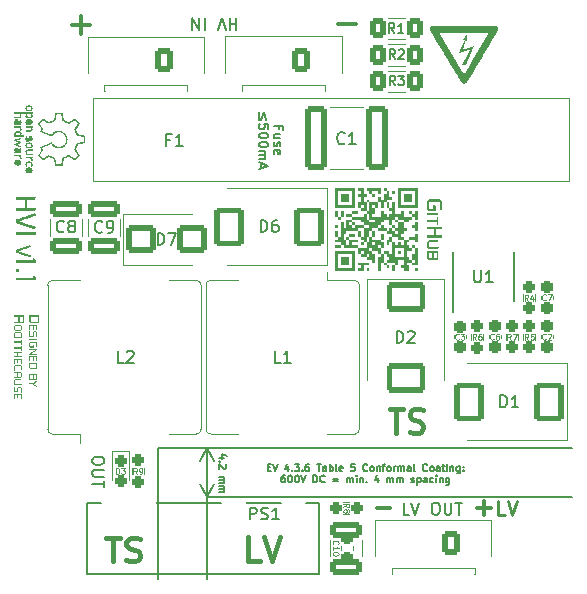
<source format=gto>
G04 #@! TF.GenerationSoftware,KiCad,Pcbnew,8.0.5*
G04 #@! TF.CreationDate,2024-10-05T22:37:39+02:00*
G04 #@! TF.ProjectId,HVI,4856492e-6b69-4636-9164-5f7063625858,rev?*
G04 #@! TF.SameCoordinates,Original*
G04 #@! TF.FileFunction,Legend,Top*
G04 #@! TF.FilePolarity,Positive*
%FSLAX46Y46*%
G04 Gerber Fmt 4.6, Leading zero omitted, Abs format (unit mm)*
G04 Created by KiCad (PCBNEW 8.0.5) date 2024-10-05 22:37:39*
%MOMM*%
%LPD*%
G01*
G04 APERTURE LIST*
G04 Aperture macros list*
%AMRoundRect*
0 Rectangle with rounded corners*
0 $1 Rounding radius*
0 $2 $3 $4 $5 $6 $7 $8 $9 X,Y pos of 4 corners*
0 Add a 4 corners polygon primitive as box body*
4,1,4,$2,$3,$4,$5,$6,$7,$8,$9,$2,$3,0*
0 Add four circle primitives for the rounded corners*
1,1,$1+$1,$2,$3*
1,1,$1+$1,$4,$5*
1,1,$1+$1,$6,$7*
1,1,$1+$1,$8,$9*
0 Add four rect primitives between the rounded corners*
20,1,$1+$1,$2,$3,$4,$5,0*
20,1,$1+$1,$4,$5,$6,$7,0*
20,1,$1+$1,$6,$7,$8,$9,0*
20,1,$1+$1,$8,$9,$2,$3,0*%
G04 Aperture macros list end*
%ADD10C,0.150000*%
%ADD11C,0.300000*%
%ADD12C,0.400000*%
%ADD13C,0.250000*%
%ADD14C,0.100000*%
%ADD15C,0.000000*%
%ADD16C,0.120000*%
%ADD17C,0.127000*%
%ADD18C,1.270000*%
%ADD19RoundRect,0.250001X0.499999X0.759999X-0.499999X0.759999X-0.499999X-0.759999X0.499999X-0.759999X0*%
%ADD20O,1.500000X2.020000*%
%ADD21C,3.200000*%
%ADD22RoundRect,0.237500X0.250000X0.237500X-0.250000X0.237500X-0.250000X-0.237500X0.250000X-0.237500X0*%
%ADD23RoundRect,0.237500X-0.237500X0.250000X-0.237500X-0.250000X0.237500X-0.250000X0.237500X0.250000X0*%
%ADD24C,4.000000*%
%ADD25RoundRect,0.250000X-0.400000X-0.625000X0.400000X-0.625000X0.400000X0.625000X-0.400000X0.625000X0*%
%ADD26R,7.000000X4.000000*%
%ADD27RoundRect,0.237500X-0.237500X0.300000X-0.237500X-0.300000X0.237500X-0.300000X0.237500X0.300000X0*%
%ADD28RoundRect,0.250000X0.650000X2.450000X-0.650000X2.450000X-0.650000X-2.450000X0.650000X-2.450000X0*%
%ADD29RoundRect,0.250000X-1.000000X1.400000X-1.000000X-1.400000X1.000000X-1.400000X1.000000X1.400000X0*%
%ADD30RoundRect,0.250000X-1.400000X-1.000000X1.400000X-1.000000X1.400000X1.000000X-1.400000X1.000000X0*%
%ADD31R,0.510000X1.100000*%
%ADD32C,2.000000*%
%ADD33R,2.000000X2.000000*%
%ADD34RoundRect,0.237500X0.237500X-0.250000X0.237500X0.250000X-0.237500X0.250000X-0.237500X-0.250000X0*%
%ADD35RoundRect,0.250000X1.100000X-0.412500X1.100000X0.412500X-1.100000X0.412500X-1.100000X-0.412500X0*%
%ADD36RoundRect,0.237500X0.237500X-0.300000X0.237500X0.300000X-0.237500X0.300000X-0.237500X-0.300000X0*%
%ADD37RoundRect,0.250000X-1.000000X-0.900000X1.000000X-0.900000X1.000000X0.900000X-1.000000X0.900000X0*%
%ADD38RoundRect,0.250000X-1.100000X0.412500X-1.100000X-0.412500X1.100000X-0.412500X1.100000X0.412500X0*%
%ADD39RoundRect,0.237500X-0.237500X0.287500X-0.237500X-0.287500X0.237500X-0.287500X0.237500X0.287500X0*%
G04 APERTURE END LIST*
D10*
X82800000Y-107920000D02*
X82800000Y-96800000D01*
X87000000Y-101000000D02*
X87000000Y-107920000D01*
X117920000Y-101000000D02*
X87000000Y-101000000D01*
X82800000Y-96800000D02*
X117920000Y-96800000D01*
D11*
X109854510Y-101929400D02*
X110997368Y-101929400D01*
X110425939Y-102500828D02*
X110425939Y-101357971D01*
D10*
X78280180Y-97827255D02*
X78280180Y-98017731D01*
X78280180Y-98017731D02*
X78232561Y-98112969D01*
X78232561Y-98112969D02*
X78137323Y-98208207D01*
X78137323Y-98208207D02*
X77946847Y-98255826D01*
X77946847Y-98255826D02*
X77613514Y-98255826D01*
X77613514Y-98255826D02*
X77423038Y-98208207D01*
X77423038Y-98208207D02*
X77327800Y-98112969D01*
X77327800Y-98112969D02*
X77280180Y-98017731D01*
X77280180Y-98017731D02*
X77280180Y-97827255D01*
X77280180Y-97827255D02*
X77327800Y-97732017D01*
X77327800Y-97732017D02*
X77423038Y-97636779D01*
X77423038Y-97636779D02*
X77613514Y-97589160D01*
X77613514Y-97589160D02*
X77946847Y-97589160D01*
X77946847Y-97589160D02*
X78137323Y-97636779D01*
X78137323Y-97636779D02*
X78232561Y-97732017D01*
X78232561Y-97732017D02*
X78280180Y-97827255D01*
X78280180Y-98684398D02*
X77470657Y-98684398D01*
X77470657Y-98684398D02*
X77375419Y-98732017D01*
X77375419Y-98732017D02*
X77327800Y-98779636D01*
X77327800Y-98779636D02*
X77280180Y-98874874D01*
X77280180Y-98874874D02*
X77280180Y-99065350D01*
X77280180Y-99065350D02*
X77327800Y-99160588D01*
X77327800Y-99160588D02*
X77375419Y-99208207D01*
X77375419Y-99208207D02*
X77470657Y-99255826D01*
X77470657Y-99255826D02*
X78280180Y-99255826D01*
X78280180Y-99589160D02*
X78280180Y-100160588D01*
X77280180Y-99874874D02*
X78280180Y-99874874D01*
D11*
X75573558Y-60977733D02*
X77097368Y-60977733D01*
X76335463Y-61739638D02*
X76335463Y-60215828D01*
X101354510Y-101929400D02*
X102497368Y-101929400D01*
D10*
X92114285Y-98472502D02*
X92314285Y-98472502D01*
X92399999Y-98786788D02*
X92114285Y-98786788D01*
X92114285Y-98786788D02*
X92114285Y-98186788D01*
X92114285Y-98186788D02*
X92399999Y-98186788D01*
X92571427Y-98186788D02*
X92771427Y-98786788D01*
X92771427Y-98786788D02*
X92971427Y-98186788D01*
X93885714Y-98386788D02*
X93885714Y-98786788D01*
X93742856Y-98158217D02*
X93599999Y-98586788D01*
X93599999Y-98586788D02*
X93971428Y-98586788D01*
X94200000Y-98729645D02*
X94228571Y-98758217D01*
X94228571Y-98758217D02*
X94200000Y-98786788D01*
X94200000Y-98786788D02*
X94171428Y-98758217D01*
X94171428Y-98758217D02*
X94200000Y-98729645D01*
X94200000Y-98729645D02*
X94200000Y-98786788D01*
X94428571Y-98186788D02*
X94799999Y-98186788D01*
X94799999Y-98186788D02*
X94599999Y-98415359D01*
X94599999Y-98415359D02*
X94685714Y-98415359D01*
X94685714Y-98415359D02*
X94742857Y-98443931D01*
X94742857Y-98443931D02*
X94771428Y-98472502D01*
X94771428Y-98472502D02*
X94799999Y-98529645D01*
X94799999Y-98529645D02*
X94799999Y-98672502D01*
X94799999Y-98672502D02*
X94771428Y-98729645D01*
X94771428Y-98729645D02*
X94742857Y-98758217D01*
X94742857Y-98758217D02*
X94685714Y-98786788D01*
X94685714Y-98786788D02*
X94514285Y-98786788D01*
X94514285Y-98786788D02*
X94457142Y-98758217D01*
X94457142Y-98758217D02*
X94428571Y-98729645D01*
X95057143Y-98729645D02*
X95085714Y-98758217D01*
X95085714Y-98758217D02*
X95057143Y-98786788D01*
X95057143Y-98786788D02*
X95028571Y-98758217D01*
X95028571Y-98758217D02*
X95057143Y-98729645D01*
X95057143Y-98729645D02*
X95057143Y-98786788D01*
X95600000Y-98186788D02*
X95485714Y-98186788D01*
X95485714Y-98186788D02*
X95428571Y-98215359D01*
X95428571Y-98215359D02*
X95400000Y-98243931D01*
X95400000Y-98243931D02*
X95342857Y-98329645D01*
X95342857Y-98329645D02*
X95314285Y-98443931D01*
X95314285Y-98443931D02*
X95314285Y-98672502D01*
X95314285Y-98672502D02*
X95342857Y-98729645D01*
X95342857Y-98729645D02*
X95371428Y-98758217D01*
X95371428Y-98758217D02*
X95428571Y-98786788D01*
X95428571Y-98786788D02*
X95542857Y-98786788D01*
X95542857Y-98786788D02*
X95600000Y-98758217D01*
X95600000Y-98758217D02*
X95628571Y-98729645D01*
X95628571Y-98729645D02*
X95657142Y-98672502D01*
X95657142Y-98672502D02*
X95657142Y-98529645D01*
X95657142Y-98529645D02*
X95628571Y-98472502D01*
X95628571Y-98472502D02*
X95600000Y-98443931D01*
X95600000Y-98443931D02*
X95542857Y-98415359D01*
X95542857Y-98415359D02*
X95428571Y-98415359D01*
X95428571Y-98415359D02*
X95371428Y-98443931D01*
X95371428Y-98443931D02*
X95342857Y-98472502D01*
X95342857Y-98472502D02*
X95314285Y-98529645D01*
X96285714Y-98186788D02*
X96628572Y-98186788D01*
X96457143Y-98786788D02*
X96457143Y-98186788D01*
X97085715Y-98786788D02*
X97085715Y-98472502D01*
X97085715Y-98472502D02*
X97057143Y-98415359D01*
X97057143Y-98415359D02*
X97000000Y-98386788D01*
X97000000Y-98386788D02*
X96885715Y-98386788D01*
X96885715Y-98386788D02*
X96828572Y-98415359D01*
X97085715Y-98758217D02*
X97028572Y-98786788D01*
X97028572Y-98786788D02*
X96885715Y-98786788D01*
X96885715Y-98786788D02*
X96828572Y-98758217D01*
X96828572Y-98758217D02*
X96800000Y-98701074D01*
X96800000Y-98701074D02*
X96800000Y-98643931D01*
X96800000Y-98643931D02*
X96828572Y-98586788D01*
X96828572Y-98586788D02*
X96885715Y-98558217D01*
X96885715Y-98558217D02*
X97028572Y-98558217D01*
X97028572Y-98558217D02*
X97085715Y-98529645D01*
X97371429Y-98786788D02*
X97371429Y-98186788D01*
X97371429Y-98415359D02*
X97428572Y-98386788D01*
X97428572Y-98386788D02*
X97542857Y-98386788D01*
X97542857Y-98386788D02*
X97600000Y-98415359D01*
X97600000Y-98415359D02*
X97628572Y-98443931D01*
X97628572Y-98443931D02*
X97657143Y-98501074D01*
X97657143Y-98501074D02*
X97657143Y-98672502D01*
X97657143Y-98672502D02*
X97628572Y-98729645D01*
X97628572Y-98729645D02*
X97600000Y-98758217D01*
X97600000Y-98758217D02*
X97542857Y-98786788D01*
X97542857Y-98786788D02*
X97428572Y-98786788D01*
X97428572Y-98786788D02*
X97371429Y-98758217D01*
X98000000Y-98786788D02*
X97942857Y-98758217D01*
X97942857Y-98758217D02*
X97914286Y-98701074D01*
X97914286Y-98701074D02*
X97914286Y-98186788D01*
X98457143Y-98758217D02*
X98400000Y-98786788D01*
X98400000Y-98786788D02*
X98285715Y-98786788D01*
X98285715Y-98786788D02*
X98228572Y-98758217D01*
X98228572Y-98758217D02*
X98200000Y-98701074D01*
X98200000Y-98701074D02*
X98200000Y-98472502D01*
X98200000Y-98472502D02*
X98228572Y-98415359D01*
X98228572Y-98415359D02*
X98285715Y-98386788D01*
X98285715Y-98386788D02*
X98400000Y-98386788D01*
X98400000Y-98386788D02*
X98457143Y-98415359D01*
X98457143Y-98415359D02*
X98485715Y-98472502D01*
X98485715Y-98472502D02*
X98485715Y-98529645D01*
X98485715Y-98529645D02*
X98200000Y-98586788D01*
X99485715Y-98186788D02*
X99200001Y-98186788D01*
X99200001Y-98186788D02*
X99171429Y-98472502D01*
X99171429Y-98472502D02*
X99200001Y-98443931D01*
X99200001Y-98443931D02*
X99257144Y-98415359D01*
X99257144Y-98415359D02*
X99400001Y-98415359D01*
X99400001Y-98415359D02*
X99457144Y-98443931D01*
X99457144Y-98443931D02*
X99485715Y-98472502D01*
X99485715Y-98472502D02*
X99514286Y-98529645D01*
X99514286Y-98529645D02*
X99514286Y-98672502D01*
X99514286Y-98672502D02*
X99485715Y-98729645D01*
X99485715Y-98729645D02*
X99457144Y-98758217D01*
X99457144Y-98758217D02*
X99400001Y-98786788D01*
X99400001Y-98786788D02*
X99257144Y-98786788D01*
X99257144Y-98786788D02*
X99200001Y-98758217D01*
X99200001Y-98758217D02*
X99171429Y-98729645D01*
X100571430Y-98729645D02*
X100542858Y-98758217D01*
X100542858Y-98758217D02*
X100457144Y-98786788D01*
X100457144Y-98786788D02*
X100400001Y-98786788D01*
X100400001Y-98786788D02*
X100314287Y-98758217D01*
X100314287Y-98758217D02*
X100257144Y-98701074D01*
X100257144Y-98701074D02*
X100228573Y-98643931D01*
X100228573Y-98643931D02*
X100200001Y-98529645D01*
X100200001Y-98529645D02*
X100200001Y-98443931D01*
X100200001Y-98443931D02*
X100228573Y-98329645D01*
X100228573Y-98329645D02*
X100257144Y-98272502D01*
X100257144Y-98272502D02*
X100314287Y-98215359D01*
X100314287Y-98215359D02*
X100400001Y-98186788D01*
X100400001Y-98186788D02*
X100457144Y-98186788D01*
X100457144Y-98186788D02*
X100542858Y-98215359D01*
X100542858Y-98215359D02*
X100571430Y-98243931D01*
X100914287Y-98786788D02*
X100857144Y-98758217D01*
X100857144Y-98758217D02*
X100828573Y-98729645D01*
X100828573Y-98729645D02*
X100800001Y-98672502D01*
X100800001Y-98672502D02*
X100800001Y-98501074D01*
X100800001Y-98501074D02*
X100828573Y-98443931D01*
X100828573Y-98443931D02*
X100857144Y-98415359D01*
X100857144Y-98415359D02*
X100914287Y-98386788D01*
X100914287Y-98386788D02*
X101000001Y-98386788D01*
X101000001Y-98386788D02*
X101057144Y-98415359D01*
X101057144Y-98415359D02*
X101085716Y-98443931D01*
X101085716Y-98443931D02*
X101114287Y-98501074D01*
X101114287Y-98501074D02*
X101114287Y-98672502D01*
X101114287Y-98672502D02*
X101085716Y-98729645D01*
X101085716Y-98729645D02*
X101057144Y-98758217D01*
X101057144Y-98758217D02*
X101000001Y-98786788D01*
X101000001Y-98786788D02*
X100914287Y-98786788D01*
X101371430Y-98386788D02*
X101371430Y-98786788D01*
X101371430Y-98443931D02*
X101400001Y-98415359D01*
X101400001Y-98415359D02*
X101457144Y-98386788D01*
X101457144Y-98386788D02*
X101542858Y-98386788D01*
X101542858Y-98386788D02*
X101600001Y-98415359D01*
X101600001Y-98415359D02*
X101628573Y-98472502D01*
X101628573Y-98472502D02*
X101628573Y-98786788D01*
X101828572Y-98386788D02*
X102057144Y-98386788D01*
X101914287Y-98786788D02*
X101914287Y-98272502D01*
X101914287Y-98272502D02*
X101942858Y-98215359D01*
X101942858Y-98215359D02*
X102000001Y-98186788D01*
X102000001Y-98186788D02*
X102057144Y-98186788D01*
X102342858Y-98786788D02*
X102285715Y-98758217D01*
X102285715Y-98758217D02*
X102257144Y-98729645D01*
X102257144Y-98729645D02*
X102228572Y-98672502D01*
X102228572Y-98672502D02*
X102228572Y-98501074D01*
X102228572Y-98501074D02*
X102257144Y-98443931D01*
X102257144Y-98443931D02*
X102285715Y-98415359D01*
X102285715Y-98415359D02*
X102342858Y-98386788D01*
X102342858Y-98386788D02*
X102428572Y-98386788D01*
X102428572Y-98386788D02*
X102485715Y-98415359D01*
X102485715Y-98415359D02*
X102514287Y-98443931D01*
X102514287Y-98443931D02*
X102542858Y-98501074D01*
X102542858Y-98501074D02*
X102542858Y-98672502D01*
X102542858Y-98672502D02*
X102514287Y-98729645D01*
X102514287Y-98729645D02*
X102485715Y-98758217D01*
X102485715Y-98758217D02*
X102428572Y-98786788D01*
X102428572Y-98786788D02*
X102342858Y-98786788D01*
X102800001Y-98786788D02*
X102800001Y-98386788D01*
X102800001Y-98501074D02*
X102828572Y-98443931D01*
X102828572Y-98443931D02*
X102857144Y-98415359D01*
X102857144Y-98415359D02*
X102914286Y-98386788D01*
X102914286Y-98386788D02*
X102971429Y-98386788D01*
X103171430Y-98786788D02*
X103171430Y-98386788D01*
X103171430Y-98443931D02*
X103200001Y-98415359D01*
X103200001Y-98415359D02*
X103257144Y-98386788D01*
X103257144Y-98386788D02*
X103342858Y-98386788D01*
X103342858Y-98386788D02*
X103400001Y-98415359D01*
X103400001Y-98415359D02*
X103428573Y-98472502D01*
X103428573Y-98472502D02*
X103428573Y-98786788D01*
X103428573Y-98472502D02*
X103457144Y-98415359D01*
X103457144Y-98415359D02*
X103514287Y-98386788D01*
X103514287Y-98386788D02*
X103600001Y-98386788D01*
X103600001Y-98386788D02*
X103657144Y-98415359D01*
X103657144Y-98415359D02*
X103685715Y-98472502D01*
X103685715Y-98472502D02*
X103685715Y-98786788D01*
X104228573Y-98786788D02*
X104228573Y-98472502D01*
X104228573Y-98472502D02*
X104200001Y-98415359D01*
X104200001Y-98415359D02*
X104142858Y-98386788D01*
X104142858Y-98386788D02*
X104028573Y-98386788D01*
X104028573Y-98386788D02*
X103971430Y-98415359D01*
X104228573Y-98758217D02*
X104171430Y-98786788D01*
X104171430Y-98786788D02*
X104028573Y-98786788D01*
X104028573Y-98786788D02*
X103971430Y-98758217D01*
X103971430Y-98758217D02*
X103942858Y-98701074D01*
X103942858Y-98701074D02*
X103942858Y-98643931D01*
X103942858Y-98643931D02*
X103971430Y-98586788D01*
X103971430Y-98586788D02*
X104028573Y-98558217D01*
X104028573Y-98558217D02*
X104171430Y-98558217D01*
X104171430Y-98558217D02*
X104228573Y-98529645D01*
X104600001Y-98786788D02*
X104542858Y-98758217D01*
X104542858Y-98758217D02*
X104514287Y-98701074D01*
X104514287Y-98701074D02*
X104514287Y-98186788D01*
X105628573Y-98729645D02*
X105600001Y-98758217D01*
X105600001Y-98758217D02*
X105514287Y-98786788D01*
X105514287Y-98786788D02*
X105457144Y-98786788D01*
X105457144Y-98786788D02*
X105371430Y-98758217D01*
X105371430Y-98758217D02*
X105314287Y-98701074D01*
X105314287Y-98701074D02*
X105285716Y-98643931D01*
X105285716Y-98643931D02*
X105257144Y-98529645D01*
X105257144Y-98529645D02*
X105257144Y-98443931D01*
X105257144Y-98443931D02*
X105285716Y-98329645D01*
X105285716Y-98329645D02*
X105314287Y-98272502D01*
X105314287Y-98272502D02*
X105371430Y-98215359D01*
X105371430Y-98215359D02*
X105457144Y-98186788D01*
X105457144Y-98186788D02*
X105514287Y-98186788D01*
X105514287Y-98186788D02*
X105600001Y-98215359D01*
X105600001Y-98215359D02*
X105628573Y-98243931D01*
X105971430Y-98786788D02*
X105914287Y-98758217D01*
X105914287Y-98758217D02*
X105885716Y-98729645D01*
X105885716Y-98729645D02*
X105857144Y-98672502D01*
X105857144Y-98672502D02*
X105857144Y-98501074D01*
X105857144Y-98501074D02*
X105885716Y-98443931D01*
X105885716Y-98443931D02*
X105914287Y-98415359D01*
X105914287Y-98415359D02*
X105971430Y-98386788D01*
X105971430Y-98386788D02*
X106057144Y-98386788D01*
X106057144Y-98386788D02*
X106114287Y-98415359D01*
X106114287Y-98415359D02*
X106142859Y-98443931D01*
X106142859Y-98443931D02*
X106171430Y-98501074D01*
X106171430Y-98501074D02*
X106171430Y-98672502D01*
X106171430Y-98672502D02*
X106142859Y-98729645D01*
X106142859Y-98729645D02*
X106114287Y-98758217D01*
X106114287Y-98758217D02*
X106057144Y-98786788D01*
X106057144Y-98786788D02*
X105971430Y-98786788D01*
X106685716Y-98786788D02*
X106685716Y-98472502D01*
X106685716Y-98472502D02*
X106657144Y-98415359D01*
X106657144Y-98415359D02*
X106600001Y-98386788D01*
X106600001Y-98386788D02*
X106485716Y-98386788D01*
X106485716Y-98386788D02*
X106428573Y-98415359D01*
X106685716Y-98758217D02*
X106628573Y-98786788D01*
X106628573Y-98786788D02*
X106485716Y-98786788D01*
X106485716Y-98786788D02*
X106428573Y-98758217D01*
X106428573Y-98758217D02*
X106400001Y-98701074D01*
X106400001Y-98701074D02*
X106400001Y-98643931D01*
X106400001Y-98643931D02*
X106428573Y-98586788D01*
X106428573Y-98586788D02*
X106485716Y-98558217D01*
X106485716Y-98558217D02*
X106628573Y-98558217D01*
X106628573Y-98558217D02*
X106685716Y-98529645D01*
X106885715Y-98386788D02*
X107114287Y-98386788D01*
X106971430Y-98186788D02*
X106971430Y-98701074D01*
X106971430Y-98701074D02*
X107000001Y-98758217D01*
X107000001Y-98758217D02*
X107057144Y-98786788D01*
X107057144Y-98786788D02*
X107114287Y-98786788D01*
X107314287Y-98786788D02*
X107314287Y-98386788D01*
X107314287Y-98186788D02*
X107285715Y-98215359D01*
X107285715Y-98215359D02*
X107314287Y-98243931D01*
X107314287Y-98243931D02*
X107342858Y-98215359D01*
X107342858Y-98215359D02*
X107314287Y-98186788D01*
X107314287Y-98186788D02*
X107314287Y-98243931D01*
X107600001Y-98386788D02*
X107600001Y-98786788D01*
X107600001Y-98443931D02*
X107628572Y-98415359D01*
X107628572Y-98415359D02*
X107685715Y-98386788D01*
X107685715Y-98386788D02*
X107771429Y-98386788D01*
X107771429Y-98386788D02*
X107828572Y-98415359D01*
X107828572Y-98415359D02*
X107857144Y-98472502D01*
X107857144Y-98472502D02*
X107857144Y-98786788D01*
X108400001Y-98386788D02*
X108400001Y-98872502D01*
X108400001Y-98872502D02*
X108371429Y-98929645D01*
X108371429Y-98929645D02*
X108342858Y-98958217D01*
X108342858Y-98958217D02*
X108285715Y-98986788D01*
X108285715Y-98986788D02*
X108200001Y-98986788D01*
X108200001Y-98986788D02*
X108142858Y-98958217D01*
X108400001Y-98758217D02*
X108342858Y-98786788D01*
X108342858Y-98786788D02*
X108228572Y-98786788D01*
X108228572Y-98786788D02*
X108171429Y-98758217D01*
X108171429Y-98758217D02*
X108142858Y-98729645D01*
X108142858Y-98729645D02*
X108114286Y-98672502D01*
X108114286Y-98672502D02*
X108114286Y-98501074D01*
X108114286Y-98501074D02*
X108142858Y-98443931D01*
X108142858Y-98443931D02*
X108171429Y-98415359D01*
X108171429Y-98415359D02*
X108228572Y-98386788D01*
X108228572Y-98386788D02*
X108342858Y-98386788D01*
X108342858Y-98386788D02*
X108400001Y-98415359D01*
X108685715Y-98729645D02*
X108714286Y-98758217D01*
X108714286Y-98758217D02*
X108685715Y-98786788D01*
X108685715Y-98786788D02*
X108657143Y-98758217D01*
X108657143Y-98758217D02*
X108685715Y-98729645D01*
X108685715Y-98729645D02*
X108685715Y-98786788D01*
X108685715Y-98415359D02*
X108714286Y-98443931D01*
X108714286Y-98443931D02*
X108685715Y-98472502D01*
X108685715Y-98472502D02*
X108657143Y-98443931D01*
X108657143Y-98443931D02*
X108685715Y-98415359D01*
X108685715Y-98415359D02*
X108685715Y-98472502D01*
X93571428Y-99152754D02*
X93457142Y-99152754D01*
X93457142Y-99152754D02*
X93399999Y-99181325D01*
X93399999Y-99181325D02*
X93371428Y-99209897D01*
X93371428Y-99209897D02*
X93314285Y-99295611D01*
X93314285Y-99295611D02*
X93285713Y-99409897D01*
X93285713Y-99409897D02*
X93285713Y-99638468D01*
X93285713Y-99638468D02*
X93314285Y-99695611D01*
X93314285Y-99695611D02*
X93342856Y-99724183D01*
X93342856Y-99724183D02*
X93399999Y-99752754D01*
X93399999Y-99752754D02*
X93514285Y-99752754D01*
X93514285Y-99752754D02*
X93571428Y-99724183D01*
X93571428Y-99724183D02*
X93599999Y-99695611D01*
X93599999Y-99695611D02*
X93628570Y-99638468D01*
X93628570Y-99638468D02*
X93628570Y-99495611D01*
X93628570Y-99495611D02*
X93599999Y-99438468D01*
X93599999Y-99438468D02*
X93571428Y-99409897D01*
X93571428Y-99409897D02*
X93514285Y-99381325D01*
X93514285Y-99381325D02*
X93399999Y-99381325D01*
X93399999Y-99381325D02*
X93342856Y-99409897D01*
X93342856Y-99409897D02*
X93314285Y-99438468D01*
X93314285Y-99438468D02*
X93285713Y-99495611D01*
X93999999Y-99152754D02*
X94057142Y-99152754D01*
X94057142Y-99152754D02*
X94114285Y-99181325D01*
X94114285Y-99181325D02*
X94142857Y-99209897D01*
X94142857Y-99209897D02*
X94171428Y-99267040D01*
X94171428Y-99267040D02*
X94199999Y-99381325D01*
X94199999Y-99381325D02*
X94199999Y-99524183D01*
X94199999Y-99524183D02*
X94171428Y-99638468D01*
X94171428Y-99638468D02*
X94142857Y-99695611D01*
X94142857Y-99695611D02*
X94114285Y-99724183D01*
X94114285Y-99724183D02*
X94057142Y-99752754D01*
X94057142Y-99752754D02*
X93999999Y-99752754D01*
X93999999Y-99752754D02*
X93942857Y-99724183D01*
X93942857Y-99724183D02*
X93914285Y-99695611D01*
X93914285Y-99695611D02*
X93885714Y-99638468D01*
X93885714Y-99638468D02*
X93857142Y-99524183D01*
X93857142Y-99524183D02*
X93857142Y-99381325D01*
X93857142Y-99381325D02*
X93885714Y-99267040D01*
X93885714Y-99267040D02*
X93914285Y-99209897D01*
X93914285Y-99209897D02*
X93942857Y-99181325D01*
X93942857Y-99181325D02*
X93999999Y-99152754D01*
X94571428Y-99152754D02*
X94628571Y-99152754D01*
X94628571Y-99152754D02*
X94685714Y-99181325D01*
X94685714Y-99181325D02*
X94714286Y-99209897D01*
X94714286Y-99209897D02*
X94742857Y-99267040D01*
X94742857Y-99267040D02*
X94771428Y-99381325D01*
X94771428Y-99381325D02*
X94771428Y-99524183D01*
X94771428Y-99524183D02*
X94742857Y-99638468D01*
X94742857Y-99638468D02*
X94714286Y-99695611D01*
X94714286Y-99695611D02*
X94685714Y-99724183D01*
X94685714Y-99724183D02*
X94628571Y-99752754D01*
X94628571Y-99752754D02*
X94571428Y-99752754D01*
X94571428Y-99752754D02*
X94514286Y-99724183D01*
X94514286Y-99724183D02*
X94485714Y-99695611D01*
X94485714Y-99695611D02*
X94457143Y-99638468D01*
X94457143Y-99638468D02*
X94428571Y-99524183D01*
X94428571Y-99524183D02*
X94428571Y-99381325D01*
X94428571Y-99381325D02*
X94457143Y-99267040D01*
X94457143Y-99267040D02*
X94485714Y-99209897D01*
X94485714Y-99209897D02*
X94514286Y-99181325D01*
X94514286Y-99181325D02*
X94571428Y-99152754D01*
X94942857Y-99152754D02*
X95142857Y-99752754D01*
X95142857Y-99752754D02*
X95342857Y-99152754D01*
X96000001Y-99752754D02*
X96000001Y-99152754D01*
X96000001Y-99152754D02*
X96142858Y-99152754D01*
X96142858Y-99152754D02*
X96228572Y-99181325D01*
X96228572Y-99181325D02*
X96285715Y-99238468D01*
X96285715Y-99238468D02*
X96314286Y-99295611D01*
X96314286Y-99295611D02*
X96342858Y-99409897D01*
X96342858Y-99409897D02*
X96342858Y-99495611D01*
X96342858Y-99495611D02*
X96314286Y-99609897D01*
X96314286Y-99609897D02*
X96285715Y-99667040D01*
X96285715Y-99667040D02*
X96228572Y-99724183D01*
X96228572Y-99724183D02*
X96142858Y-99752754D01*
X96142858Y-99752754D02*
X96000001Y-99752754D01*
X96942858Y-99695611D02*
X96914286Y-99724183D01*
X96914286Y-99724183D02*
X96828572Y-99752754D01*
X96828572Y-99752754D02*
X96771429Y-99752754D01*
X96771429Y-99752754D02*
X96685715Y-99724183D01*
X96685715Y-99724183D02*
X96628572Y-99667040D01*
X96628572Y-99667040D02*
X96600001Y-99609897D01*
X96600001Y-99609897D02*
X96571429Y-99495611D01*
X96571429Y-99495611D02*
X96571429Y-99409897D01*
X96571429Y-99409897D02*
X96600001Y-99295611D01*
X96600001Y-99295611D02*
X96628572Y-99238468D01*
X96628572Y-99238468D02*
X96685715Y-99181325D01*
X96685715Y-99181325D02*
X96771429Y-99152754D01*
X96771429Y-99152754D02*
X96828572Y-99152754D01*
X96828572Y-99152754D02*
X96914286Y-99181325D01*
X96914286Y-99181325D02*
X96942858Y-99209897D01*
X97657144Y-99438468D02*
X98114287Y-99438468D01*
X98114287Y-99609897D02*
X97657144Y-99609897D01*
X98857144Y-99752754D02*
X98857144Y-99352754D01*
X98857144Y-99409897D02*
X98885715Y-99381325D01*
X98885715Y-99381325D02*
X98942858Y-99352754D01*
X98942858Y-99352754D02*
X99028572Y-99352754D01*
X99028572Y-99352754D02*
X99085715Y-99381325D01*
X99085715Y-99381325D02*
X99114287Y-99438468D01*
X99114287Y-99438468D02*
X99114287Y-99752754D01*
X99114287Y-99438468D02*
X99142858Y-99381325D01*
X99142858Y-99381325D02*
X99200001Y-99352754D01*
X99200001Y-99352754D02*
X99285715Y-99352754D01*
X99285715Y-99352754D02*
X99342858Y-99381325D01*
X99342858Y-99381325D02*
X99371429Y-99438468D01*
X99371429Y-99438468D02*
X99371429Y-99752754D01*
X99657144Y-99752754D02*
X99657144Y-99352754D01*
X99657144Y-99152754D02*
X99628572Y-99181325D01*
X99628572Y-99181325D02*
X99657144Y-99209897D01*
X99657144Y-99209897D02*
X99685715Y-99181325D01*
X99685715Y-99181325D02*
X99657144Y-99152754D01*
X99657144Y-99152754D02*
X99657144Y-99209897D01*
X99942858Y-99352754D02*
X99942858Y-99752754D01*
X99942858Y-99409897D02*
X99971429Y-99381325D01*
X99971429Y-99381325D02*
X100028572Y-99352754D01*
X100028572Y-99352754D02*
X100114286Y-99352754D01*
X100114286Y-99352754D02*
X100171429Y-99381325D01*
X100171429Y-99381325D02*
X100200001Y-99438468D01*
X100200001Y-99438468D02*
X100200001Y-99752754D01*
X100485715Y-99695611D02*
X100514286Y-99724183D01*
X100514286Y-99724183D02*
X100485715Y-99752754D01*
X100485715Y-99752754D02*
X100457143Y-99724183D01*
X100457143Y-99724183D02*
X100485715Y-99695611D01*
X100485715Y-99695611D02*
X100485715Y-99752754D01*
X101485715Y-99352754D02*
X101485715Y-99752754D01*
X101342857Y-99124183D02*
X101200000Y-99552754D01*
X101200000Y-99552754D02*
X101571429Y-99552754D01*
X102257144Y-99752754D02*
X102257144Y-99352754D01*
X102257144Y-99409897D02*
X102285715Y-99381325D01*
X102285715Y-99381325D02*
X102342858Y-99352754D01*
X102342858Y-99352754D02*
X102428572Y-99352754D01*
X102428572Y-99352754D02*
X102485715Y-99381325D01*
X102485715Y-99381325D02*
X102514287Y-99438468D01*
X102514287Y-99438468D02*
X102514287Y-99752754D01*
X102514287Y-99438468D02*
X102542858Y-99381325D01*
X102542858Y-99381325D02*
X102600001Y-99352754D01*
X102600001Y-99352754D02*
X102685715Y-99352754D01*
X102685715Y-99352754D02*
X102742858Y-99381325D01*
X102742858Y-99381325D02*
X102771429Y-99438468D01*
X102771429Y-99438468D02*
X102771429Y-99752754D01*
X103057144Y-99752754D02*
X103057144Y-99352754D01*
X103057144Y-99409897D02*
X103085715Y-99381325D01*
X103085715Y-99381325D02*
X103142858Y-99352754D01*
X103142858Y-99352754D02*
X103228572Y-99352754D01*
X103228572Y-99352754D02*
X103285715Y-99381325D01*
X103285715Y-99381325D02*
X103314287Y-99438468D01*
X103314287Y-99438468D02*
X103314287Y-99752754D01*
X103314287Y-99438468D02*
X103342858Y-99381325D01*
X103342858Y-99381325D02*
X103400001Y-99352754D01*
X103400001Y-99352754D02*
X103485715Y-99352754D01*
X103485715Y-99352754D02*
X103542858Y-99381325D01*
X103542858Y-99381325D02*
X103571429Y-99438468D01*
X103571429Y-99438468D02*
X103571429Y-99752754D01*
X104285715Y-99724183D02*
X104342858Y-99752754D01*
X104342858Y-99752754D02*
X104457144Y-99752754D01*
X104457144Y-99752754D02*
X104514287Y-99724183D01*
X104514287Y-99724183D02*
X104542858Y-99667040D01*
X104542858Y-99667040D02*
X104542858Y-99638468D01*
X104542858Y-99638468D02*
X104514287Y-99581325D01*
X104514287Y-99581325D02*
X104457144Y-99552754D01*
X104457144Y-99552754D02*
X104371430Y-99552754D01*
X104371430Y-99552754D02*
X104314287Y-99524183D01*
X104314287Y-99524183D02*
X104285715Y-99467040D01*
X104285715Y-99467040D02*
X104285715Y-99438468D01*
X104285715Y-99438468D02*
X104314287Y-99381325D01*
X104314287Y-99381325D02*
X104371430Y-99352754D01*
X104371430Y-99352754D02*
X104457144Y-99352754D01*
X104457144Y-99352754D02*
X104514287Y-99381325D01*
X104800001Y-99352754D02*
X104800001Y-99952754D01*
X104800001Y-99381325D02*
X104857144Y-99352754D01*
X104857144Y-99352754D02*
X104971429Y-99352754D01*
X104971429Y-99352754D02*
X105028572Y-99381325D01*
X105028572Y-99381325D02*
X105057144Y-99409897D01*
X105057144Y-99409897D02*
X105085715Y-99467040D01*
X105085715Y-99467040D02*
X105085715Y-99638468D01*
X105085715Y-99638468D02*
X105057144Y-99695611D01*
X105057144Y-99695611D02*
X105028572Y-99724183D01*
X105028572Y-99724183D02*
X104971429Y-99752754D01*
X104971429Y-99752754D02*
X104857144Y-99752754D01*
X104857144Y-99752754D02*
X104800001Y-99724183D01*
X105600001Y-99752754D02*
X105600001Y-99438468D01*
X105600001Y-99438468D02*
X105571429Y-99381325D01*
X105571429Y-99381325D02*
X105514286Y-99352754D01*
X105514286Y-99352754D02*
X105400001Y-99352754D01*
X105400001Y-99352754D02*
X105342858Y-99381325D01*
X105600001Y-99724183D02*
X105542858Y-99752754D01*
X105542858Y-99752754D02*
X105400001Y-99752754D01*
X105400001Y-99752754D02*
X105342858Y-99724183D01*
X105342858Y-99724183D02*
X105314286Y-99667040D01*
X105314286Y-99667040D02*
X105314286Y-99609897D01*
X105314286Y-99609897D02*
X105342858Y-99552754D01*
X105342858Y-99552754D02*
X105400001Y-99524183D01*
X105400001Y-99524183D02*
X105542858Y-99524183D01*
X105542858Y-99524183D02*
X105600001Y-99495611D01*
X106142858Y-99724183D02*
X106085715Y-99752754D01*
X106085715Y-99752754D02*
X105971429Y-99752754D01*
X105971429Y-99752754D02*
X105914286Y-99724183D01*
X105914286Y-99724183D02*
X105885715Y-99695611D01*
X105885715Y-99695611D02*
X105857143Y-99638468D01*
X105857143Y-99638468D02*
X105857143Y-99467040D01*
X105857143Y-99467040D02*
X105885715Y-99409897D01*
X105885715Y-99409897D02*
X105914286Y-99381325D01*
X105914286Y-99381325D02*
X105971429Y-99352754D01*
X105971429Y-99352754D02*
X106085715Y-99352754D01*
X106085715Y-99352754D02*
X106142858Y-99381325D01*
X106400001Y-99752754D02*
X106400001Y-99352754D01*
X106400001Y-99152754D02*
X106371429Y-99181325D01*
X106371429Y-99181325D02*
X106400001Y-99209897D01*
X106400001Y-99209897D02*
X106428572Y-99181325D01*
X106428572Y-99181325D02*
X106400001Y-99152754D01*
X106400001Y-99152754D02*
X106400001Y-99209897D01*
X106685715Y-99352754D02*
X106685715Y-99752754D01*
X106685715Y-99409897D02*
X106714286Y-99381325D01*
X106714286Y-99381325D02*
X106771429Y-99352754D01*
X106771429Y-99352754D02*
X106857143Y-99352754D01*
X106857143Y-99352754D02*
X106914286Y-99381325D01*
X106914286Y-99381325D02*
X106942858Y-99438468D01*
X106942858Y-99438468D02*
X106942858Y-99752754D01*
X107485715Y-99352754D02*
X107485715Y-99838468D01*
X107485715Y-99838468D02*
X107457143Y-99895611D01*
X107457143Y-99895611D02*
X107428572Y-99924183D01*
X107428572Y-99924183D02*
X107371429Y-99952754D01*
X107371429Y-99952754D02*
X107285715Y-99952754D01*
X107285715Y-99952754D02*
X107228572Y-99924183D01*
X107485715Y-99724183D02*
X107428572Y-99752754D01*
X107428572Y-99752754D02*
X107314286Y-99752754D01*
X107314286Y-99752754D02*
X107257143Y-99724183D01*
X107257143Y-99724183D02*
X107228572Y-99695611D01*
X107228572Y-99695611D02*
X107200000Y-99638468D01*
X107200000Y-99638468D02*
X107200000Y-99467040D01*
X107200000Y-99467040D02*
X107228572Y-99409897D01*
X107228572Y-99409897D02*
X107257143Y-99381325D01*
X107257143Y-99381325D02*
X107314286Y-99352754D01*
X107314286Y-99352754D02*
X107428572Y-99352754D01*
X107428572Y-99352754D02*
X107485715Y-99381325D01*
X93077707Y-69835714D02*
X93077707Y-69569048D01*
X92658659Y-69569048D02*
X93458659Y-69569048D01*
X93458659Y-69569048D02*
X93458659Y-69950000D01*
X93191993Y-70597619D02*
X92658659Y-70597619D01*
X93191993Y-70254762D02*
X92772945Y-70254762D01*
X92772945Y-70254762D02*
X92696755Y-70292857D01*
X92696755Y-70292857D02*
X92658659Y-70369047D01*
X92658659Y-70369047D02*
X92658659Y-70483333D01*
X92658659Y-70483333D02*
X92696755Y-70559524D01*
X92696755Y-70559524D02*
X92734850Y-70597619D01*
X92696755Y-70940476D02*
X92658659Y-71016667D01*
X92658659Y-71016667D02*
X92658659Y-71169048D01*
X92658659Y-71169048D02*
X92696755Y-71245238D01*
X92696755Y-71245238D02*
X92772945Y-71283334D01*
X92772945Y-71283334D02*
X92811040Y-71283334D01*
X92811040Y-71283334D02*
X92887231Y-71245238D01*
X92887231Y-71245238D02*
X92925326Y-71169048D01*
X92925326Y-71169048D02*
X92925326Y-71054762D01*
X92925326Y-71054762D02*
X92963421Y-70978572D01*
X92963421Y-70978572D02*
X93039612Y-70940476D01*
X93039612Y-70940476D02*
X93077707Y-70940476D01*
X93077707Y-70940476D02*
X93153897Y-70978572D01*
X93153897Y-70978572D02*
X93191993Y-71054762D01*
X93191993Y-71054762D02*
X93191993Y-71169048D01*
X93191993Y-71169048D02*
X93153897Y-71245238D01*
X92696755Y-71930953D02*
X92658659Y-71854762D01*
X92658659Y-71854762D02*
X92658659Y-71702381D01*
X92658659Y-71702381D02*
X92696755Y-71626191D01*
X92696755Y-71626191D02*
X92772945Y-71588095D01*
X92772945Y-71588095D02*
X93077707Y-71588095D01*
X93077707Y-71588095D02*
X93153897Y-71626191D01*
X93153897Y-71626191D02*
X93191993Y-71702381D01*
X93191993Y-71702381D02*
X93191993Y-71854762D01*
X93191993Y-71854762D02*
X93153897Y-71930953D01*
X93153897Y-71930953D02*
X93077707Y-71969048D01*
X93077707Y-71969048D02*
X93001516Y-71969048D01*
X93001516Y-71969048D02*
X92925326Y-71588095D01*
X91408800Y-69035714D02*
X91408800Y-68426190D01*
X91561180Y-69035714D02*
X91789752Y-68426190D01*
X91789752Y-68426190D02*
X92018323Y-69035714D01*
X92170704Y-69797618D02*
X92170704Y-69416666D01*
X92170704Y-69416666D02*
X91789752Y-69378570D01*
X91789752Y-69378570D02*
X91827847Y-69416666D01*
X91827847Y-69416666D02*
X91865942Y-69492856D01*
X91865942Y-69492856D02*
X91865942Y-69683332D01*
X91865942Y-69683332D02*
X91827847Y-69759523D01*
X91827847Y-69759523D02*
X91789752Y-69797618D01*
X91789752Y-69797618D02*
X91713561Y-69835713D01*
X91713561Y-69835713D02*
X91523085Y-69835713D01*
X91523085Y-69835713D02*
X91446895Y-69797618D01*
X91446895Y-69797618D02*
X91408800Y-69759523D01*
X91408800Y-69759523D02*
X91370704Y-69683332D01*
X91370704Y-69683332D02*
X91370704Y-69492856D01*
X91370704Y-69492856D02*
X91408800Y-69416666D01*
X91408800Y-69416666D02*
X91446895Y-69378570D01*
X92170704Y-70330952D02*
X92170704Y-70407142D01*
X92170704Y-70407142D02*
X92132609Y-70483333D01*
X92132609Y-70483333D02*
X92094514Y-70521428D01*
X92094514Y-70521428D02*
X92018323Y-70559523D01*
X92018323Y-70559523D02*
X91865942Y-70597618D01*
X91865942Y-70597618D02*
X91675466Y-70597618D01*
X91675466Y-70597618D02*
X91523085Y-70559523D01*
X91523085Y-70559523D02*
X91446895Y-70521428D01*
X91446895Y-70521428D02*
X91408800Y-70483333D01*
X91408800Y-70483333D02*
X91370704Y-70407142D01*
X91370704Y-70407142D02*
X91370704Y-70330952D01*
X91370704Y-70330952D02*
X91408800Y-70254761D01*
X91408800Y-70254761D02*
X91446895Y-70216666D01*
X91446895Y-70216666D02*
X91523085Y-70178571D01*
X91523085Y-70178571D02*
X91675466Y-70140475D01*
X91675466Y-70140475D02*
X91865942Y-70140475D01*
X91865942Y-70140475D02*
X92018323Y-70178571D01*
X92018323Y-70178571D02*
X92094514Y-70216666D01*
X92094514Y-70216666D02*
X92132609Y-70254761D01*
X92132609Y-70254761D02*
X92170704Y-70330952D01*
X92170704Y-71092857D02*
X92170704Y-71169047D01*
X92170704Y-71169047D02*
X92132609Y-71245238D01*
X92132609Y-71245238D02*
X92094514Y-71283333D01*
X92094514Y-71283333D02*
X92018323Y-71321428D01*
X92018323Y-71321428D02*
X91865942Y-71359523D01*
X91865942Y-71359523D02*
X91675466Y-71359523D01*
X91675466Y-71359523D02*
X91523085Y-71321428D01*
X91523085Y-71321428D02*
X91446895Y-71283333D01*
X91446895Y-71283333D02*
X91408800Y-71245238D01*
X91408800Y-71245238D02*
X91370704Y-71169047D01*
X91370704Y-71169047D02*
X91370704Y-71092857D01*
X91370704Y-71092857D02*
X91408800Y-71016666D01*
X91408800Y-71016666D02*
X91446895Y-70978571D01*
X91446895Y-70978571D02*
X91523085Y-70940476D01*
X91523085Y-70940476D02*
X91675466Y-70902380D01*
X91675466Y-70902380D02*
X91865942Y-70902380D01*
X91865942Y-70902380D02*
X92018323Y-70940476D01*
X92018323Y-70940476D02*
X92094514Y-70978571D01*
X92094514Y-70978571D02*
X92132609Y-71016666D01*
X92132609Y-71016666D02*
X92170704Y-71092857D01*
X91370704Y-71702381D02*
X91904038Y-71702381D01*
X91827847Y-71702381D02*
X91865942Y-71740476D01*
X91865942Y-71740476D02*
X91904038Y-71816666D01*
X91904038Y-71816666D02*
X91904038Y-71930952D01*
X91904038Y-71930952D02*
X91865942Y-72007143D01*
X91865942Y-72007143D02*
X91789752Y-72045238D01*
X91789752Y-72045238D02*
X91370704Y-72045238D01*
X91789752Y-72045238D02*
X91865942Y-72083333D01*
X91865942Y-72083333D02*
X91904038Y-72159524D01*
X91904038Y-72159524D02*
X91904038Y-72273809D01*
X91904038Y-72273809D02*
X91865942Y-72350000D01*
X91865942Y-72350000D02*
X91789752Y-72388095D01*
X91789752Y-72388095D02*
X91370704Y-72388095D01*
X91599276Y-72730952D02*
X91599276Y-73111905D01*
X91370704Y-72654762D02*
X92170704Y-72921429D01*
X92170704Y-72921429D02*
X91370704Y-73188095D01*
X89473220Y-60450180D02*
X89473220Y-61450180D01*
X89473220Y-60973990D02*
X88901792Y-60973990D01*
X88901792Y-60450180D02*
X88901792Y-61450180D01*
X88568458Y-61450180D02*
X88235125Y-60450180D01*
X88235125Y-60450180D02*
X87901792Y-61450180D01*
X86806553Y-60450180D02*
X86806553Y-61450180D01*
X86330363Y-60450180D02*
X86330363Y-61450180D01*
X86330363Y-61450180D02*
X85758935Y-60450180D01*
X85758935Y-60450180D02*
X85758935Y-61450180D01*
X104112969Y-102469819D02*
X103636779Y-102469819D01*
X103636779Y-102469819D02*
X103636779Y-101469819D01*
X104303446Y-101469819D02*
X104636779Y-102469819D01*
X104636779Y-102469819D02*
X104970112Y-101469819D01*
X106255827Y-101469819D02*
X106446303Y-101469819D01*
X106446303Y-101469819D02*
X106541541Y-101517438D01*
X106541541Y-101517438D02*
X106636779Y-101612676D01*
X106636779Y-101612676D02*
X106684398Y-101803152D01*
X106684398Y-101803152D02*
X106684398Y-102136485D01*
X106684398Y-102136485D02*
X106636779Y-102326961D01*
X106636779Y-102326961D02*
X106541541Y-102422200D01*
X106541541Y-102422200D02*
X106446303Y-102469819D01*
X106446303Y-102469819D02*
X106255827Y-102469819D01*
X106255827Y-102469819D02*
X106160589Y-102422200D01*
X106160589Y-102422200D02*
X106065351Y-102326961D01*
X106065351Y-102326961D02*
X106017732Y-102136485D01*
X106017732Y-102136485D02*
X106017732Y-101803152D01*
X106017732Y-101803152D02*
X106065351Y-101612676D01*
X106065351Y-101612676D02*
X106160589Y-101517438D01*
X106160589Y-101517438D02*
X106255827Y-101469819D01*
X107112970Y-101469819D02*
X107112970Y-102279342D01*
X107112970Y-102279342D02*
X107160589Y-102374580D01*
X107160589Y-102374580D02*
X107208208Y-102422200D01*
X107208208Y-102422200D02*
X107303446Y-102469819D01*
X107303446Y-102469819D02*
X107493922Y-102469819D01*
X107493922Y-102469819D02*
X107589160Y-102422200D01*
X107589160Y-102422200D02*
X107636779Y-102374580D01*
X107636779Y-102374580D02*
X107684398Y-102279342D01*
X107684398Y-102279342D02*
X107684398Y-101469819D01*
X108017732Y-101469819D02*
X108589160Y-101469819D01*
X108303446Y-102469819D02*
X108303446Y-101469819D01*
D12*
X91441728Y-106409437D02*
X90489347Y-106409437D01*
X90489347Y-106409437D02*
X90489347Y-104409437D01*
X91822681Y-104409437D02*
X92489347Y-106409437D01*
X92489347Y-106409437D02*
X93156014Y-104409437D01*
D13*
X112221615Y-102540142D02*
X111650187Y-102540142D01*
X111650187Y-102540142D02*
X111650187Y-101340142D01*
X112450187Y-101340142D02*
X112850187Y-102540142D01*
X112850187Y-102540142D02*
X113250187Y-101340142D01*
D12*
X102453633Y-93534438D02*
X103596490Y-93534438D01*
X103025061Y-95534438D02*
X103025061Y-93534438D01*
X104167919Y-95439200D02*
X104453633Y-95534438D01*
X104453633Y-95534438D02*
X104929824Y-95534438D01*
X104929824Y-95534438D02*
X105120300Y-95439200D01*
X105120300Y-95439200D02*
X105215538Y-95343961D01*
X105215538Y-95343961D02*
X105310776Y-95153485D01*
X105310776Y-95153485D02*
X105310776Y-94963009D01*
X105310776Y-94963009D02*
X105215538Y-94772533D01*
X105215538Y-94772533D02*
X105120300Y-94677295D01*
X105120300Y-94677295D02*
X104929824Y-94582057D01*
X104929824Y-94582057D02*
X104548871Y-94486819D01*
X104548871Y-94486819D02*
X104358395Y-94391580D01*
X104358395Y-94391580D02*
X104263157Y-94296342D01*
X104263157Y-94296342D02*
X104167919Y-94105866D01*
X104167919Y-94105866D02*
X104167919Y-93915390D01*
X104167919Y-93915390D02*
X104263157Y-93724914D01*
X104263157Y-93724914D02*
X104358395Y-93629676D01*
X104358395Y-93629676D02*
X104548871Y-93534438D01*
X104548871Y-93534438D02*
X105025062Y-93534438D01*
X105025062Y-93534438D02*
X105310776Y-93629676D01*
D11*
X98123558Y-60962733D02*
X99647368Y-60962733D01*
D12*
X78460264Y-104434438D02*
X79603121Y-104434438D01*
X79031692Y-106434438D02*
X79031692Y-104434438D01*
X80174550Y-106339200D02*
X80460264Y-106434438D01*
X80460264Y-106434438D02*
X80936455Y-106434438D01*
X80936455Y-106434438D02*
X81126931Y-106339200D01*
X81126931Y-106339200D02*
X81222169Y-106243961D01*
X81222169Y-106243961D02*
X81317407Y-106053485D01*
X81317407Y-106053485D02*
X81317407Y-105863009D01*
X81317407Y-105863009D02*
X81222169Y-105672533D01*
X81222169Y-105672533D02*
X81126931Y-105577295D01*
X81126931Y-105577295D02*
X80936455Y-105482057D01*
X80936455Y-105482057D02*
X80555502Y-105386819D01*
X80555502Y-105386819D02*
X80365026Y-105291580D01*
X80365026Y-105291580D02*
X80269788Y-105196342D01*
X80269788Y-105196342D02*
X80174550Y-105005866D01*
X80174550Y-105005866D02*
X80174550Y-104815390D01*
X80174550Y-104815390D02*
X80269788Y-104624914D01*
X80269788Y-104624914D02*
X80365026Y-104529676D01*
X80365026Y-104529676D02*
X80555502Y-104434438D01*
X80555502Y-104434438D02*
X81031693Y-104434438D01*
X81031693Y-104434438D02*
X81317407Y-104529676D01*
D10*
X88430228Y-97657143D02*
X88030228Y-97657143D01*
X88658800Y-97514285D02*
X88230228Y-97371428D01*
X88230228Y-97371428D02*
X88230228Y-97742857D01*
X88087371Y-97971429D02*
X88058800Y-98000000D01*
X88058800Y-98000000D02*
X88030228Y-97971429D01*
X88030228Y-97971429D02*
X88058800Y-97942857D01*
X88058800Y-97942857D02*
X88087371Y-97971429D01*
X88087371Y-97971429D02*
X88030228Y-97971429D01*
X88573085Y-98228571D02*
X88601657Y-98257143D01*
X88601657Y-98257143D02*
X88630228Y-98314286D01*
X88630228Y-98314286D02*
X88630228Y-98457143D01*
X88630228Y-98457143D02*
X88601657Y-98514286D01*
X88601657Y-98514286D02*
X88573085Y-98542857D01*
X88573085Y-98542857D02*
X88515942Y-98571428D01*
X88515942Y-98571428D02*
X88458800Y-98571428D01*
X88458800Y-98571428D02*
X88373085Y-98542857D01*
X88373085Y-98542857D02*
X88030228Y-98200000D01*
X88030228Y-98200000D02*
X88030228Y-98571428D01*
X88030228Y-99285715D02*
X88430228Y-99285715D01*
X88373085Y-99285715D02*
X88401657Y-99314286D01*
X88401657Y-99314286D02*
X88430228Y-99371429D01*
X88430228Y-99371429D02*
X88430228Y-99457143D01*
X88430228Y-99457143D02*
X88401657Y-99514286D01*
X88401657Y-99514286D02*
X88344514Y-99542858D01*
X88344514Y-99542858D02*
X88030228Y-99542858D01*
X88344514Y-99542858D02*
X88401657Y-99571429D01*
X88401657Y-99571429D02*
X88430228Y-99628572D01*
X88430228Y-99628572D02*
X88430228Y-99714286D01*
X88430228Y-99714286D02*
X88401657Y-99771429D01*
X88401657Y-99771429D02*
X88344514Y-99800000D01*
X88344514Y-99800000D02*
X88030228Y-99800000D01*
X88030228Y-100085715D02*
X88430228Y-100085715D01*
X88373085Y-100085715D02*
X88401657Y-100114286D01*
X88401657Y-100114286D02*
X88430228Y-100171429D01*
X88430228Y-100171429D02*
X88430228Y-100257143D01*
X88430228Y-100257143D02*
X88401657Y-100314286D01*
X88401657Y-100314286D02*
X88344514Y-100342858D01*
X88344514Y-100342858D02*
X88030228Y-100342858D01*
X88344514Y-100342858D02*
X88401657Y-100371429D01*
X88401657Y-100371429D02*
X88430228Y-100428572D01*
X88430228Y-100428572D02*
X88430228Y-100514286D01*
X88430228Y-100514286D02*
X88401657Y-100571429D01*
X88401657Y-100571429D02*
X88344514Y-100600000D01*
X88344514Y-100600000D02*
X88030228Y-100600000D01*
X87500000Y-96800000D02*
X87586420Y-96800000D01*
X87500000Y-101000000D02*
X87586420Y-101000000D01*
X87000000Y-96800000D02*
X87000000Y-101000000D01*
X87000000Y-96800000D02*
X87000000Y-101000000D01*
X87000000Y-96800000D02*
X87586421Y-97926504D01*
X87000000Y-96800000D02*
X86413579Y-97926504D01*
X87000000Y-101000000D02*
X86413579Y-99873496D01*
X87000000Y-101000000D02*
X87586421Y-99873496D01*
D14*
X98540890Y-101839666D02*
X98778985Y-101673000D01*
X98540890Y-101553952D02*
X99040890Y-101553952D01*
X99040890Y-101553952D02*
X99040890Y-101744428D01*
X99040890Y-101744428D02*
X99017080Y-101792047D01*
X99017080Y-101792047D02*
X98993271Y-101815857D01*
X98993271Y-101815857D02*
X98945652Y-101839666D01*
X98945652Y-101839666D02*
X98874223Y-101839666D01*
X98874223Y-101839666D02*
X98826604Y-101815857D01*
X98826604Y-101815857D02*
X98802795Y-101792047D01*
X98802795Y-101792047D02*
X98778985Y-101744428D01*
X98778985Y-101744428D02*
X98778985Y-101553952D01*
X98826604Y-102125381D02*
X98850414Y-102077762D01*
X98850414Y-102077762D02*
X98874223Y-102053952D01*
X98874223Y-102053952D02*
X98921842Y-102030143D01*
X98921842Y-102030143D02*
X98945652Y-102030143D01*
X98945652Y-102030143D02*
X98993271Y-102053952D01*
X98993271Y-102053952D02*
X99017080Y-102077762D01*
X99017080Y-102077762D02*
X99040890Y-102125381D01*
X99040890Y-102125381D02*
X99040890Y-102220619D01*
X99040890Y-102220619D02*
X99017080Y-102268238D01*
X99017080Y-102268238D02*
X98993271Y-102292047D01*
X98993271Y-102292047D02*
X98945652Y-102315857D01*
X98945652Y-102315857D02*
X98921842Y-102315857D01*
X98921842Y-102315857D02*
X98874223Y-102292047D01*
X98874223Y-102292047D02*
X98850414Y-102268238D01*
X98850414Y-102268238D02*
X98826604Y-102220619D01*
X98826604Y-102220619D02*
X98826604Y-102125381D01*
X98826604Y-102125381D02*
X98802795Y-102077762D01*
X98802795Y-102077762D02*
X98778985Y-102053952D01*
X98778985Y-102053952D02*
X98731366Y-102030143D01*
X98731366Y-102030143D02*
X98636128Y-102030143D01*
X98636128Y-102030143D02*
X98588509Y-102053952D01*
X98588509Y-102053952D02*
X98564700Y-102077762D01*
X98564700Y-102077762D02*
X98540890Y-102125381D01*
X98540890Y-102125381D02*
X98540890Y-102220619D01*
X98540890Y-102220619D02*
X98564700Y-102268238D01*
X98564700Y-102268238D02*
X98588509Y-102292047D01*
X98588509Y-102292047D02*
X98636128Y-102315857D01*
X98636128Y-102315857D02*
X98731366Y-102315857D01*
X98731366Y-102315857D02*
X98778985Y-102292047D01*
X98778985Y-102292047D02*
X98802795Y-102268238D01*
X98802795Y-102268238D02*
X98826604Y-102220619D01*
X112696666Y-87656109D02*
X112530000Y-87418014D01*
X112410952Y-87656109D02*
X112410952Y-87156109D01*
X112410952Y-87156109D02*
X112601428Y-87156109D01*
X112601428Y-87156109D02*
X112649047Y-87179919D01*
X112649047Y-87179919D02*
X112672857Y-87203728D01*
X112672857Y-87203728D02*
X112696666Y-87251347D01*
X112696666Y-87251347D02*
X112696666Y-87322776D01*
X112696666Y-87322776D02*
X112672857Y-87370395D01*
X112672857Y-87370395D02*
X112649047Y-87394204D01*
X112649047Y-87394204D02*
X112601428Y-87418014D01*
X112601428Y-87418014D02*
X112410952Y-87418014D01*
X112863333Y-87156109D02*
X113196666Y-87156109D01*
X113196666Y-87156109D02*
X112982381Y-87656109D01*
X109769166Y-87661109D02*
X109602500Y-87423014D01*
X109483452Y-87661109D02*
X109483452Y-87161109D01*
X109483452Y-87161109D02*
X109673928Y-87161109D01*
X109673928Y-87161109D02*
X109721547Y-87184919D01*
X109721547Y-87184919D02*
X109745357Y-87208728D01*
X109745357Y-87208728D02*
X109769166Y-87256347D01*
X109769166Y-87256347D02*
X109769166Y-87327776D01*
X109769166Y-87327776D02*
X109745357Y-87375395D01*
X109745357Y-87375395D02*
X109721547Y-87399204D01*
X109721547Y-87399204D02*
X109673928Y-87423014D01*
X109673928Y-87423014D02*
X109483452Y-87423014D01*
X110197738Y-87161109D02*
X110102500Y-87161109D01*
X110102500Y-87161109D02*
X110054881Y-87184919D01*
X110054881Y-87184919D02*
X110031071Y-87208728D01*
X110031071Y-87208728D02*
X109983452Y-87280157D01*
X109983452Y-87280157D02*
X109959643Y-87375395D01*
X109959643Y-87375395D02*
X109959643Y-87565871D01*
X109959643Y-87565871D02*
X109983452Y-87613490D01*
X109983452Y-87613490D02*
X110007262Y-87637300D01*
X110007262Y-87637300D02*
X110054881Y-87661109D01*
X110054881Y-87661109D02*
X110150119Y-87661109D01*
X110150119Y-87661109D02*
X110197738Y-87637300D01*
X110197738Y-87637300D02*
X110221547Y-87613490D01*
X110221547Y-87613490D02*
X110245357Y-87565871D01*
X110245357Y-87565871D02*
X110245357Y-87446823D01*
X110245357Y-87446823D02*
X110221547Y-87399204D01*
X110221547Y-87399204D02*
X110197738Y-87375395D01*
X110197738Y-87375395D02*
X110150119Y-87351585D01*
X110150119Y-87351585D02*
X110054881Y-87351585D01*
X110054881Y-87351585D02*
X110007262Y-87375395D01*
X110007262Y-87375395D02*
X109983452Y-87399204D01*
X109983452Y-87399204D02*
X109959643Y-87446823D01*
D10*
X83891666Y-70726009D02*
X83558333Y-70726009D01*
X83558333Y-71249819D02*
X83558333Y-70249819D01*
X83558333Y-70249819D02*
X84034523Y-70249819D01*
X84939285Y-71249819D02*
X84367857Y-71249819D01*
X84653571Y-71249819D02*
X84653571Y-70249819D01*
X84653571Y-70249819D02*
X84558333Y-70392676D01*
X84558333Y-70392676D02*
X84463095Y-70487914D01*
X84463095Y-70487914D02*
X84367857Y-70535533D01*
X102861667Y-61687295D02*
X102595000Y-61306342D01*
X102404524Y-61687295D02*
X102404524Y-60887295D01*
X102404524Y-60887295D02*
X102709286Y-60887295D01*
X102709286Y-60887295D02*
X102785476Y-60925390D01*
X102785476Y-60925390D02*
X102823571Y-60963485D01*
X102823571Y-60963485D02*
X102861667Y-61039676D01*
X102861667Y-61039676D02*
X102861667Y-61153961D01*
X102861667Y-61153961D02*
X102823571Y-61230152D01*
X102823571Y-61230152D02*
X102785476Y-61268247D01*
X102785476Y-61268247D02*
X102709286Y-61306342D01*
X102709286Y-61306342D02*
X102404524Y-61306342D01*
X103623571Y-61687295D02*
X103166428Y-61687295D01*
X103395000Y-61687295D02*
X103395000Y-60887295D01*
X103395000Y-60887295D02*
X103318809Y-61001580D01*
X103318809Y-61001580D02*
X103242619Y-61077771D01*
X103242619Y-61077771D02*
X103166428Y-61115866D01*
X79923333Y-89594819D02*
X79447143Y-89594819D01*
X79447143Y-89594819D02*
X79447143Y-88594819D01*
X80209048Y-88690057D02*
X80256667Y-88642438D01*
X80256667Y-88642438D02*
X80351905Y-88594819D01*
X80351905Y-88594819D02*
X80590000Y-88594819D01*
X80590000Y-88594819D02*
X80685238Y-88642438D01*
X80685238Y-88642438D02*
X80732857Y-88690057D01*
X80732857Y-88690057D02*
X80780476Y-88785295D01*
X80780476Y-88785295D02*
X80780476Y-88880533D01*
X80780476Y-88880533D02*
X80732857Y-89023390D01*
X80732857Y-89023390D02*
X80161429Y-89594819D01*
X80161429Y-89594819D02*
X80780476Y-89594819D01*
D14*
X108311666Y-87613490D02*
X108287857Y-87637300D01*
X108287857Y-87637300D02*
X108216428Y-87661109D01*
X108216428Y-87661109D02*
X108168809Y-87661109D01*
X108168809Y-87661109D02*
X108097381Y-87637300D01*
X108097381Y-87637300D02*
X108049762Y-87589680D01*
X108049762Y-87589680D02*
X108025952Y-87542061D01*
X108025952Y-87542061D02*
X108002143Y-87446823D01*
X108002143Y-87446823D02*
X108002143Y-87375395D01*
X108002143Y-87375395D02*
X108025952Y-87280157D01*
X108025952Y-87280157D02*
X108049762Y-87232538D01*
X108049762Y-87232538D02*
X108097381Y-87184919D01*
X108097381Y-87184919D02*
X108168809Y-87161109D01*
X108168809Y-87161109D02*
X108216428Y-87161109D01*
X108216428Y-87161109D02*
X108287857Y-87184919D01*
X108287857Y-87184919D02*
X108311666Y-87208728D01*
X108478333Y-87161109D02*
X108787857Y-87161109D01*
X108787857Y-87161109D02*
X108621190Y-87351585D01*
X108621190Y-87351585D02*
X108692619Y-87351585D01*
X108692619Y-87351585D02*
X108740238Y-87375395D01*
X108740238Y-87375395D02*
X108764047Y-87399204D01*
X108764047Y-87399204D02*
X108787857Y-87446823D01*
X108787857Y-87446823D02*
X108787857Y-87565871D01*
X108787857Y-87565871D02*
X108764047Y-87613490D01*
X108764047Y-87613490D02*
X108740238Y-87637300D01*
X108740238Y-87637300D02*
X108692619Y-87661109D01*
X108692619Y-87661109D02*
X108549762Y-87661109D01*
X108549762Y-87661109D02*
X108502143Y-87637300D01*
X108502143Y-87637300D02*
X108478333Y-87613490D01*
D10*
X98633333Y-71009580D02*
X98585714Y-71057200D01*
X98585714Y-71057200D02*
X98442857Y-71104819D01*
X98442857Y-71104819D02*
X98347619Y-71104819D01*
X98347619Y-71104819D02*
X98204762Y-71057200D01*
X98204762Y-71057200D02*
X98109524Y-70961961D01*
X98109524Y-70961961D02*
X98061905Y-70866723D01*
X98061905Y-70866723D02*
X98014286Y-70676247D01*
X98014286Y-70676247D02*
X98014286Y-70533390D01*
X98014286Y-70533390D02*
X98061905Y-70342914D01*
X98061905Y-70342914D02*
X98109524Y-70247676D01*
X98109524Y-70247676D02*
X98204762Y-70152438D01*
X98204762Y-70152438D02*
X98347619Y-70104819D01*
X98347619Y-70104819D02*
X98442857Y-70104819D01*
X98442857Y-70104819D02*
X98585714Y-70152438D01*
X98585714Y-70152438D02*
X98633333Y-70200057D01*
X99585714Y-71104819D02*
X99014286Y-71104819D01*
X99300000Y-71104819D02*
X99300000Y-70104819D01*
X99300000Y-70104819D02*
X99204762Y-70247676D01*
X99204762Y-70247676D02*
X99109524Y-70342914D01*
X99109524Y-70342914D02*
X99014286Y-70390533D01*
X91521905Y-78544819D02*
X91521905Y-77544819D01*
X91521905Y-77544819D02*
X91760000Y-77544819D01*
X91760000Y-77544819D02*
X91902857Y-77592438D01*
X91902857Y-77592438D02*
X91998095Y-77687676D01*
X91998095Y-77687676D02*
X92045714Y-77782914D01*
X92045714Y-77782914D02*
X92093333Y-77973390D01*
X92093333Y-77973390D02*
X92093333Y-78116247D01*
X92093333Y-78116247D02*
X92045714Y-78306723D01*
X92045714Y-78306723D02*
X91998095Y-78401961D01*
X91998095Y-78401961D02*
X91902857Y-78497200D01*
X91902857Y-78497200D02*
X91760000Y-78544819D01*
X91760000Y-78544819D02*
X91521905Y-78544819D01*
X92950476Y-77544819D02*
X92760000Y-77544819D01*
X92760000Y-77544819D02*
X92664762Y-77592438D01*
X92664762Y-77592438D02*
X92617143Y-77640057D01*
X92617143Y-77640057D02*
X92521905Y-77782914D01*
X92521905Y-77782914D02*
X92474286Y-77973390D01*
X92474286Y-77973390D02*
X92474286Y-78354342D01*
X92474286Y-78354342D02*
X92521905Y-78449580D01*
X92521905Y-78449580D02*
X92569524Y-78497200D01*
X92569524Y-78497200D02*
X92664762Y-78544819D01*
X92664762Y-78544819D02*
X92855238Y-78544819D01*
X92855238Y-78544819D02*
X92950476Y-78497200D01*
X92950476Y-78497200D02*
X92998095Y-78449580D01*
X92998095Y-78449580D02*
X93045714Y-78354342D01*
X93045714Y-78354342D02*
X93045714Y-78116247D01*
X93045714Y-78116247D02*
X92998095Y-78021009D01*
X92998095Y-78021009D02*
X92950476Y-77973390D01*
X92950476Y-77973390D02*
X92855238Y-77925771D01*
X92855238Y-77925771D02*
X92664762Y-77925771D01*
X92664762Y-77925771D02*
X92569524Y-77973390D01*
X92569524Y-77973390D02*
X92521905Y-78021009D01*
X92521905Y-78021009D02*
X92474286Y-78116247D01*
X103036905Y-87934819D02*
X103036905Y-86934819D01*
X103036905Y-86934819D02*
X103275000Y-86934819D01*
X103275000Y-86934819D02*
X103417857Y-86982438D01*
X103417857Y-86982438D02*
X103513095Y-87077676D01*
X103513095Y-87077676D02*
X103560714Y-87172914D01*
X103560714Y-87172914D02*
X103608333Y-87363390D01*
X103608333Y-87363390D02*
X103608333Y-87506247D01*
X103608333Y-87506247D02*
X103560714Y-87696723D01*
X103560714Y-87696723D02*
X103513095Y-87791961D01*
X103513095Y-87791961D02*
X103417857Y-87887200D01*
X103417857Y-87887200D02*
X103275000Y-87934819D01*
X103275000Y-87934819D02*
X103036905Y-87934819D01*
X103989286Y-87030057D02*
X104036905Y-86982438D01*
X104036905Y-86982438D02*
X104132143Y-86934819D01*
X104132143Y-86934819D02*
X104370238Y-86934819D01*
X104370238Y-86934819D02*
X104465476Y-86982438D01*
X104465476Y-86982438D02*
X104513095Y-87030057D01*
X104513095Y-87030057D02*
X104560714Y-87125295D01*
X104560714Y-87125295D02*
X104560714Y-87220533D01*
X104560714Y-87220533D02*
X104513095Y-87363390D01*
X104513095Y-87363390D02*
X103941667Y-87934819D01*
X103941667Y-87934819D02*
X104560714Y-87934819D01*
X102916667Y-66102295D02*
X102650000Y-65721342D01*
X102459524Y-66102295D02*
X102459524Y-65302295D01*
X102459524Y-65302295D02*
X102764286Y-65302295D01*
X102764286Y-65302295D02*
X102840476Y-65340390D01*
X102840476Y-65340390D02*
X102878571Y-65378485D01*
X102878571Y-65378485D02*
X102916667Y-65454676D01*
X102916667Y-65454676D02*
X102916667Y-65568961D01*
X102916667Y-65568961D02*
X102878571Y-65645152D01*
X102878571Y-65645152D02*
X102840476Y-65683247D01*
X102840476Y-65683247D02*
X102764286Y-65721342D01*
X102764286Y-65721342D02*
X102459524Y-65721342D01*
X103183333Y-65302295D02*
X103678571Y-65302295D01*
X103678571Y-65302295D02*
X103411905Y-65607057D01*
X103411905Y-65607057D02*
X103526190Y-65607057D01*
X103526190Y-65607057D02*
X103602381Y-65645152D01*
X103602381Y-65645152D02*
X103640476Y-65683247D01*
X103640476Y-65683247D02*
X103678571Y-65759438D01*
X103678571Y-65759438D02*
X103678571Y-65949914D01*
X103678571Y-65949914D02*
X103640476Y-66026104D01*
X103640476Y-66026104D02*
X103602381Y-66064200D01*
X103602381Y-66064200D02*
X103526190Y-66102295D01*
X103526190Y-66102295D02*
X103297619Y-66102295D01*
X103297619Y-66102295D02*
X103221428Y-66064200D01*
X103221428Y-66064200D02*
X103183333Y-66026104D01*
X109613095Y-81799819D02*
X109613095Y-82609342D01*
X109613095Y-82609342D02*
X109660714Y-82704580D01*
X109660714Y-82704580D02*
X109708333Y-82752200D01*
X109708333Y-82752200D02*
X109803571Y-82799819D01*
X109803571Y-82799819D02*
X109994047Y-82799819D01*
X109994047Y-82799819D02*
X110089285Y-82752200D01*
X110089285Y-82752200D02*
X110136904Y-82704580D01*
X110136904Y-82704580D02*
X110184523Y-82609342D01*
X110184523Y-82609342D02*
X110184523Y-81799819D01*
X111184523Y-82799819D02*
X110613095Y-82799819D01*
X110898809Y-82799819D02*
X110898809Y-81799819D01*
X110898809Y-81799819D02*
X110803571Y-81942676D01*
X110803571Y-81942676D02*
X110708333Y-82037914D01*
X110708333Y-82037914D02*
X110613095Y-82085533D01*
X93233333Y-89594819D02*
X92757143Y-89594819D01*
X92757143Y-89594819D02*
X92757143Y-88594819D01*
X94090476Y-89594819D02*
X93519048Y-89594819D01*
X93804762Y-89594819D02*
X93804762Y-88594819D01*
X93804762Y-88594819D02*
X93709524Y-88737676D01*
X93709524Y-88737676D02*
X93614286Y-88832914D01*
X93614286Y-88832914D02*
X93519048Y-88880533D01*
D14*
X97676509Y-104983571D02*
X97652700Y-104959762D01*
X97652700Y-104959762D02*
X97628890Y-104888333D01*
X97628890Y-104888333D02*
X97628890Y-104840714D01*
X97628890Y-104840714D02*
X97652700Y-104769286D01*
X97652700Y-104769286D02*
X97700319Y-104721667D01*
X97700319Y-104721667D02*
X97747938Y-104697857D01*
X97747938Y-104697857D02*
X97843176Y-104674048D01*
X97843176Y-104674048D02*
X97914604Y-104674048D01*
X97914604Y-104674048D02*
X98009842Y-104697857D01*
X98009842Y-104697857D02*
X98057461Y-104721667D01*
X98057461Y-104721667D02*
X98105080Y-104769286D01*
X98105080Y-104769286D02*
X98128890Y-104840714D01*
X98128890Y-104840714D02*
X98128890Y-104888333D01*
X98128890Y-104888333D02*
X98105080Y-104959762D01*
X98105080Y-104959762D02*
X98081271Y-104983571D01*
X97628890Y-105459762D02*
X97628890Y-105174048D01*
X97628890Y-105316905D02*
X98128890Y-105316905D01*
X98128890Y-105316905D02*
X98057461Y-105269286D01*
X98057461Y-105269286D02*
X98009842Y-105221667D01*
X98009842Y-105221667D02*
X97986033Y-105174048D01*
X98128890Y-105769285D02*
X98128890Y-105816904D01*
X98128890Y-105816904D02*
X98105080Y-105864523D01*
X98105080Y-105864523D02*
X98081271Y-105888333D01*
X98081271Y-105888333D02*
X98033652Y-105912142D01*
X98033652Y-105912142D02*
X97938414Y-105935952D01*
X97938414Y-105935952D02*
X97819366Y-105935952D01*
X97819366Y-105935952D02*
X97724128Y-105912142D01*
X97724128Y-105912142D02*
X97676509Y-105888333D01*
X97676509Y-105888333D02*
X97652700Y-105864523D01*
X97652700Y-105864523D02*
X97628890Y-105816904D01*
X97628890Y-105816904D02*
X97628890Y-105769285D01*
X97628890Y-105769285D02*
X97652700Y-105721666D01*
X97652700Y-105721666D02*
X97676509Y-105697857D01*
X97676509Y-105697857D02*
X97724128Y-105674047D01*
X97724128Y-105674047D02*
X97819366Y-105650238D01*
X97819366Y-105650238D02*
X97938414Y-105650238D01*
X97938414Y-105650238D02*
X98033652Y-105674047D01*
X98033652Y-105674047D02*
X98081271Y-105697857D01*
X98081271Y-105697857D02*
X98105080Y-105721666D01*
X98105080Y-105721666D02*
X98128890Y-105769285D01*
D10*
X90627214Y-102870819D02*
X90627214Y-101870819D01*
X90627214Y-101870819D02*
X91008166Y-101870819D01*
X91008166Y-101870819D02*
X91103404Y-101918438D01*
X91103404Y-101918438D02*
X91151023Y-101966057D01*
X91151023Y-101966057D02*
X91198642Y-102061295D01*
X91198642Y-102061295D02*
X91198642Y-102204152D01*
X91198642Y-102204152D02*
X91151023Y-102299390D01*
X91151023Y-102299390D02*
X91103404Y-102347009D01*
X91103404Y-102347009D02*
X91008166Y-102394628D01*
X91008166Y-102394628D02*
X90627214Y-102394628D01*
X91579595Y-102823200D02*
X91722452Y-102870819D01*
X91722452Y-102870819D02*
X91960547Y-102870819D01*
X91960547Y-102870819D02*
X92055785Y-102823200D01*
X92055785Y-102823200D02*
X92103404Y-102775580D01*
X92103404Y-102775580D02*
X92151023Y-102680342D01*
X92151023Y-102680342D02*
X92151023Y-102585104D01*
X92151023Y-102585104D02*
X92103404Y-102489866D01*
X92103404Y-102489866D02*
X92055785Y-102442247D01*
X92055785Y-102442247D02*
X91960547Y-102394628D01*
X91960547Y-102394628D02*
X91770071Y-102347009D01*
X91770071Y-102347009D02*
X91674833Y-102299390D01*
X91674833Y-102299390D02*
X91627214Y-102251771D01*
X91627214Y-102251771D02*
X91579595Y-102156533D01*
X91579595Y-102156533D02*
X91579595Y-102061295D01*
X91579595Y-102061295D02*
X91627214Y-101966057D01*
X91627214Y-101966057D02*
X91674833Y-101918438D01*
X91674833Y-101918438D02*
X91770071Y-101870819D01*
X91770071Y-101870819D02*
X92008166Y-101870819D01*
X92008166Y-101870819D02*
X92151023Y-101918438D01*
X93103404Y-102870819D02*
X92531976Y-102870819D01*
X92817690Y-102870819D02*
X92817690Y-101870819D01*
X92817690Y-101870819D02*
X92722452Y-102013676D01*
X92722452Y-102013676D02*
X92627214Y-102108914D01*
X92627214Y-102108914D02*
X92531976Y-102156533D01*
X102916667Y-63887295D02*
X102650000Y-63506342D01*
X102459524Y-63887295D02*
X102459524Y-63087295D01*
X102459524Y-63087295D02*
X102764286Y-63087295D01*
X102764286Y-63087295D02*
X102840476Y-63125390D01*
X102840476Y-63125390D02*
X102878571Y-63163485D01*
X102878571Y-63163485D02*
X102916667Y-63239676D01*
X102916667Y-63239676D02*
X102916667Y-63353961D01*
X102916667Y-63353961D02*
X102878571Y-63430152D01*
X102878571Y-63430152D02*
X102840476Y-63468247D01*
X102840476Y-63468247D02*
X102764286Y-63506342D01*
X102764286Y-63506342D02*
X102459524Y-63506342D01*
X103221428Y-63163485D02*
X103259524Y-63125390D01*
X103259524Y-63125390D02*
X103335714Y-63087295D01*
X103335714Y-63087295D02*
X103526190Y-63087295D01*
X103526190Y-63087295D02*
X103602381Y-63125390D01*
X103602381Y-63125390D02*
X103640476Y-63163485D01*
X103640476Y-63163485D02*
X103678571Y-63239676D01*
X103678571Y-63239676D02*
X103678571Y-63315866D01*
X103678571Y-63315866D02*
X103640476Y-63430152D01*
X103640476Y-63430152D02*
X103183333Y-63887295D01*
X103183333Y-63887295D02*
X103678571Y-63887295D01*
D14*
X114191666Y-87656109D02*
X114025000Y-87418014D01*
X113905952Y-87656109D02*
X113905952Y-87156109D01*
X113905952Y-87156109D02*
X114096428Y-87156109D01*
X114096428Y-87156109D02*
X114144047Y-87179919D01*
X114144047Y-87179919D02*
X114167857Y-87203728D01*
X114167857Y-87203728D02*
X114191666Y-87251347D01*
X114191666Y-87251347D02*
X114191666Y-87322776D01*
X114191666Y-87322776D02*
X114167857Y-87370395D01*
X114167857Y-87370395D02*
X114144047Y-87394204D01*
X114144047Y-87394204D02*
X114096428Y-87418014D01*
X114096428Y-87418014D02*
X113905952Y-87418014D01*
X114644047Y-87156109D02*
X114405952Y-87156109D01*
X114405952Y-87156109D02*
X114382143Y-87394204D01*
X114382143Y-87394204D02*
X114405952Y-87370395D01*
X114405952Y-87370395D02*
X114453571Y-87346585D01*
X114453571Y-87346585D02*
X114572619Y-87346585D01*
X114572619Y-87346585D02*
X114620238Y-87370395D01*
X114620238Y-87370395D02*
X114644047Y-87394204D01*
X114644047Y-87394204D02*
X114667857Y-87441823D01*
X114667857Y-87441823D02*
X114667857Y-87560871D01*
X114667857Y-87560871D02*
X114644047Y-87608490D01*
X114644047Y-87608490D02*
X114620238Y-87632300D01*
X114620238Y-87632300D02*
X114572619Y-87656109D01*
X114572619Y-87656109D02*
X114453571Y-87656109D01*
X114453571Y-87656109D02*
X114405952Y-87632300D01*
X114405952Y-87632300D02*
X114382143Y-87608490D01*
X114171666Y-84361109D02*
X114005000Y-84123014D01*
X113885952Y-84361109D02*
X113885952Y-83861109D01*
X113885952Y-83861109D02*
X114076428Y-83861109D01*
X114076428Y-83861109D02*
X114124047Y-83884919D01*
X114124047Y-83884919D02*
X114147857Y-83908728D01*
X114147857Y-83908728D02*
X114171666Y-83956347D01*
X114171666Y-83956347D02*
X114171666Y-84027776D01*
X114171666Y-84027776D02*
X114147857Y-84075395D01*
X114147857Y-84075395D02*
X114124047Y-84099204D01*
X114124047Y-84099204D02*
X114076428Y-84123014D01*
X114076428Y-84123014D02*
X113885952Y-84123014D01*
X114600238Y-84027776D02*
X114600238Y-84361109D01*
X114481190Y-83837300D02*
X114362143Y-84194442D01*
X114362143Y-84194442D02*
X114671666Y-84194442D01*
D10*
X78108333Y-78504580D02*
X78060714Y-78552200D01*
X78060714Y-78552200D02*
X77917857Y-78599819D01*
X77917857Y-78599819D02*
X77822619Y-78599819D01*
X77822619Y-78599819D02*
X77679762Y-78552200D01*
X77679762Y-78552200D02*
X77584524Y-78456961D01*
X77584524Y-78456961D02*
X77536905Y-78361723D01*
X77536905Y-78361723D02*
X77489286Y-78171247D01*
X77489286Y-78171247D02*
X77489286Y-78028390D01*
X77489286Y-78028390D02*
X77536905Y-77837914D01*
X77536905Y-77837914D02*
X77584524Y-77742676D01*
X77584524Y-77742676D02*
X77679762Y-77647438D01*
X77679762Y-77647438D02*
X77822619Y-77599819D01*
X77822619Y-77599819D02*
X77917857Y-77599819D01*
X77917857Y-77599819D02*
X78060714Y-77647438D01*
X78060714Y-77647438D02*
X78108333Y-77695057D01*
X78584524Y-78599819D02*
X78775000Y-78599819D01*
X78775000Y-78599819D02*
X78870238Y-78552200D01*
X78870238Y-78552200D02*
X78917857Y-78504580D01*
X78917857Y-78504580D02*
X79013095Y-78361723D01*
X79013095Y-78361723D02*
X79060714Y-78171247D01*
X79060714Y-78171247D02*
X79060714Y-77790295D01*
X79060714Y-77790295D02*
X79013095Y-77695057D01*
X79013095Y-77695057D02*
X78965476Y-77647438D01*
X78965476Y-77647438D02*
X78870238Y-77599819D01*
X78870238Y-77599819D02*
X78679762Y-77599819D01*
X78679762Y-77599819D02*
X78584524Y-77647438D01*
X78584524Y-77647438D02*
X78536905Y-77695057D01*
X78536905Y-77695057D02*
X78489286Y-77790295D01*
X78489286Y-77790295D02*
X78489286Y-78028390D01*
X78489286Y-78028390D02*
X78536905Y-78123628D01*
X78536905Y-78123628D02*
X78584524Y-78171247D01*
X78584524Y-78171247D02*
X78679762Y-78218866D01*
X78679762Y-78218866D02*
X78870238Y-78218866D01*
X78870238Y-78218866D02*
X78965476Y-78171247D01*
X78965476Y-78171247D02*
X79013095Y-78123628D01*
X79013095Y-78123628D02*
X79060714Y-78028390D01*
X111831905Y-93374819D02*
X111831905Y-92374819D01*
X111831905Y-92374819D02*
X112070000Y-92374819D01*
X112070000Y-92374819D02*
X112212857Y-92422438D01*
X112212857Y-92422438D02*
X112308095Y-92517676D01*
X112308095Y-92517676D02*
X112355714Y-92612914D01*
X112355714Y-92612914D02*
X112403333Y-92803390D01*
X112403333Y-92803390D02*
X112403333Y-92946247D01*
X112403333Y-92946247D02*
X112355714Y-93136723D01*
X112355714Y-93136723D02*
X112308095Y-93231961D01*
X112308095Y-93231961D02*
X112212857Y-93327200D01*
X112212857Y-93327200D02*
X112070000Y-93374819D01*
X112070000Y-93374819D02*
X111831905Y-93374819D01*
X113355714Y-93374819D02*
X112784286Y-93374819D01*
X113070000Y-93374819D02*
X113070000Y-92374819D01*
X113070000Y-92374819D02*
X112974762Y-92517676D01*
X112974762Y-92517676D02*
X112879524Y-92612914D01*
X112879524Y-92612914D02*
X112784286Y-92660533D01*
D14*
X115671666Y-87603490D02*
X115647857Y-87627300D01*
X115647857Y-87627300D02*
X115576428Y-87651109D01*
X115576428Y-87651109D02*
X115528809Y-87651109D01*
X115528809Y-87651109D02*
X115457381Y-87627300D01*
X115457381Y-87627300D02*
X115409762Y-87579680D01*
X115409762Y-87579680D02*
X115385952Y-87532061D01*
X115385952Y-87532061D02*
X115362143Y-87436823D01*
X115362143Y-87436823D02*
X115362143Y-87365395D01*
X115362143Y-87365395D02*
X115385952Y-87270157D01*
X115385952Y-87270157D02*
X115409762Y-87222538D01*
X115409762Y-87222538D02*
X115457381Y-87174919D01*
X115457381Y-87174919D02*
X115528809Y-87151109D01*
X115528809Y-87151109D02*
X115576428Y-87151109D01*
X115576428Y-87151109D02*
X115647857Y-87174919D01*
X115647857Y-87174919D02*
X115671666Y-87198728D01*
X115862143Y-87198728D02*
X115885952Y-87174919D01*
X115885952Y-87174919D02*
X115933571Y-87151109D01*
X115933571Y-87151109D02*
X116052619Y-87151109D01*
X116052619Y-87151109D02*
X116100238Y-87174919D01*
X116100238Y-87174919D02*
X116124047Y-87198728D01*
X116124047Y-87198728D02*
X116147857Y-87246347D01*
X116147857Y-87246347D02*
X116147857Y-87293966D01*
X116147857Y-87293966D02*
X116124047Y-87365395D01*
X116124047Y-87365395D02*
X115838333Y-87651109D01*
X115838333Y-87651109D02*
X116147857Y-87651109D01*
D10*
X74868333Y-78484580D02*
X74820714Y-78532200D01*
X74820714Y-78532200D02*
X74677857Y-78579819D01*
X74677857Y-78579819D02*
X74582619Y-78579819D01*
X74582619Y-78579819D02*
X74439762Y-78532200D01*
X74439762Y-78532200D02*
X74344524Y-78436961D01*
X74344524Y-78436961D02*
X74296905Y-78341723D01*
X74296905Y-78341723D02*
X74249286Y-78151247D01*
X74249286Y-78151247D02*
X74249286Y-78008390D01*
X74249286Y-78008390D02*
X74296905Y-77817914D01*
X74296905Y-77817914D02*
X74344524Y-77722676D01*
X74344524Y-77722676D02*
X74439762Y-77627438D01*
X74439762Y-77627438D02*
X74582619Y-77579819D01*
X74582619Y-77579819D02*
X74677857Y-77579819D01*
X74677857Y-77579819D02*
X74820714Y-77627438D01*
X74820714Y-77627438D02*
X74868333Y-77675057D01*
X75439762Y-78008390D02*
X75344524Y-77960771D01*
X75344524Y-77960771D02*
X75296905Y-77913152D01*
X75296905Y-77913152D02*
X75249286Y-77817914D01*
X75249286Y-77817914D02*
X75249286Y-77770295D01*
X75249286Y-77770295D02*
X75296905Y-77675057D01*
X75296905Y-77675057D02*
X75344524Y-77627438D01*
X75344524Y-77627438D02*
X75439762Y-77579819D01*
X75439762Y-77579819D02*
X75630238Y-77579819D01*
X75630238Y-77579819D02*
X75725476Y-77627438D01*
X75725476Y-77627438D02*
X75773095Y-77675057D01*
X75773095Y-77675057D02*
X75820714Y-77770295D01*
X75820714Y-77770295D02*
X75820714Y-77817914D01*
X75820714Y-77817914D02*
X75773095Y-77913152D01*
X75773095Y-77913152D02*
X75725476Y-77960771D01*
X75725476Y-77960771D02*
X75630238Y-78008390D01*
X75630238Y-78008390D02*
X75439762Y-78008390D01*
X75439762Y-78008390D02*
X75344524Y-78056009D01*
X75344524Y-78056009D02*
X75296905Y-78103628D01*
X75296905Y-78103628D02*
X75249286Y-78198866D01*
X75249286Y-78198866D02*
X75249286Y-78389342D01*
X75249286Y-78389342D02*
X75296905Y-78484580D01*
X75296905Y-78484580D02*
X75344524Y-78532200D01*
X75344524Y-78532200D02*
X75439762Y-78579819D01*
X75439762Y-78579819D02*
X75630238Y-78579819D01*
X75630238Y-78579819D02*
X75725476Y-78532200D01*
X75725476Y-78532200D02*
X75773095Y-78484580D01*
X75773095Y-78484580D02*
X75820714Y-78389342D01*
X75820714Y-78389342D02*
X75820714Y-78198866D01*
X75820714Y-78198866D02*
X75773095Y-78103628D01*
X75773095Y-78103628D02*
X75725476Y-78056009D01*
X75725476Y-78056009D02*
X75630238Y-78008390D01*
D14*
X115681666Y-84288490D02*
X115657857Y-84312300D01*
X115657857Y-84312300D02*
X115586428Y-84336109D01*
X115586428Y-84336109D02*
X115538809Y-84336109D01*
X115538809Y-84336109D02*
X115467381Y-84312300D01*
X115467381Y-84312300D02*
X115419762Y-84264680D01*
X115419762Y-84264680D02*
X115395952Y-84217061D01*
X115395952Y-84217061D02*
X115372143Y-84121823D01*
X115372143Y-84121823D02*
X115372143Y-84050395D01*
X115372143Y-84050395D02*
X115395952Y-83955157D01*
X115395952Y-83955157D02*
X115419762Y-83907538D01*
X115419762Y-83907538D02*
X115467381Y-83859919D01*
X115467381Y-83859919D02*
X115538809Y-83836109D01*
X115538809Y-83836109D02*
X115586428Y-83836109D01*
X115586428Y-83836109D02*
X115657857Y-83859919D01*
X115657857Y-83859919D02*
X115681666Y-83883728D01*
X115848333Y-83836109D02*
X116181666Y-83836109D01*
X116181666Y-83836109D02*
X115967381Y-84336109D01*
D10*
X82801905Y-79629819D02*
X82801905Y-78629819D01*
X82801905Y-78629819D02*
X83040000Y-78629819D01*
X83040000Y-78629819D02*
X83182857Y-78677438D01*
X83182857Y-78677438D02*
X83278095Y-78772676D01*
X83278095Y-78772676D02*
X83325714Y-78867914D01*
X83325714Y-78867914D02*
X83373333Y-79058390D01*
X83373333Y-79058390D02*
X83373333Y-79201247D01*
X83373333Y-79201247D02*
X83325714Y-79391723D01*
X83325714Y-79391723D02*
X83278095Y-79486961D01*
X83278095Y-79486961D02*
X83182857Y-79582200D01*
X83182857Y-79582200D02*
X83040000Y-79629819D01*
X83040000Y-79629819D02*
X82801905Y-79629819D01*
X83706667Y-78629819D02*
X84373333Y-78629819D01*
X84373333Y-78629819D02*
X83944762Y-79629819D01*
D14*
X81046666Y-99031109D02*
X80880000Y-98793014D01*
X80760952Y-99031109D02*
X80760952Y-98531109D01*
X80760952Y-98531109D02*
X80951428Y-98531109D01*
X80951428Y-98531109D02*
X80999047Y-98554919D01*
X80999047Y-98554919D02*
X81022857Y-98578728D01*
X81022857Y-98578728D02*
X81046666Y-98626347D01*
X81046666Y-98626347D02*
X81046666Y-98697776D01*
X81046666Y-98697776D02*
X81022857Y-98745395D01*
X81022857Y-98745395D02*
X80999047Y-98769204D01*
X80999047Y-98769204D02*
X80951428Y-98793014D01*
X80951428Y-98793014D02*
X80760952Y-98793014D01*
X81284762Y-99031109D02*
X81380000Y-99031109D01*
X81380000Y-99031109D02*
X81427619Y-99007300D01*
X81427619Y-99007300D02*
X81451428Y-98983490D01*
X81451428Y-98983490D02*
X81499047Y-98912061D01*
X81499047Y-98912061D02*
X81522857Y-98816823D01*
X81522857Y-98816823D02*
X81522857Y-98626347D01*
X81522857Y-98626347D02*
X81499047Y-98578728D01*
X81499047Y-98578728D02*
X81475238Y-98554919D01*
X81475238Y-98554919D02*
X81427619Y-98531109D01*
X81427619Y-98531109D02*
X81332381Y-98531109D01*
X81332381Y-98531109D02*
X81284762Y-98554919D01*
X81284762Y-98554919D02*
X81260952Y-98578728D01*
X81260952Y-98578728D02*
X81237143Y-98626347D01*
X81237143Y-98626347D02*
X81237143Y-98745395D01*
X81237143Y-98745395D02*
X81260952Y-98793014D01*
X81260952Y-98793014D02*
X81284762Y-98816823D01*
X81284762Y-98816823D02*
X81332381Y-98840633D01*
X81332381Y-98840633D02*
X81427619Y-98840633D01*
X81427619Y-98840633D02*
X81475238Y-98816823D01*
X81475238Y-98816823D02*
X81499047Y-98793014D01*
X81499047Y-98793014D02*
X81522857Y-98745395D01*
X111256666Y-87603490D02*
X111232857Y-87627300D01*
X111232857Y-87627300D02*
X111161428Y-87651109D01*
X111161428Y-87651109D02*
X111113809Y-87651109D01*
X111113809Y-87651109D02*
X111042381Y-87627300D01*
X111042381Y-87627300D02*
X110994762Y-87579680D01*
X110994762Y-87579680D02*
X110970952Y-87532061D01*
X110970952Y-87532061D02*
X110947143Y-87436823D01*
X110947143Y-87436823D02*
X110947143Y-87365395D01*
X110947143Y-87365395D02*
X110970952Y-87270157D01*
X110970952Y-87270157D02*
X110994762Y-87222538D01*
X110994762Y-87222538D02*
X111042381Y-87174919D01*
X111042381Y-87174919D02*
X111113809Y-87151109D01*
X111113809Y-87151109D02*
X111161428Y-87151109D01*
X111161428Y-87151109D02*
X111232857Y-87174919D01*
X111232857Y-87174919D02*
X111256666Y-87198728D01*
X111685238Y-87151109D02*
X111590000Y-87151109D01*
X111590000Y-87151109D02*
X111542381Y-87174919D01*
X111542381Y-87174919D02*
X111518571Y-87198728D01*
X111518571Y-87198728D02*
X111470952Y-87270157D01*
X111470952Y-87270157D02*
X111447143Y-87365395D01*
X111447143Y-87365395D02*
X111447143Y-87555871D01*
X111447143Y-87555871D02*
X111470952Y-87603490D01*
X111470952Y-87603490D02*
X111494762Y-87627300D01*
X111494762Y-87627300D02*
X111542381Y-87651109D01*
X111542381Y-87651109D02*
X111637619Y-87651109D01*
X111637619Y-87651109D02*
X111685238Y-87627300D01*
X111685238Y-87627300D02*
X111709047Y-87603490D01*
X111709047Y-87603490D02*
X111732857Y-87555871D01*
X111732857Y-87555871D02*
X111732857Y-87436823D01*
X111732857Y-87436823D02*
X111709047Y-87389204D01*
X111709047Y-87389204D02*
X111685238Y-87365395D01*
X111685238Y-87365395D02*
X111637619Y-87341585D01*
X111637619Y-87341585D02*
X111542381Y-87341585D01*
X111542381Y-87341585D02*
X111494762Y-87365395D01*
X111494762Y-87365395D02*
X111470952Y-87389204D01*
X111470952Y-87389204D02*
X111447143Y-87436823D01*
X79290952Y-99031109D02*
X79290952Y-98531109D01*
X79290952Y-98531109D02*
X79410000Y-98531109D01*
X79410000Y-98531109D02*
X79481428Y-98554919D01*
X79481428Y-98554919D02*
X79529047Y-98602538D01*
X79529047Y-98602538D02*
X79552857Y-98650157D01*
X79552857Y-98650157D02*
X79576666Y-98745395D01*
X79576666Y-98745395D02*
X79576666Y-98816823D01*
X79576666Y-98816823D02*
X79552857Y-98912061D01*
X79552857Y-98912061D02*
X79529047Y-98959680D01*
X79529047Y-98959680D02*
X79481428Y-99007300D01*
X79481428Y-99007300D02*
X79410000Y-99031109D01*
X79410000Y-99031109D02*
X79290952Y-99031109D01*
X79743333Y-98531109D02*
X80052857Y-98531109D01*
X80052857Y-98531109D02*
X79886190Y-98721585D01*
X79886190Y-98721585D02*
X79957619Y-98721585D01*
X79957619Y-98721585D02*
X80005238Y-98745395D01*
X80005238Y-98745395D02*
X80029047Y-98769204D01*
X80029047Y-98769204D02*
X80052857Y-98816823D01*
X80052857Y-98816823D02*
X80052857Y-98935871D01*
X80052857Y-98935871D02*
X80029047Y-98983490D01*
X80029047Y-98983490D02*
X80005238Y-99007300D01*
X80005238Y-99007300D02*
X79957619Y-99031109D01*
X79957619Y-99031109D02*
X79814762Y-99031109D01*
X79814762Y-99031109D02*
X79767143Y-99007300D01*
X79767143Y-99007300D02*
X79743333Y-98983490D01*
D15*
G36*
X106800688Y-75876851D02*
G01*
X106887589Y-75971690D01*
X106887589Y-76366135D01*
X106887589Y-76760580D01*
X106874211Y-76747172D01*
X106868986Y-76741810D01*
X106860258Y-76732705D01*
X106848611Y-76720472D01*
X106834630Y-76705729D01*
X106818899Y-76689091D01*
X106802002Y-76671175D01*
X106789195Y-76657565D01*
X106717557Y-76581365D01*
X106717408Y-76272829D01*
X106717259Y-75964294D01*
X106254083Y-75964294D01*
X105790906Y-75964294D01*
X105790906Y-76264612D01*
X105790906Y-76564929D01*
X105979165Y-76564929D01*
X106167424Y-76564929D01*
X106167424Y-76350543D01*
X106167424Y-76136157D01*
X106252589Y-76221282D01*
X106337753Y-76306408D01*
X106337753Y-76526810D01*
X106337753Y-76747212D01*
X106065058Y-76747212D01*
X105792362Y-76747212D01*
X105706469Y-76661281D01*
X105620577Y-76575350D01*
X105620725Y-76267581D01*
X105620873Y-75959812D01*
X105706637Y-75871006D01*
X105792400Y-75782201D01*
X106253094Y-75782106D01*
X106713788Y-75782012D01*
X106800688Y-75876851D01*
G37*
G36*
X106582789Y-77046035D02*
G01*
X106582789Y-77114765D01*
X106101683Y-77114765D01*
X105620577Y-77114765D01*
X105620577Y-77046035D01*
X105620577Y-76977306D01*
X106101683Y-76977306D01*
X106582789Y-76977306D01*
X106582789Y-77046035D01*
G37*
G36*
X106518542Y-77276129D02*
G01*
X106582789Y-77340324D01*
X106582789Y-77678176D01*
X106582789Y-78016028D01*
X106518542Y-77951539D01*
X106454295Y-77887049D01*
X106454295Y-77784789D01*
X106454295Y-77682529D01*
X106037436Y-77682529D01*
X105620577Y-77682529D01*
X105620577Y-77613800D01*
X105620577Y-77545071D01*
X106037436Y-77545071D01*
X106454295Y-77545071D01*
X106454295Y-77378503D01*
X106454295Y-77211935D01*
X106518542Y-77276129D01*
G37*
G36*
X106338128Y-78124790D02*
G01*
X106405650Y-78124798D01*
X106467659Y-78124814D01*
X106524388Y-78124838D01*
X106576067Y-78124873D01*
X106622930Y-78124921D01*
X106665207Y-78124984D01*
X106703131Y-78125063D01*
X106736934Y-78125160D01*
X106766847Y-78125277D01*
X106793103Y-78125416D01*
X106815933Y-78125578D01*
X106835569Y-78125765D01*
X106852244Y-78125980D01*
X106866188Y-78126223D01*
X106877634Y-78126497D01*
X106886814Y-78126803D01*
X106893960Y-78127143D01*
X106899303Y-78127519D01*
X106903075Y-78127933D01*
X106905509Y-78128387D01*
X106906836Y-78128882D01*
X106907288Y-78129420D01*
X106907249Y-78129732D01*
X106904775Y-78135751D01*
X106900393Y-78145977D01*
X106894465Y-78159594D01*
X106887353Y-78175790D01*
X106879421Y-78193751D01*
X106871029Y-78212664D01*
X106862541Y-78231716D01*
X106854319Y-78250092D01*
X106846725Y-78266980D01*
X106840121Y-78281567D01*
X106834870Y-78293038D01*
X106831334Y-78300580D01*
X106829919Y-78303335D01*
X106828198Y-78304046D01*
X106823963Y-78304666D01*
X106816888Y-78305203D01*
X106806647Y-78305660D01*
X106792916Y-78306042D01*
X106775367Y-78306356D01*
X106753676Y-78306605D01*
X106727516Y-78306796D01*
X106696563Y-78306932D01*
X106660489Y-78307020D01*
X106618970Y-78307063D01*
X106589893Y-78307071D01*
X106352695Y-78307071D01*
X106352695Y-78573024D01*
X106352695Y-78838976D01*
X106630849Y-78838976D01*
X106674065Y-78839004D01*
X106714712Y-78839086D01*
X106752445Y-78839218D01*
X106786917Y-78839397D01*
X106817784Y-78839619D01*
X106844701Y-78839882D01*
X106867321Y-78840182D01*
X106885300Y-78840516D01*
X106898291Y-78840880D01*
X106905950Y-78841272D01*
X106908008Y-78841629D01*
X106906606Y-78844918D01*
X106903092Y-78853009D01*
X106897760Y-78865231D01*
X106890903Y-78880915D01*
X106882814Y-78899390D01*
X106873785Y-78919987D01*
X106868176Y-78932770D01*
X106829340Y-79021259D01*
X106224958Y-79021259D01*
X105620577Y-79021259D01*
X105620577Y-78930118D01*
X105620577Y-78838976D01*
X105901471Y-78838976D01*
X106182365Y-78838976D01*
X106182365Y-78573024D01*
X106182365Y-78307071D01*
X105901471Y-78307071D01*
X105620577Y-78307071D01*
X105620577Y-78215929D01*
X105620577Y-78124788D01*
X106264861Y-78124788D01*
X106338128Y-78124790D01*
G37*
G36*
X106145037Y-79245380D02*
G01*
X106539459Y-79245383D01*
X106568595Y-79312316D01*
X106576682Y-79331026D01*
X106583907Y-79347989D01*
X106589942Y-79362416D01*
X106594460Y-79373516D01*
X106597132Y-79380502D01*
X106597730Y-79382537D01*
X106595840Y-79383031D01*
X106590060Y-79383481D01*
X106580227Y-79383886D01*
X106566177Y-79384250D01*
X106547748Y-79384572D01*
X106524775Y-79384854D01*
X106497096Y-79385097D01*
X106464546Y-79385303D01*
X106426963Y-79385472D01*
X106384183Y-79385607D01*
X106336043Y-79385708D01*
X106282378Y-79385777D01*
X106223027Y-79385815D01*
X106173400Y-79385824D01*
X105749071Y-79385824D01*
X105749071Y-79608437D01*
X105749071Y-79831050D01*
X106174304Y-79831807D01*
X106599538Y-79832565D01*
X106569796Y-79900547D01*
X106540054Y-79968529D01*
X106143789Y-79968529D01*
X105747525Y-79968529D01*
X105684051Y-79905004D01*
X105620577Y-79841478D01*
X105620577Y-79608396D01*
X105620577Y-79375314D01*
X105685596Y-79310345D01*
X105750615Y-79245376D01*
X106145037Y-79245380D01*
G37*
G36*
X105898483Y-80165753D02*
G01*
X106101683Y-80165753D01*
X106315342Y-80165753D01*
X106582789Y-80165753D01*
X106582493Y-80474288D01*
X106582198Y-80782824D01*
X106517601Y-80844829D01*
X106453004Y-80906835D01*
X106323801Y-80906835D01*
X106194599Y-80906835D01*
X106155185Y-80860518D01*
X106143265Y-80846546D01*
X106132727Y-80834264D01*
X106124158Y-80824349D01*
X106118143Y-80817477D01*
X106115268Y-80814327D01*
X106115110Y-80814200D01*
X106112981Y-80816290D01*
X106107403Y-80822135D01*
X106098977Y-80831092D01*
X106088306Y-80842521D01*
X106075992Y-80855782D01*
X106071609Y-80860518D01*
X106028768Y-80906835D01*
X105889418Y-80906835D01*
X105750068Y-80906835D01*
X105685322Y-80843813D01*
X105620577Y-80780791D01*
X105620577Y-80473272D01*
X105620577Y-80300224D01*
X105749071Y-80300224D01*
X105749071Y-80534800D01*
X105749071Y-80769377D01*
X105898483Y-80769377D01*
X106047895Y-80769377D01*
X106047895Y-80534800D01*
X106047895Y-80300224D01*
X106176389Y-80300224D01*
X106176389Y-80534800D01*
X106176389Y-80769377D01*
X106315342Y-80769377D01*
X106454295Y-80769377D01*
X106454295Y-80534800D01*
X106454295Y-80300224D01*
X106315342Y-80300224D01*
X106176389Y-80300224D01*
X106047895Y-80300224D01*
X105898483Y-80300224D01*
X105749071Y-80300224D01*
X105620577Y-80300224D01*
X105620577Y-80165753D01*
X105898483Y-80165753D01*
G37*
G36*
X99526898Y-81006928D02*
G01*
X99526898Y-81855496D01*
X98678330Y-81855496D01*
X97829762Y-81855496D01*
X97829762Y-81598787D01*
X98086471Y-81598787D01*
X98678330Y-81598787D01*
X99270188Y-81598787D01*
X99270188Y-81006928D01*
X99270188Y-80415070D01*
X98678330Y-80415070D01*
X98086471Y-80415070D01*
X98086471Y-81006928D01*
X98086471Y-81598787D01*
X97829762Y-81598787D01*
X97829762Y-81006928D01*
X97829762Y-80158360D01*
X98678330Y-80158360D01*
X99526898Y-80158360D01*
X99526898Y-81006928D01*
G37*
G36*
X100739138Y-81249376D02*
G01*
X100739138Y-81370600D01*
X100496690Y-81370600D01*
X100254242Y-81370600D01*
X100254242Y-81613048D01*
X100254242Y-81855496D01*
X100011794Y-81855496D01*
X99769346Y-81855496D01*
X99769346Y-81734272D01*
X99769346Y-81613048D01*
X99890570Y-81613048D01*
X100011794Y-81613048D01*
X100011794Y-81491824D01*
X100011794Y-81370600D01*
X99890570Y-81370600D01*
X99769346Y-81370600D01*
X99769346Y-81249376D01*
X99769346Y-81128152D01*
X100254242Y-81128152D01*
X100739138Y-81128152D01*
X100739138Y-81249376D01*
G37*
G36*
X100739138Y-81734272D02*
G01*
X100739138Y-81855496D01*
X100617914Y-81855496D01*
X100496690Y-81855496D01*
X100496690Y-81734272D01*
X100496690Y-81613048D01*
X100617914Y-81613048D01*
X100739138Y-81613048D01*
X100739138Y-81734272D01*
G37*
G36*
X100254242Y-75066951D02*
G01*
X100254242Y-75309399D01*
X100375466Y-75309399D01*
X100496690Y-75309399D01*
X100496690Y-75430623D01*
X100496690Y-75551847D01*
X100375466Y-75551847D01*
X100254242Y-75551847D01*
X100254242Y-75794295D01*
X100254242Y-76036743D01*
X100375466Y-76036743D01*
X100496690Y-76036743D01*
X100496690Y-75915519D01*
X100496690Y-75794295D01*
X100617914Y-75794295D01*
X100739138Y-75794295D01*
X100739138Y-75915519D01*
X100739138Y-76036743D01*
X101102810Y-76036743D01*
X101466483Y-76036743D01*
X101466483Y-75794295D01*
X101466483Y-75551847D01*
X101587707Y-75551847D01*
X101708931Y-75551847D01*
X101708931Y-75673071D01*
X101708931Y-75794295D01*
X101830155Y-75794295D01*
X101951379Y-75794295D01*
X101951379Y-75551847D01*
X101951379Y-75309399D01*
X102072603Y-75309399D01*
X102193827Y-75309399D01*
X102193827Y-75188175D01*
X102193827Y-75066951D01*
X102315051Y-75066951D01*
X102436275Y-75066951D01*
X102436275Y-75309399D01*
X102436275Y-75551847D01*
X102557499Y-75551847D01*
X102678723Y-75551847D01*
X102678723Y-75673071D01*
X102678723Y-75794295D01*
X102436275Y-75794295D01*
X102193827Y-75794295D01*
X102193827Y-75915519D01*
X102193827Y-76036743D01*
X102072603Y-76036743D01*
X101951379Y-76036743D01*
X101951379Y-76279191D01*
X101951379Y-76521639D01*
X101830155Y-76521639D01*
X101708931Y-76521639D01*
X101708931Y-76279191D01*
X101708931Y-76036743D01*
X101587707Y-76036743D01*
X101466483Y-76036743D01*
X101466483Y-76279191D01*
X101466483Y-76521639D01*
X101345259Y-76521639D01*
X101224035Y-76521639D01*
X101224035Y-76400415D01*
X101224035Y-76279191D01*
X101102810Y-76279191D01*
X100981586Y-76279191D01*
X100981586Y-76400415D01*
X100981586Y-76521639D01*
X101102810Y-76521639D01*
X101224035Y-76521639D01*
X101224035Y-76764087D01*
X101224035Y-77006535D01*
X101102810Y-77006535D01*
X100981586Y-77006535D01*
X100981586Y-77127759D01*
X100981586Y-77248983D01*
X101345259Y-77248983D01*
X101708931Y-77248983D01*
X101708931Y-77006535D01*
X101708931Y-76764087D01*
X101830155Y-76764087D01*
X101951379Y-76764087D01*
X101951379Y-76885311D01*
X101951379Y-77006535D01*
X102072603Y-77006535D01*
X102193827Y-77006535D01*
X102193827Y-77127759D01*
X102193827Y-77248983D01*
X102315051Y-77248983D01*
X102436275Y-77248983D01*
X102436275Y-77127759D01*
X102436275Y-77006535D01*
X102557499Y-77006535D01*
X102678723Y-77006535D01*
X102678723Y-76885311D01*
X102678723Y-76764087D01*
X102557499Y-76764087D01*
X102436275Y-76764087D01*
X102436275Y-76642863D01*
X102436275Y-76521639D01*
X102315051Y-76521639D01*
X102193827Y-76521639D01*
X102193827Y-76279191D01*
X102193827Y-76036743D01*
X102315051Y-76036743D01*
X102436275Y-76036743D01*
X102436275Y-76279191D01*
X102436275Y-76521639D01*
X102557499Y-76521639D01*
X102678723Y-76521639D01*
X102678723Y-76279191D01*
X102678723Y-76036743D01*
X102799947Y-76036743D01*
X102921171Y-76036743D01*
X102921171Y-76521639D01*
X102921171Y-77006535D01*
X103163619Y-77006535D01*
X103406067Y-77006535D01*
X103406067Y-76885311D01*
X103406067Y-76764087D01*
X103527291Y-76764087D01*
X103648515Y-76764087D01*
X103648515Y-77006535D01*
X103648515Y-77248983D01*
X104012187Y-77248983D01*
X104375859Y-77248983D01*
X104375859Y-77127759D01*
X104375859Y-77006535D01*
X104254635Y-77006535D01*
X104133411Y-77006535D01*
X104133411Y-76885311D01*
X104133411Y-76764087D01*
X104254635Y-76764087D01*
X104375859Y-76764087D01*
X104375859Y-76885311D01*
X104375859Y-77006535D01*
X104497083Y-77006535D01*
X104618307Y-77006535D01*
X104618307Y-76885311D01*
X104618307Y-76764087D01*
X104739531Y-76764087D01*
X104860755Y-76764087D01*
X104860755Y-77127759D01*
X104860755Y-77491431D01*
X104739531Y-77491431D01*
X104618307Y-77491431D01*
X104618307Y-77370207D01*
X104618307Y-77248983D01*
X104497083Y-77248983D01*
X104375859Y-77248983D01*
X104375859Y-77370207D01*
X104375859Y-77491431D01*
X104254635Y-77491431D01*
X104133411Y-77491431D01*
X104133411Y-77612655D01*
X104133411Y-77733879D01*
X103890963Y-77733879D01*
X103648515Y-77733879D01*
X103648515Y-77976327D01*
X103648515Y-78218776D01*
X103769739Y-78218776D01*
X103890963Y-78218776D01*
X103890963Y-78340000D01*
X103890963Y-78461224D01*
X103769739Y-78461224D01*
X103648515Y-78461224D01*
X103648515Y-78582448D01*
X103648515Y-78703672D01*
X103527291Y-78703672D01*
X103406067Y-78703672D01*
X103406067Y-78824896D01*
X103406067Y-78946120D01*
X103527291Y-78946120D01*
X103648515Y-78946120D01*
X103648515Y-79067344D01*
X103648515Y-79188568D01*
X103890963Y-79188568D01*
X104133411Y-79188568D01*
X104133411Y-79067344D01*
X104133411Y-78946120D01*
X104375859Y-78946120D01*
X104618307Y-78946120D01*
X104618307Y-78824896D01*
X104618307Y-78703672D01*
X104739531Y-78703672D01*
X104860755Y-78703672D01*
X104860755Y-79067344D01*
X104860755Y-79431016D01*
X104739531Y-79431016D01*
X104618307Y-79431016D01*
X104618307Y-79309792D01*
X104618307Y-79188568D01*
X104375859Y-79188568D01*
X104133411Y-79188568D01*
X104133411Y-79309792D01*
X104133411Y-79431016D01*
X104012187Y-79431016D01*
X103890963Y-79431016D01*
X103890963Y-79552240D01*
X103890963Y-79673464D01*
X104012187Y-79673464D01*
X104133411Y-79673464D01*
X104133411Y-79794688D01*
X104133411Y-79915912D01*
X104254635Y-79915912D01*
X104375859Y-79915912D01*
X104375859Y-79794688D01*
X104375859Y-79673464D01*
X104497083Y-79673464D01*
X104618307Y-79673464D01*
X104618307Y-79794688D01*
X104618307Y-79915912D01*
X104497083Y-79915912D01*
X104375859Y-79915912D01*
X104375859Y-80037136D01*
X104375859Y-80158360D01*
X104133411Y-80158360D01*
X103890963Y-80158360D01*
X103890963Y-80400808D01*
X103890963Y-80643256D01*
X104012187Y-80643256D01*
X104133411Y-80643256D01*
X104133411Y-80764480D01*
X104133411Y-80885704D01*
X104254635Y-80885704D01*
X104375859Y-80885704D01*
X104375859Y-80643256D01*
X104375859Y-80400808D01*
X104497083Y-80400808D01*
X104618307Y-80400808D01*
X104618307Y-80158360D01*
X104618307Y-79915912D01*
X104739531Y-79915912D01*
X104860755Y-79915912D01*
X104860755Y-80643256D01*
X104860755Y-81370600D01*
X104618307Y-81370600D01*
X104375859Y-81370600D01*
X104375859Y-81249376D01*
X104375859Y-81128152D01*
X104497083Y-81128152D01*
X104618307Y-81128152D01*
X104618307Y-81006928D01*
X104618307Y-80885704D01*
X104497083Y-80885704D01*
X104375859Y-80885704D01*
X104375859Y-81006928D01*
X104375859Y-81128152D01*
X104133411Y-81128152D01*
X103890963Y-81128152D01*
X103890963Y-81249376D01*
X103890963Y-81370600D01*
X104012187Y-81370600D01*
X104133411Y-81370600D01*
X104133411Y-81613048D01*
X104133411Y-81855496D01*
X103890963Y-81855496D01*
X103648515Y-81855496D01*
X103648515Y-81734272D01*
X103648515Y-81613048D01*
X103527291Y-81613048D01*
X103406067Y-81613048D01*
X103406067Y-81491824D01*
X103406067Y-81370600D01*
X103527291Y-81370600D01*
X103648515Y-81370600D01*
X103648515Y-81128152D01*
X103648515Y-81006928D01*
X103648515Y-80885704D01*
X103406067Y-80885704D01*
X103163619Y-80885704D01*
X103163619Y-81128152D01*
X103163619Y-81370600D01*
X103042395Y-81370600D01*
X102921171Y-81370600D01*
X102921171Y-81613048D01*
X102921171Y-81855496D01*
X102799947Y-81855496D01*
X102678723Y-81855496D01*
X102678723Y-81613048D01*
X102678723Y-81370600D01*
X102799947Y-81370600D01*
X102921171Y-81370600D01*
X102921171Y-81249376D01*
X102921171Y-81128152D01*
X102557499Y-81128152D01*
X102193827Y-81128152D01*
X102193827Y-81249376D01*
X102193827Y-81370600D01*
X102072603Y-81370600D01*
X101951379Y-81370600D01*
X101951379Y-81249376D01*
X101951379Y-81128152D01*
X102072603Y-81128152D01*
X102193827Y-81128152D01*
X102193827Y-81006928D01*
X102193827Y-80885704D01*
X102315051Y-80885704D01*
X102436275Y-80885704D01*
X102436275Y-80764480D01*
X102436275Y-80643256D01*
X102921171Y-80643256D01*
X103284843Y-80643256D01*
X103648515Y-80643256D01*
X103648515Y-80279584D01*
X103648515Y-79915912D01*
X103284843Y-79915912D01*
X102921171Y-79915912D01*
X102921171Y-80279584D01*
X102921171Y-80643256D01*
X102436275Y-80643256D01*
X102315051Y-80643256D01*
X102193827Y-80643256D01*
X102193827Y-80522032D01*
X102193827Y-80400808D01*
X102072603Y-80400808D01*
X101951379Y-80400808D01*
X101951379Y-80764480D01*
X101951379Y-81128152D01*
X101830155Y-81128152D01*
X101708931Y-81128152D01*
X101708931Y-81491824D01*
X101708931Y-81855496D01*
X101587707Y-81855496D01*
X101466483Y-81855496D01*
X101466483Y-81249376D01*
X101466483Y-80764480D01*
X101466483Y-80643256D01*
X101587707Y-80643256D01*
X101708931Y-80643256D01*
X101708931Y-80522032D01*
X101708931Y-80400808D01*
X101587707Y-80400808D01*
X101466483Y-80400808D01*
X101466483Y-80279584D01*
X101466483Y-80158360D01*
X101224035Y-80158360D01*
X100981586Y-80158360D01*
X100981586Y-80279584D01*
X100981586Y-80400808D01*
X101102810Y-80400808D01*
X101224035Y-80400808D01*
X101224035Y-80764480D01*
X101224035Y-81128152D01*
X101102810Y-81128152D01*
X100981586Y-81128152D01*
X100981586Y-81006928D01*
X100981586Y-80885704D01*
X100739138Y-80885704D01*
X100496690Y-80885704D01*
X100496690Y-80764480D01*
X100496690Y-80643256D01*
X100617914Y-80643256D01*
X100739138Y-80643256D01*
X100739138Y-80522032D01*
X100739138Y-80400808D01*
X100617914Y-80400808D01*
X100496690Y-80400808D01*
X100496690Y-80522032D01*
X100496690Y-80643256D01*
X100254242Y-80643256D01*
X100011794Y-80643256D01*
X100011794Y-80522032D01*
X100011794Y-80400808D01*
X100133018Y-80400808D01*
X100254242Y-80400808D01*
X100254242Y-80279584D01*
X100254242Y-80158360D01*
X100739138Y-80158360D01*
X100860362Y-80158360D01*
X100981586Y-80158360D01*
X100981586Y-80037136D01*
X100981586Y-79915912D01*
X100860362Y-79915912D01*
X100739138Y-79915912D01*
X100739138Y-80037136D01*
X100739138Y-80158360D01*
X100254242Y-80158360D01*
X100133018Y-80158360D01*
X100011794Y-80158360D01*
X100011794Y-80279584D01*
X100011794Y-80400808D01*
X99890570Y-80400808D01*
X99769346Y-80400808D01*
X99769346Y-80279584D01*
X99769346Y-80158360D01*
X99769346Y-80037136D01*
X99769346Y-79915912D01*
X99163226Y-79915912D01*
X98557106Y-79915912D01*
X98557106Y-79794688D01*
X98557106Y-79673464D01*
X98435882Y-79673464D01*
X98314658Y-79673464D01*
X98314658Y-79794688D01*
X98314658Y-79915912D01*
X98072210Y-79915912D01*
X97829762Y-79915912D01*
X97829762Y-79794688D01*
X97829762Y-79673464D01*
X98072210Y-79673464D01*
X98314658Y-79673464D01*
X98314658Y-79552240D01*
X98314658Y-79431016D01*
X98072210Y-79431016D01*
X97829762Y-79431016D01*
X97829762Y-79309792D01*
X97829762Y-79188568D01*
X97950986Y-79188568D01*
X98072210Y-79188568D01*
X98072210Y-79067344D01*
X98072210Y-78946120D01*
X97950986Y-78946120D01*
X97829762Y-78946120D01*
X97829762Y-78703672D01*
X97829762Y-78461224D01*
X97950986Y-78461224D01*
X98072210Y-78461224D01*
X98072210Y-78703672D01*
X98072210Y-78946120D01*
X98193434Y-78946120D01*
X98314658Y-78946120D01*
X98557106Y-78946120D01*
X98557106Y-79188568D01*
X98678330Y-79188568D01*
X98799554Y-79188568D01*
X98799554Y-79431016D01*
X98799554Y-79673464D01*
X98920778Y-79673464D01*
X99042002Y-79673464D01*
X99042002Y-79431016D01*
X99042002Y-79188568D01*
X99405674Y-79188568D01*
X99769346Y-79188568D01*
X99769346Y-79309792D01*
X99769346Y-79431016D01*
X99526898Y-79431016D01*
X99284450Y-79431016D01*
X99284450Y-79552240D01*
X99284450Y-79673464D01*
X99526898Y-79673464D01*
X99769346Y-79673464D01*
X99769346Y-79794688D01*
X99769346Y-79915912D01*
X100133018Y-79915912D01*
X100496690Y-79915912D01*
X100496690Y-79673464D01*
X100981586Y-79673464D01*
X101102810Y-79673464D01*
X101224035Y-79673464D01*
X101224035Y-79552240D01*
X101224035Y-79431016D01*
X101102810Y-79431016D01*
X100981586Y-79431016D01*
X100981586Y-79552240D01*
X100981586Y-79673464D01*
X100496690Y-79673464D01*
X100496690Y-79552240D01*
X100496690Y-79431016D01*
X100617914Y-79431016D01*
X100739138Y-79431016D01*
X100739138Y-79188568D01*
X100739138Y-78946120D01*
X100860362Y-78946120D01*
X100981586Y-78946120D01*
X100981586Y-79067344D01*
X100981586Y-79188568D01*
X101345259Y-79188568D01*
X101708931Y-79188568D01*
X101708931Y-79309792D01*
X101708931Y-79431016D01*
X101830155Y-79431016D01*
X101951379Y-79431016D01*
X101951379Y-79673464D01*
X101951379Y-79915912D01*
X101830155Y-79915912D01*
X101708931Y-79915912D01*
X101708931Y-79794688D01*
X101708931Y-79673464D01*
X101587707Y-79673464D01*
X101466483Y-79673464D01*
X101466483Y-79794688D01*
X101466483Y-79915912D01*
X101587707Y-79915912D01*
X101708931Y-79915912D01*
X101708931Y-80158360D01*
X101708931Y-80400808D01*
X101830155Y-80400808D01*
X101951379Y-80400808D01*
X101951379Y-80279584D01*
X101951379Y-80158360D01*
X102193827Y-80158360D01*
X102436275Y-80158360D01*
X102436275Y-80279584D01*
X102436275Y-80400808D01*
X102557499Y-80400808D01*
X102678723Y-80400808D01*
X102678723Y-80279584D01*
X102678723Y-79915912D01*
X102678723Y-79431016D01*
X102799947Y-79431016D01*
X102921171Y-79431016D01*
X102921171Y-79552240D01*
X102921171Y-79673464D01*
X103042395Y-79673464D01*
X103163619Y-79673464D01*
X103163619Y-79552240D01*
X103163619Y-79431016D01*
X103284843Y-79431016D01*
X103406067Y-79431016D01*
X103406067Y-79552240D01*
X103406067Y-79673464D01*
X103527291Y-79673464D01*
X103648515Y-79673464D01*
X103648515Y-79431016D01*
X103648515Y-79188568D01*
X103406067Y-79188568D01*
X103163619Y-79188568D01*
X103163619Y-79067344D01*
X103163619Y-78946120D01*
X102921171Y-78946120D01*
X102678723Y-78946120D01*
X102678723Y-78824896D01*
X102678723Y-78703672D01*
X102921171Y-78703672D01*
X103042395Y-78703672D01*
X103163619Y-78703672D01*
X103163619Y-78582448D01*
X103163619Y-78461224D01*
X103042395Y-78461224D01*
X102921171Y-78461224D01*
X102921171Y-78582448D01*
X102921171Y-78703672D01*
X102678723Y-78703672D01*
X102436275Y-78703672D01*
X102193827Y-78703672D01*
X102193827Y-78582448D01*
X102193827Y-78461224D01*
X102315051Y-78461224D01*
X102436275Y-78461224D01*
X102436275Y-78340000D01*
X102436275Y-78218776D01*
X102557499Y-78218776D01*
X102678723Y-78218776D01*
X102678723Y-78340000D01*
X102678723Y-78461224D01*
X102799947Y-78461224D01*
X102921171Y-78461224D01*
X102921171Y-78340000D01*
X102921171Y-78218776D01*
X103042395Y-78218776D01*
X103163619Y-78218776D01*
X103163619Y-77976327D01*
X103163619Y-77733879D01*
X103406067Y-77733879D01*
X103648515Y-77733879D01*
X103648515Y-77612655D01*
X103648515Y-77491431D01*
X103406067Y-77491431D01*
X103163619Y-77491431D01*
X103163619Y-77370207D01*
X103163619Y-77248983D01*
X103042395Y-77248983D01*
X102921171Y-77248983D01*
X102921171Y-77370207D01*
X102921171Y-77491431D01*
X102799947Y-77491431D01*
X102678723Y-77491431D01*
X102678723Y-77733879D01*
X102678723Y-77976327D01*
X102557499Y-77976327D01*
X102436275Y-77976327D01*
X102436275Y-77733879D01*
X102436275Y-77491431D01*
X102193827Y-77491431D01*
X101951379Y-77491431D01*
X101951379Y-77612655D01*
X101951379Y-77733879D01*
X101830155Y-77733879D01*
X101708931Y-77733879D01*
X101708931Y-77855103D01*
X101708931Y-77976327D01*
X101587707Y-77976327D01*
X101466483Y-77976327D01*
X101466483Y-78097551D01*
X101466483Y-78218776D01*
X101224035Y-78218776D01*
X100981586Y-78218776D01*
X100981586Y-78340000D01*
X100981586Y-78461224D01*
X100860362Y-78461224D01*
X100739138Y-78461224D01*
X100739138Y-78703672D01*
X100739138Y-78946120D01*
X100617914Y-78946120D01*
X100496690Y-78946120D01*
X100496690Y-79188568D01*
X100496690Y-79431016D01*
X100375466Y-79431016D01*
X100254242Y-79431016D01*
X100254242Y-79309792D01*
X100254242Y-79188568D01*
X100133018Y-79188568D01*
X100011794Y-79188568D01*
X100011794Y-79067344D01*
X100011794Y-78946120D01*
X100133018Y-78946120D01*
X100254242Y-78946120D01*
X100254242Y-78582448D01*
X100254242Y-78218776D01*
X100496690Y-78218776D01*
X100739138Y-78218776D01*
X100739138Y-78097551D01*
X100739138Y-77976327D01*
X100496690Y-77976327D01*
X100254242Y-77976327D01*
X100254242Y-78097551D01*
X100254242Y-78218776D01*
X100011794Y-78218776D01*
X99769346Y-78218776D01*
X99769346Y-78340000D01*
X99769346Y-78461224D01*
X99284450Y-78461224D01*
X98799554Y-78461224D01*
X98799554Y-78582448D01*
X98799554Y-78703672D01*
X98678330Y-78703672D01*
X98557106Y-78703672D01*
X98557106Y-78946120D01*
X98314658Y-78946120D01*
X98314658Y-78703672D01*
X98314658Y-78340000D01*
X98314658Y-77733879D01*
X98435882Y-77733879D01*
X98557106Y-77733879D01*
X98557106Y-77976327D01*
X98557106Y-78218776D01*
X98678330Y-78218776D01*
X98799554Y-78218776D01*
X98799554Y-77855103D01*
X99042002Y-77855103D01*
X99042002Y-77976327D01*
X99163226Y-77976327D01*
X99284450Y-77976327D01*
X99284450Y-78097551D01*
X99284450Y-78218776D01*
X99405674Y-78218776D01*
X99526898Y-78218776D01*
X99526898Y-78097551D01*
X99526898Y-77976327D01*
X99890570Y-77976327D01*
X100254242Y-77976327D01*
X100254242Y-77855103D01*
X100254242Y-77733879D01*
X100739138Y-77733879D01*
X100981586Y-77733879D01*
X101224035Y-77733879D01*
X101224035Y-77612655D01*
X101224035Y-77491431D01*
X100981586Y-77491431D01*
X100739138Y-77491431D01*
X100739138Y-77612655D01*
X100739138Y-77733879D01*
X100254242Y-77733879D01*
X100133018Y-77733879D01*
X100011794Y-77733879D01*
X100011794Y-77612655D01*
X100011794Y-77491431D01*
X100496690Y-77491431D01*
X100617914Y-77491431D01*
X100739138Y-77491431D01*
X100739138Y-77248983D01*
X100739138Y-77006535D01*
X100617914Y-77006535D01*
X100496690Y-77006535D01*
X100496690Y-77248983D01*
X100496690Y-77491431D01*
X100011794Y-77491431D01*
X99648122Y-77491431D01*
X99284450Y-77491431D01*
X99284450Y-77612655D01*
X99284450Y-77733879D01*
X99163226Y-77733879D01*
X99042002Y-77733879D01*
X99042002Y-77855103D01*
X98799554Y-77855103D01*
X98799554Y-77733879D01*
X98799554Y-77491431D01*
X99042002Y-77491431D01*
X99284450Y-77491431D01*
X99284450Y-77370207D01*
X99284450Y-77248983D01*
X99769346Y-77248983D01*
X100254242Y-77248983D01*
X100254242Y-77127759D01*
X100254242Y-77006535D01*
X100375466Y-77006535D01*
X100496690Y-77006535D01*
X100496690Y-76885311D01*
X100496690Y-76764087D01*
X100617914Y-76764087D01*
X100739138Y-76764087D01*
X100739138Y-76400415D01*
X100739138Y-76036743D01*
X100617914Y-76036743D01*
X100496690Y-76036743D01*
X100496690Y-76400415D01*
X100496690Y-76764087D01*
X100254242Y-76764087D01*
X100011794Y-76764087D01*
X100011794Y-76642863D01*
X100011794Y-76521639D01*
X100133018Y-76521639D01*
X100254242Y-76521639D01*
X100254242Y-76400415D01*
X100254242Y-76279191D01*
X100133018Y-76279191D01*
X100011794Y-76279191D01*
X100011794Y-76400415D01*
X100011794Y-76521639D01*
X99890570Y-76521639D01*
X99769346Y-76521639D01*
X99769346Y-76400415D01*
X99769346Y-76279191D01*
X99769346Y-76036743D01*
X99890570Y-76036743D01*
X100011794Y-76036743D01*
X100011794Y-75794295D01*
X100011794Y-75551847D01*
X99890570Y-75551847D01*
X99769346Y-75551847D01*
X99769346Y-75430623D01*
X99769346Y-75309399D01*
X99890570Y-75309399D01*
X100011794Y-75309399D01*
X100011794Y-75188175D01*
X100011794Y-75066951D01*
X99890570Y-75066951D01*
X99769346Y-75066951D01*
X99769346Y-74945727D01*
X99769346Y-74824503D01*
X100011794Y-74824503D01*
X100254242Y-74824503D01*
X100254242Y-75066951D01*
G37*
G36*
X99769346Y-76885311D02*
G01*
X99769346Y-77006535D01*
X99526898Y-77006535D01*
X99284450Y-77006535D01*
X99284450Y-77127759D01*
X99284450Y-77248983D01*
X99042002Y-77248983D01*
X98799554Y-77248983D01*
X98799554Y-77127759D01*
X98799554Y-77006535D01*
X99042002Y-77006535D01*
X99284450Y-77006535D01*
X99284450Y-76885311D01*
X99284450Y-76764087D01*
X99526898Y-76764087D01*
X99769346Y-76764087D01*
X99769346Y-76885311D01*
G37*
G36*
X102436275Y-81491824D02*
G01*
X102436275Y-81613048D01*
X102315051Y-81613048D01*
X102193827Y-81613048D01*
X102193827Y-81491824D01*
X102193827Y-81370600D01*
X102315051Y-81370600D01*
X102436275Y-81370600D01*
X102436275Y-81491824D01*
G37*
G36*
X102193827Y-74945727D02*
G01*
X102193827Y-75066951D01*
X102072603Y-75066951D01*
X101951379Y-75066951D01*
X101951379Y-74945727D01*
X101951379Y-74824503D01*
X102072603Y-74824503D01*
X102193827Y-74824503D01*
X102193827Y-74945727D01*
G37*
G36*
X104860755Y-81734272D02*
G01*
X104860755Y-81855496D01*
X104739531Y-81855496D01*
X104618307Y-81855496D01*
X104618307Y-81734272D01*
X104618307Y-81613048D01*
X104739531Y-81613048D01*
X104860755Y-81613048D01*
X104860755Y-81734272D01*
G37*
G36*
X104860755Y-78097551D02*
G01*
X104860755Y-78461224D01*
X104739531Y-78461224D01*
X104618307Y-78461224D01*
X104618307Y-78340000D01*
X104618307Y-78218776D01*
X104497083Y-78218776D01*
X104375859Y-78218776D01*
X104375859Y-78097551D01*
X104375859Y-77976327D01*
X104497083Y-77976327D01*
X104618307Y-77976327D01*
X104618307Y-77855103D01*
X104618307Y-77733879D01*
X104739531Y-77733879D01*
X104860755Y-77733879D01*
X104860755Y-78097551D01*
G37*
G36*
X98072210Y-78097551D02*
G01*
X98072210Y-78218776D01*
X97950986Y-78218776D01*
X97829762Y-78218776D01*
X97829762Y-78097551D01*
X97829762Y-77976327D01*
X97950986Y-77976327D01*
X98072210Y-77976327D01*
X98072210Y-78097551D01*
G37*
G36*
X98072210Y-77006535D02*
G01*
X98072210Y-77248983D01*
X98193434Y-77248983D01*
X98314658Y-77248983D01*
X98314658Y-77006535D01*
X98314658Y-76764087D01*
X98435882Y-76764087D01*
X98557106Y-76764087D01*
X98557106Y-77006535D01*
X98557106Y-77248983D01*
X98435882Y-77248983D01*
X98314658Y-77248983D01*
X98314658Y-77370207D01*
X98314658Y-77491431D01*
X98193434Y-77491431D01*
X98072210Y-77491431D01*
X98072210Y-77370207D01*
X98072210Y-77248983D01*
X97950986Y-77248983D01*
X97829762Y-77248983D01*
X97829762Y-77006535D01*
X97829762Y-76764087D01*
X97950986Y-76764087D01*
X98072210Y-76764087D01*
X98072210Y-77006535D01*
G37*
G36*
X99526898Y-75673071D02*
G01*
X99526898Y-76521639D01*
X98678330Y-76521639D01*
X97829762Y-76521639D01*
X97829762Y-76264929D01*
X98086471Y-76264929D01*
X98678330Y-76264929D01*
X99270188Y-76264929D01*
X99270188Y-75673071D01*
X99270188Y-75081212D01*
X98678330Y-75081212D01*
X98086471Y-75081212D01*
X98086471Y-75673071D01*
X98086471Y-76264929D01*
X97829762Y-76264929D01*
X97829762Y-75673071D01*
X97829762Y-74824503D01*
X98678330Y-74824503D01*
X99526898Y-74824503D01*
X99526898Y-75673071D01*
G37*
G36*
X104860755Y-75673071D02*
G01*
X104860755Y-76521639D01*
X104012187Y-76521639D01*
X103163619Y-76521639D01*
X103163619Y-76264929D01*
X103420329Y-76264929D01*
X104012187Y-76264929D01*
X104604046Y-76264929D01*
X104604046Y-75673071D01*
X104604046Y-75081212D01*
X104012187Y-75081212D01*
X103420329Y-75081212D01*
X103420329Y-75673071D01*
X103420329Y-76264929D01*
X103163619Y-76264929D01*
X103163619Y-75673071D01*
X103163619Y-74824503D01*
X104012187Y-74824503D01*
X104860755Y-74824503D01*
X104860755Y-75673071D01*
G37*
G36*
X101224035Y-75430623D02*
G01*
X101224035Y-75551847D01*
X101102810Y-75551847D01*
X100981586Y-75551847D01*
X100981586Y-75430623D01*
X100981586Y-75309399D01*
X101102810Y-75309399D01*
X101224035Y-75309399D01*
X101224035Y-75430623D01*
G37*
G36*
X101708931Y-75066951D02*
G01*
X101708931Y-75309399D01*
X101587707Y-75309399D01*
X101466483Y-75309399D01*
X101466483Y-75188175D01*
X101466483Y-75066951D01*
X101224035Y-75066951D01*
X100981586Y-75066951D01*
X100981586Y-75188175D01*
X100981586Y-75309399D01*
X100860362Y-75309399D01*
X100739138Y-75309399D01*
X100739138Y-75188175D01*
X100739138Y-75066951D01*
X100617914Y-75066951D01*
X100496690Y-75066951D01*
X100496690Y-74945727D01*
X100496690Y-74824503D01*
X101102810Y-74824503D01*
X101708931Y-74824503D01*
X101708931Y-75066951D01*
G37*
G36*
X102921171Y-75188175D02*
G01*
X102921171Y-75309399D01*
X102799947Y-75309399D01*
X102678723Y-75309399D01*
X102678723Y-75188175D01*
X102678723Y-75066951D01*
X102799947Y-75066951D01*
X102921171Y-75066951D01*
X102921171Y-75188175D01*
G37*
G36*
X99042002Y-81006928D02*
G01*
X99042002Y-81370600D01*
X98678330Y-81370600D01*
X98314658Y-81370600D01*
X98314658Y-81006928D01*
X98314658Y-80643256D01*
X98678330Y-80643256D01*
X99042002Y-80643256D01*
X99042002Y-81006928D01*
G37*
G36*
X100254242Y-79552240D02*
G01*
X100254242Y-79673464D01*
X100133018Y-79673464D01*
X100011794Y-79673464D01*
X100011794Y-79552240D01*
X100011794Y-79431016D01*
X100133018Y-79431016D01*
X100254242Y-79431016D01*
X100254242Y-79552240D01*
G37*
G36*
X102678723Y-79188568D02*
G01*
X102678723Y-79431016D01*
X102557499Y-79431016D01*
X102436275Y-79431016D01*
X102436275Y-79552240D01*
X102436275Y-79673464D01*
X102315051Y-79673464D01*
X102193827Y-79673464D01*
X102193827Y-79431016D01*
X102193827Y-79188568D01*
X102315051Y-79188568D01*
X102436275Y-79188568D01*
X102436275Y-79067344D01*
X102436275Y-78946120D01*
X102557499Y-78946120D01*
X102678723Y-78946120D01*
X102678723Y-79188568D01*
G37*
G36*
X99526898Y-78824896D02*
G01*
X99526898Y-78946120D01*
X99284450Y-78946120D01*
X99042002Y-78946120D01*
X99042002Y-79067344D01*
X99042002Y-79188568D01*
X98920778Y-79188568D01*
X98799554Y-79188568D01*
X98799554Y-79067344D01*
X98799554Y-78946120D01*
X98920778Y-78946120D01*
X99042002Y-78946120D01*
X99042002Y-78824896D01*
X99042002Y-78703672D01*
X99284450Y-78703672D01*
X99526898Y-78703672D01*
X99526898Y-78824896D01*
G37*
G36*
X101951379Y-78946120D02*
G01*
X101951379Y-79188568D01*
X101830155Y-79188568D01*
X101708931Y-79188568D01*
X101708931Y-78946120D01*
X101708931Y-78703672D01*
X101830155Y-78703672D01*
X101951379Y-78703672D01*
X101951379Y-78946120D01*
G37*
G36*
X100011794Y-78703672D02*
G01*
X100011794Y-78946120D01*
X99890570Y-78946120D01*
X99769346Y-78946120D01*
X99769346Y-78703672D01*
X99769346Y-78461224D01*
X99890570Y-78461224D01*
X100011794Y-78461224D01*
X100011794Y-78703672D01*
G37*
G36*
X101224035Y-78703672D02*
G01*
X101224035Y-78946120D01*
X101102810Y-78946120D01*
X100981586Y-78946120D01*
X100981586Y-78703672D01*
X100981586Y-78461224D01*
X101102810Y-78461224D01*
X101224035Y-78461224D01*
X101224035Y-78703672D01*
G37*
G36*
X101951379Y-78097551D02*
G01*
X101951379Y-78218776D01*
X102072603Y-78218776D01*
X102193827Y-78218776D01*
X102193827Y-78340000D01*
X102193827Y-78461224D01*
X101830155Y-78461224D01*
X101466483Y-78461224D01*
X101466483Y-78340000D01*
X101466483Y-78218776D01*
X101587707Y-78218776D01*
X101708931Y-78218776D01*
X101708931Y-78097551D01*
X101708931Y-77976327D01*
X101830155Y-77976327D01*
X101951379Y-77976327D01*
X101951379Y-78097551D01*
G37*
G36*
X102921171Y-78097551D02*
G01*
X102921171Y-78218776D01*
X102799947Y-78218776D01*
X102678723Y-78218776D01*
X102678723Y-78097551D01*
X102678723Y-77976327D01*
X102799947Y-77976327D01*
X102921171Y-77976327D01*
X102921171Y-78097551D01*
G37*
G36*
X99526898Y-77855103D02*
G01*
X99526898Y-77976327D01*
X99405674Y-77976327D01*
X99284450Y-77976327D01*
X99284450Y-77855103D01*
X99284450Y-77733879D01*
X99405674Y-77733879D01*
X99526898Y-77733879D01*
X99526898Y-77855103D01*
G37*
G36*
X103163619Y-77612655D02*
G01*
X103163619Y-77733879D01*
X103042395Y-77733879D01*
X102921171Y-77733879D01*
X102921171Y-77612655D01*
X102921171Y-77491431D01*
X103042395Y-77491431D01*
X103163619Y-77491431D01*
X103163619Y-77612655D01*
G37*
G36*
X103406067Y-80279584D02*
G01*
X103406067Y-80400808D01*
X103284843Y-80400808D01*
X103163619Y-80400808D01*
X103163619Y-80279584D01*
X103163619Y-80158360D01*
X103284843Y-80158360D01*
X103406067Y-80158360D01*
X103406067Y-80279584D01*
G37*
G36*
X99042002Y-75673071D02*
G01*
X99042002Y-76036743D01*
X98678330Y-76036743D01*
X98314658Y-76036743D01*
X98314658Y-75673071D01*
X98314658Y-75309399D01*
X98678330Y-75309399D01*
X99042002Y-75309399D01*
X99042002Y-75673071D01*
G37*
G36*
X104375859Y-75673071D02*
G01*
X104375859Y-76036743D01*
X104012187Y-76036743D01*
X103648515Y-76036743D01*
X103648515Y-75673071D01*
X103648515Y-75309399D01*
X104012187Y-75309399D01*
X104375859Y-75309399D01*
X104375859Y-75673071D01*
G37*
D16*
X101197000Y-102903000D02*
X101197000Y-105978000D01*
X102617000Y-106993000D02*
X102617000Y-107493000D01*
X102617000Y-107493000D02*
X102637000Y-107493000D01*
X109627000Y-107493000D02*
X109647000Y-107493000D01*
X109647000Y-106993000D02*
X102617000Y-106993000D01*
X109647000Y-107493000D02*
X109647000Y-106993000D01*
X111067000Y-102903000D02*
X101197000Y-102903000D01*
X111067000Y-105978000D02*
X111067000Y-102903000D01*
X76880000Y-61995000D02*
X76880000Y-65070000D01*
X78300000Y-66085000D02*
X78300000Y-66585000D01*
X78300000Y-66585000D02*
X78320000Y-66585000D01*
X85310000Y-66585000D02*
X85330000Y-66585000D01*
X85330000Y-66085000D02*
X78300000Y-66085000D01*
X85330000Y-66585000D02*
X85330000Y-66085000D01*
X86750000Y-61995000D02*
X76880000Y-61995000D01*
X86750000Y-65070000D02*
X86750000Y-61995000D01*
X99041724Y-101410500D02*
X98532276Y-101410500D01*
X99041724Y-102455500D02*
X98532276Y-102455500D01*
X112277500Y-87150276D02*
X112277500Y-87659724D01*
X113322500Y-87150276D02*
X113322500Y-87659724D01*
X109342500Y-87160276D02*
X109342500Y-87669724D01*
X110387500Y-87160276D02*
X110387500Y-87669724D01*
X77375000Y-67175000D02*
X77375000Y-74225000D01*
X116625000Y-67175000D02*
X77375000Y-67175000D01*
X117625000Y-67175000D02*
X116625000Y-67175000D01*
X117625000Y-67175000D02*
X117625000Y-74225000D01*
X117625000Y-74225000D02*
X77375000Y-74225000D01*
X102327936Y-60385000D02*
X103782064Y-60385000D01*
X102327936Y-62205000D02*
X103782064Y-62205000D01*
D15*
G36*
X72219663Y-72289376D02*
G01*
X72158724Y-72289376D01*
X72180145Y-72314401D01*
X72202845Y-72348925D01*
X72217871Y-72388827D01*
X72225084Y-72431453D01*
X72224346Y-72474150D01*
X72215517Y-72514261D01*
X72198460Y-72549132D01*
X72192807Y-72556828D01*
X72180176Y-72572669D01*
X72128950Y-72529597D01*
X72077723Y-72486525D01*
X72091689Y-72458939D01*
X72103428Y-72423641D01*
X72103930Y-72388448D01*
X72093809Y-72355329D01*
X72073685Y-72326256D01*
X72044172Y-72303197D01*
X72042650Y-72302341D01*
X72036324Y-72299566D01*
X72027536Y-72297311D01*
X72015007Y-72295504D01*
X71997456Y-72294076D01*
X71973601Y-72292959D01*
X71942162Y-72292081D01*
X71901858Y-72291373D01*
X71851409Y-72290767D01*
X71825132Y-72290508D01*
X71625617Y-72288641D01*
X71625617Y-72169366D01*
X72219663Y-72169366D01*
X72219663Y-72289376D01*
G37*
G36*
X71283590Y-72139364D02*
G01*
X71215230Y-72139364D01*
X71233885Y-72158865D01*
X71259497Y-72193544D01*
X71277367Y-72234368D01*
X71286516Y-72277951D01*
X71285964Y-72320912D01*
X71284027Y-72331954D01*
X71278534Y-72351166D01*
X71270355Y-72372563D01*
X71260926Y-72393147D01*
X71251683Y-72409922D01*
X71244061Y-72419888D01*
X71241191Y-72421386D01*
X71235319Y-72417761D01*
X71222402Y-72408000D01*
X71204508Y-72393776D01*
X71183707Y-72376760D01*
X71162066Y-72358623D01*
X71141656Y-72341039D01*
X71140392Y-72339928D01*
X71141487Y-72333934D01*
X71146716Y-72320807D01*
X71150892Y-72311796D01*
X71162220Y-72276645D01*
X71163197Y-72241684D01*
X71154450Y-72209084D01*
X71136607Y-72181016D01*
X71110293Y-72159650D01*
X71106349Y-72157512D01*
X71076931Y-72142364D01*
X70880237Y-72140428D01*
X70683542Y-72138492D01*
X70683542Y-72019354D01*
X71283590Y-72019354D01*
X71283590Y-72139364D01*
G37*
G36*
X71283590Y-69721173D02*
G01*
X71215230Y-69721173D01*
X71233885Y-69740675D01*
X71259497Y-69775354D01*
X71277367Y-69816177D01*
X71286516Y-69859761D01*
X71285964Y-69902722D01*
X71284027Y-69913763D01*
X71278421Y-69933380D01*
X71270127Y-69954982D01*
X71260586Y-69975589D01*
X71251238Y-69992221D01*
X71243524Y-70001897D01*
X71240787Y-70003196D01*
X71234360Y-69999447D01*
X71220535Y-69989068D01*
X71200923Y-69973355D01*
X71177134Y-69953607D01*
X71150780Y-69931122D01*
X71143327Y-69924657D01*
X71142653Y-69917075D01*
X71146843Y-69902867D01*
X71150827Y-69893740D01*
X71161405Y-69860389D01*
X71162638Y-69825999D01*
X71155117Y-69793344D01*
X71139430Y-69765200D01*
X71119544Y-69746504D01*
X71107727Y-69739741D01*
X71093426Y-69734254D01*
X71075361Y-69729920D01*
X71052252Y-69726617D01*
X71022821Y-69724221D01*
X70985786Y-69722609D01*
X70939869Y-69721660D01*
X70883790Y-69721250D01*
X70856056Y-69721208D01*
X70683542Y-69721173D01*
X70683542Y-69601164D01*
X71283590Y-69601164D01*
X71283590Y-69721173D01*
G37*
G36*
X72219663Y-71682874D02*
G01*
X72016698Y-71684601D01*
X71813732Y-71686328D01*
X71788209Y-71703226D01*
X71763509Y-71726373D01*
X71747200Y-71756108D01*
X71740025Y-71789764D01*
X71742733Y-71824678D01*
X71748855Y-71843814D01*
X71761873Y-71868423D01*
X71779110Y-71886555D01*
X71802631Y-71901445D01*
X71809736Y-71904968D01*
X71817369Y-71907802D01*
X71826896Y-71910038D01*
X71839684Y-71911769D01*
X71857098Y-71913086D01*
X71880504Y-71914082D01*
X71911270Y-71914849D01*
X71950761Y-71915479D01*
X72000344Y-71916064D01*
X72023148Y-71916304D01*
X72219663Y-71918340D01*
X72219663Y-72037356D01*
X71625617Y-72037356D01*
X71625617Y-71917346D01*
X71686865Y-71917346D01*
X71667375Y-71895149D01*
X71641555Y-71856919D01*
X71625085Y-71812754D01*
X71618605Y-71764977D01*
X71620908Y-71726633D01*
X71633329Y-71681588D01*
X71655830Y-71641630D01*
X71687090Y-71608103D01*
X71725786Y-71582350D01*
X71770596Y-71565714D01*
X71781590Y-71563326D01*
X71795179Y-71561882D01*
X71819085Y-71560562D01*
X71851627Y-71559410D01*
X71891123Y-71558469D01*
X71935891Y-71557782D01*
X71984247Y-71557392D01*
X72016466Y-71557318D01*
X72219663Y-71557318D01*
X72219663Y-71682874D01*
G37*
G36*
X72219663Y-69703172D02*
G01*
X72157305Y-69703172D01*
X72175959Y-69722673D01*
X72198362Y-69750491D01*
X72213159Y-69780467D01*
X72221627Y-69815906D01*
X72224621Y-69848667D01*
X72225593Y-69874785D01*
X72224916Y-69893378D01*
X72221702Y-69908897D01*
X72215059Y-69925792D01*
X72205042Y-69946605D01*
X72189958Y-69974162D01*
X72174751Y-69994390D01*
X72156106Y-70011527D01*
X72151419Y-70015148D01*
X72136915Y-70025956D01*
X72123873Y-70034837D01*
X72110960Y-70041997D01*
X72096841Y-70047638D01*
X72080183Y-70051965D01*
X72059650Y-70055181D01*
X72033910Y-70057491D01*
X72001628Y-70059099D01*
X71961470Y-70060208D01*
X71912102Y-70061023D01*
X71852189Y-70061747D01*
X71846134Y-70061816D01*
X71625617Y-70064320D01*
X71625617Y-69937791D01*
X71825132Y-69935990D01*
X71882379Y-69935447D01*
X71928953Y-69934792D01*
X71966181Y-69933782D01*
X71995389Y-69932174D01*
X72017905Y-69929724D01*
X72035055Y-69926191D01*
X72048167Y-69921329D01*
X72058567Y-69914897D01*
X72067582Y-69906652D01*
X72076540Y-69896349D01*
X72082668Y-69888796D01*
X72098704Y-69860177D01*
X72104816Y-69828510D01*
X72101789Y-69796166D01*
X72090407Y-69765514D01*
X72071454Y-69738924D01*
X72045716Y-69718765D01*
X72023312Y-69709533D01*
X72010664Y-69707741D01*
X71987234Y-69706196D01*
X71954239Y-69704932D01*
X71912897Y-69703989D01*
X71864424Y-69703401D01*
X71813131Y-69703205D01*
X71625617Y-69703172D01*
X71625617Y-69577162D01*
X72219663Y-69577162D01*
X72219663Y-69703172D01*
G37*
G36*
X71988740Y-72563058D02*
G01*
X72046265Y-72575126D01*
X72095737Y-72595582D01*
X72137679Y-72624708D01*
X72172614Y-72662786D01*
X72200281Y-72708501D01*
X72210707Y-72730581D01*
X72217406Y-72748581D01*
X72221351Y-72766708D01*
X72223515Y-72789169D01*
X72224646Y-72813870D01*
X72224256Y-72860074D01*
X72218613Y-72899390D01*
X72206567Y-72934986D01*
X72186971Y-72970028D01*
X72158677Y-73007683D01*
X72151124Y-73016688D01*
X72140167Y-73029456D01*
X72131769Y-73037045D01*
X72123986Y-73038777D01*
X72114873Y-73033974D01*
X72102486Y-73021958D01*
X72084881Y-73002051D01*
X72074372Y-72989915D01*
X72044435Y-72955396D01*
X72062931Y-72934329D01*
X72088504Y-72897492D01*
X72102301Y-72858442D01*
X72104414Y-72816783D01*
X72097359Y-72779951D01*
X72081857Y-72747087D01*
X72057029Y-72719115D01*
X72025272Y-72698356D01*
X72005207Y-72690704D01*
X71977233Y-72685361D01*
X71942489Y-72682754D01*
X71905226Y-72682821D01*
X71869696Y-72685502D01*
X71840150Y-72690736D01*
X71831908Y-72693195D01*
X71797671Y-72710833D01*
X71771006Y-72736179D01*
X71752295Y-72767334D01*
X71741921Y-72802397D01*
X71740266Y-72839468D01*
X71747711Y-72876647D01*
X71764638Y-72912034D01*
X71783170Y-72935609D01*
X71801368Y-72954792D01*
X71771169Y-72989613D01*
X71750329Y-73013634D01*
X71735600Y-73029410D01*
X71724954Y-73037515D01*
X71716361Y-73038521D01*
X71707793Y-73033002D01*
X71697221Y-73021531D01*
X71689604Y-73012645D01*
X71654620Y-72964143D01*
X71631294Y-72912995D01*
X71619489Y-72858755D01*
X71619066Y-72800976D01*
X71620264Y-72789529D01*
X71632342Y-72736428D01*
X71654499Y-72687875D01*
X71685652Y-72645421D01*
X71724719Y-72610617D01*
X71759515Y-72590004D01*
X71801322Y-72573831D01*
X71847879Y-72563796D01*
X71901819Y-72559398D01*
X71922640Y-72559098D01*
X71988740Y-72563058D01*
G37*
G36*
X71037570Y-72429555D02*
G01*
X71049685Y-72430266D01*
X71110068Y-72442476D01*
X71161838Y-72462902D01*
X71205121Y-72491603D01*
X71240041Y-72528642D01*
X71261892Y-72564024D01*
X71279668Y-72611761D01*
X71286625Y-72661538D01*
X71283314Y-72711551D01*
X71270285Y-72759998D01*
X71248087Y-72805074D01*
X71217271Y-72844975D01*
X71178388Y-72877898D01*
X71163309Y-72887249D01*
X71125979Y-72903432D01*
X71080557Y-72913889D01*
X71025915Y-72918844D01*
X71000067Y-72919336D01*
X70935562Y-72919425D01*
X70935562Y-72793415D01*
X71037570Y-72793415D01*
X71057072Y-72793283D01*
X71086479Y-72787779D01*
X71115769Y-72773314D01*
X71141353Y-72752382D01*
X71159639Y-72727481D01*
X71163199Y-72719519D01*
X71166884Y-72703685D01*
X71169189Y-72682079D01*
X71169581Y-72669717D01*
X71164376Y-72631412D01*
X71149185Y-72599403D01*
X71124644Y-72574399D01*
X71091386Y-72557108D01*
X71062123Y-72549788D01*
X71037570Y-72545862D01*
X71037570Y-72793415D01*
X70935562Y-72793415D01*
X70935562Y-72545816D01*
X70911662Y-72549021D01*
X70874424Y-72558927D01*
X70842221Y-72577133D01*
X70817840Y-72601991D01*
X70815123Y-72606044D01*
X70797817Y-72643860D01*
X70792188Y-72684180D01*
X70798216Y-72726829D01*
X70815878Y-72771638D01*
X70840714Y-72812274D01*
X70842867Y-72818473D01*
X70840413Y-72826852D01*
X70832245Y-72839426D01*
X70817257Y-72858209D01*
X70812116Y-72864346D01*
X70795920Y-72882697D01*
X70782169Y-72896678D01*
X70772891Y-72904302D01*
X70770549Y-72905105D01*
X70762174Y-72898846D01*
X70749892Y-72884636D01*
X70735493Y-72865089D01*
X70720768Y-72842818D01*
X70707507Y-72820436D01*
X70697500Y-72800554D01*
X70695358Y-72795361D01*
X70688066Y-72768888D01*
X70682742Y-72735008D01*
X70679657Y-72697901D01*
X70679087Y-72661746D01*
X70681302Y-72630723D01*
X70683749Y-72617592D01*
X70702151Y-72565447D01*
X70729073Y-72521632D01*
X70764566Y-72486113D01*
X70808684Y-72458857D01*
X70861478Y-72439830D01*
X70923001Y-72428999D01*
X70980566Y-72426210D01*
X71037570Y-72429555D01*
G37*
G36*
X71975285Y-67832727D02*
G01*
X72022897Y-67837619D01*
X72063385Y-67845378D01*
X72094658Y-67855680D01*
X72100574Y-67858502D01*
X72132634Y-67880235D01*
X72163585Y-67910411D01*
X72190548Y-67945603D01*
X72210646Y-67982384D01*
X72215731Y-67995606D01*
X72222034Y-68024058D01*
X72225191Y-68059439D01*
X72225189Y-68097095D01*
X72222014Y-68132371D01*
X72216191Y-68159002D01*
X72195561Y-68204043D01*
X72165314Y-68243938D01*
X72127330Y-68276974D01*
X72083491Y-68301440D01*
X72046442Y-68313473D01*
X72011882Y-68319189D01*
X71971338Y-68322458D01*
X71927425Y-68323406D01*
X71882759Y-68322158D01*
X71839956Y-68318840D01*
X71801630Y-68313579D01*
X71770398Y-68306500D01*
X71751627Y-68299278D01*
X71705058Y-68268744D01*
X71668132Y-68231257D01*
X71641123Y-68187366D01*
X71624305Y-68137620D01*
X71617953Y-68082565D01*
X71618111Y-68079570D01*
X71740212Y-68079570D01*
X71747446Y-68116865D01*
X71756127Y-68137348D01*
X71770176Y-68160059D01*
X71787199Y-68176719D01*
X71809266Y-68188313D01*
X71838447Y-68195826D01*
X71876812Y-68200242D01*
X71890102Y-68201093D01*
X71946798Y-68202085D01*
X71993374Y-68197947D01*
X72030699Y-68188373D01*
X72059642Y-68173062D01*
X72081069Y-68151708D01*
X72093442Y-68129936D01*
X72104127Y-68092080D01*
X72103646Y-68055529D01*
X72092642Y-68021972D01*
X72071761Y-67993097D01*
X72041648Y-67970592D01*
X72030567Y-67965186D01*
X72011382Y-67959985D01*
X71983463Y-67956379D01*
X71949972Y-67954366D01*
X71914071Y-67953947D01*
X71878919Y-67955122D01*
X71847679Y-67957892D01*
X71823511Y-67962255D01*
X71814713Y-67965186D01*
X71781653Y-67985387D01*
X71757856Y-68012244D01*
X71743863Y-68044167D01*
X71740212Y-68079570D01*
X71618111Y-68079570D01*
X71620354Y-68037011D01*
X71631583Y-67990920D01*
X71653060Y-67946737D01*
X71683053Y-67907064D01*
X71719829Y-67874501D01*
X71735251Y-67864515D01*
X71770634Y-67849240D01*
X71816623Y-67838523D01*
X71872687Y-67832461D01*
X71914071Y-67831271D01*
X71922640Y-67831025D01*
X71975285Y-67832727D01*
G37*
G36*
X71018747Y-70010001D02*
G01*
X71060321Y-70010418D01*
X71096756Y-70012176D01*
X71126073Y-70015384D01*
X71149886Y-70020190D01*
X71169807Y-70026738D01*
X71178219Y-70030428D01*
X71214763Y-70054178D01*
X71245976Y-70087560D01*
X71266670Y-70121492D01*
X71277678Y-70145909D01*
X71283611Y-70166208D01*
X71285882Y-70188369D01*
X71286080Y-70203747D01*
X71283733Y-70241691D01*
X71276025Y-70273934D01*
X71261421Y-70305353D01*
X71246780Y-70328721D01*
X71223492Y-70363224D01*
X71524028Y-70363224D01*
X71520608Y-70486234D01*
X71102075Y-70487774D01*
X70683542Y-70489315D01*
X70683542Y-70363224D01*
X70710545Y-70363224D01*
X70726654Y-70362638D01*
X70736313Y-70361155D01*
X70737547Y-70360276D01*
X70734198Y-70354290D01*
X70725539Y-70341876D01*
X70716702Y-70330019D01*
X70694554Y-70291574D01*
X70681501Y-70247796D01*
X70681024Y-70241626D01*
X70800473Y-70241626D01*
X70803381Y-70272022D01*
X70811313Y-70299106D01*
X70814854Y-70306199D01*
X70831721Y-70327464D01*
X70855394Y-70343417D01*
X70886994Y-70354440D01*
X70927644Y-70360910D01*
X70978468Y-70363209D01*
X70983566Y-70363224D01*
X71037160Y-70361061D01*
X71080226Y-70354262D01*
X71113489Y-70342366D01*
X71137674Y-70324909D01*
X71153505Y-70301428D01*
X71161709Y-70271461D01*
X71163292Y-70248448D01*
X71160016Y-70213126D01*
X71149156Y-70184480D01*
X71130155Y-70162201D01*
X71102457Y-70145980D01*
X71065506Y-70135509D01*
X71018747Y-70130480D01*
X70961622Y-70130585D01*
X70951552Y-70131054D01*
X70903737Y-70135893D01*
X70866238Y-70145258D01*
X70838043Y-70159715D01*
X70818140Y-70179831D01*
X70805516Y-70206172D01*
X70803341Y-70213949D01*
X70800473Y-70241626D01*
X70681024Y-70241626D01*
X70677932Y-70201613D01*
X70684236Y-70155953D01*
X70690810Y-70135272D01*
X70707117Y-70104752D01*
X70731101Y-70074736D01*
X70759543Y-70048479D01*
X70789223Y-70029237D01*
X70800552Y-70024295D01*
X70813071Y-70020417D01*
X70828076Y-70017405D01*
X70847396Y-70015102D01*
X70872860Y-70013351D01*
X70906297Y-70011997D01*
X70949535Y-70010882D01*
X70959643Y-70010672D01*
X71015154Y-70009965D01*
X71018747Y-70010001D01*
G37*
G36*
X71996146Y-70966164D02*
G01*
X72040548Y-70972278D01*
X72078346Y-70981660D01*
X72100574Y-70990749D01*
X72133512Y-71013110D01*
X72164917Y-71044065D01*
X72192014Y-71080268D01*
X72212026Y-71118377D01*
X72216445Y-71130321D01*
X72223707Y-71164644D01*
X72225994Y-71204950D01*
X72223559Y-71246915D01*
X72216653Y-71286214D01*
X72205528Y-71318524D01*
X72205492Y-71318600D01*
X72178218Y-71362044D01*
X72142338Y-71398585D01*
X72099769Y-71426700D01*
X72052427Y-71444872D01*
X72043690Y-71446938D01*
X72018140Y-71450663D01*
X71984097Y-71453173D01*
X71944922Y-71454465D01*
X71903980Y-71454539D01*
X71864632Y-71453390D01*
X71830241Y-71451018D01*
X71804171Y-71447420D01*
X71802631Y-71447098D01*
X71751931Y-71430541D01*
X71708468Y-71404886D01*
X71672824Y-71371025D01*
X71645583Y-71329846D01*
X71627329Y-71282242D01*
X71618644Y-71229102D01*
X71619101Y-71211131D01*
X71740207Y-71211131D01*
X71747185Y-71248318D01*
X71756127Y-71269595D01*
X71770551Y-71292748D01*
X71788162Y-71309701D01*
X71811003Y-71321427D01*
X71841118Y-71328899D01*
X71880552Y-71333090D01*
X71890783Y-71333673D01*
X71947122Y-71334482D01*
X71993266Y-71330470D01*
X72030148Y-71321312D01*
X72058703Y-71306685D01*
X72079862Y-71286263D01*
X72093101Y-71263249D01*
X72103912Y-71225011D01*
X72103665Y-71188294D01*
X72092974Y-71154724D01*
X72072454Y-71125926D01*
X72042717Y-71103526D01*
X72030567Y-71097635D01*
X72017311Y-71093203D01*
X72000407Y-71090189D01*
X71977542Y-71088373D01*
X71946403Y-71087538D01*
X71922640Y-71087415D01*
X71885388Y-71087766D01*
X71857808Y-71088964D01*
X71837584Y-71091229D01*
X71822404Y-71094779D01*
X71814713Y-71097635D01*
X71781828Y-71117482D01*
X71758080Y-71144093D01*
X71744023Y-71175849D01*
X71740207Y-71211131D01*
X71619101Y-71211131D01*
X71620112Y-71171317D01*
X71620392Y-71168909D01*
X71631369Y-71124265D01*
X71652499Y-71080887D01*
X71682011Y-71041404D01*
X71718136Y-71008445D01*
X71736827Y-70995996D01*
X71766186Y-70983293D01*
X71804560Y-70973632D01*
X71849346Y-70967051D01*
X71897942Y-70963588D01*
X71922640Y-70963435D01*
X71947742Y-70963280D01*
X71996146Y-70966164D01*
G37*
G36*
X71974975Y-68987498D02*
G01*
X71979645Y-68988342D01*
X72032916Y-68997967D01*
X72085292Y-69015795D01*
X72090453Y-69018144D01*
X72136798Y-69045767D01*
X72173945Y-69081034D01*
X72202126Y-69124169D01*
X72203163Y-69126249D01*
X72211817Y-69144574D01*
X72217446Y-69159721D01*
X72220696Y-69175200D01*
X72222214Y-69194521D01*
X72222648Y-69221194D01*
X72222664Y-69231993D01*
X72222371Y-69262495D01*
X72221119Y-69284460D01*
X72218347Y-69301345D01*
X72213495Y-69316608D01*
X72206258Y-69333158D01*
X72183207Y-69374624D01*
X72156216Y-69407363D01*
X72122612Y-69434578D01*
X72120660Y-69435885D01*
X72094975Y-69451289D01*
X72069436Y-69462534D01*
X72041177Y-69470370D01*
X72007332Y-69475544D01*
X71965034Y-69478805D01*
X71954143Y-69479347D01*
X71877637Y-69482879D01*
X71877637Y-69356678D01*
X71979645Y-69356678D01*
X72004197Y-69352752D01*
X72031978Y-69345320D01*
X72058721Y-69333120D01*
X72079512Y-69318504D01*
X72082924Y-69315060D01*
X72097938Y-69291527D01*
X72108120Y-69261642D01*
X72111655Y-69232135D01*
X72107669Y-69200711D01*
X72096943Y-69170637D01*
X72082924Y-69148997D01*
X72068639Y-69137622D01*
X72047526Y-69125884D01*
X72024311Y-69115953D01*
X72003718Y-69109996D01*
X71996146Y-69109184D01*
X71979645Y-69109125D01*
X71979645Y-69356678D01*
X71877637Y-69356678D01*
X71877637Y-69109125D01*
X71861135Y-69109159D01*
X71827579Y-69114443D01*
X71795729Y-69128826D01*
X71768364Y-69150305D01*
X71748263Y-69176881D01*
X71740350Y-69196152D01*
X71734160Y-69240019D01*
X71738771Y-69284798D01*
X71753605Y-69327587D01*
X71772748Y-69358835D01*
X71788752Y-69379817D01*
X71753688Y-69422096D01*
X71737626Y-69440776D01*
X71723999Y-69455368D01*
X71714845Y-69463746D01*
X71712624Y-69464938D01*
X71704785Y-69460612D01*
X71692846Y-69448306D01*
X71678611Y-69430488D01*
X71663879Y-69409630D01*
X71650454Y-69388199D01*
X71640137Y-69368667D01*
X71637080Y-69361399D01*
X71625327Y-69318368D01*
X71619288Y-69269559D01*
X71619545Y-69220045D01*
X71620123Y-69213276D01*
X71630595Y-69160550D01*
X71650848Y-69112753D01*
X71679949Y-69071304D01*
X71716963Y-69037625D01*
X71747869Y-69019043D01*
X71797916Y-69000159D01*
X71854460Y-68988602D01*
X71914484Y-68984379D01*
X71974975Y-68987498D01*
G37*
G36*
X71979645Y-73078607D02*
G01*
X71986041Y-73078938D01*
X72043021Y-73089222D01*
X72091996Y-73106722D01*
X72134000Y-73131783D01*
X72162131Y-73156336D01*
X72190752Y-73190681D01*
X72209940Y-73227208D01*
X72220950Y-73268913D01*
X72224584Y-73305095D01*
X72223609Y-73357692D01*
X72214606Y-73403052D01*
X72196776Y-73443515D01*
X72169318Y-73481424D01*
X72161387Y-73490209D01*
X72129653Y-73519335D01*
X72095119Y-73540905D01*
X72055791Y-73555634D01*
X72009674Y-73564234D01*
X71954771Y-73567421D01*
X71945381Y-73567476D01*
X71877637Y-73567476D01*
X71877637Y-73445917D01*
X71979645Y-73445917D01*
X72007581Y-73440698D01*
X72045916Y-73428511D01*
X72075947Y-73408187D01*
X72097028Y-73380396D01*
X72108511Y-73345805D01*
X72109917Y-73335001D01*
X72109908Y-73298403D01*
X72101884Y-73268644D01*
X72084988Y-73242932D01*
X72080017Y-73237565D01*
X72055386Y-73217506D01*
X72026093Y-73204567D01*
X72002146Y-73198936D01*
X71979645Y-73194903D01*
X71979645Y-73445917D01*
X71877637Y-73445917D01*
X71877637Y-73381462D01*
X71877534Y-73326959D01*
X71877199Y-73283451D01*
X71876591Y-73249934D01*
X71875671Y-73225403D01*
X71874396Y-73208854D01*
X71872727Y-73199283D01*
X71870623Y-73195685D01*
X71870136Y-73195594D01*
X71860043Y-73196946D01*
X71843386Y-73200184D01*
X71835633Y-73201889D01*
X71798033Y-73215850D01*
X71768593Y-73238300D01*
X71747887Y-73268431D01*
X71736487Y-73305436D01*
X71734683Y-73344420D01*
X71739930Y-73378755D01*
X71750672Y-73411350D01*
X71765412Y-73438393D01*
X71776722Y-73451456D01*
X71785141Y-73460874D01*
X71787629Y-73466244D01*
X71783949Y-73472660D01*
X71774072Y-73485804D01*
X71759749Y-73503409D01*
X71750904Y-73513831D01*
X71714180Y-73556501D01*
X71690481Y-73533486D01*
X71671176Y-73510028D01*
X71652502Y-73479274D01*
X71636618Y-73445585D01*
X71625686Y-73413324D01*
X71622330Y-73395846D01*
X71619986Y-73375027D01*
X71617930Y-73356837D01*
X71617319Y-73351459D01*
X71617169Y-73337935D01*
X71618438Y-73317126D01*
X71620749Y-73294455D01*
X71631550Y-73246342D01*
X71651027Y-73201046D01*
X71677550Y-73162062D01*
X71687643Y-73151106D01*
X71723548Y-73121651D01*
X71765312Y-73099774D01*
X71814123Y-73085088D01*
X71871173Y-73077206D01*
X71920023Y-73075526D01*
X71979645Y-73078607D01*
G37*
G36*
X70870999Y-68990374D02*
G01*
X70877498Y-68991389D01*
X70914157Y-68997115D01*
X70949999Y-69011816D01*
X70981020Y-69035527D01*
X70983105Y-69037581D01*
X71000868Y-69058133D01*
X71014566Y-69081072D01*
X71024633Y-69108148D01*
X71031506Y-69141107D01*
X71035619Y-69181699D01*
X71037408Y-69231672D01*
X71037570Y-69256432D01*
X71037570Y-69349144D01*
X71073766Y-69349144D01*
X71107287Y-69346782D01*
X71132534Y-69338895D01*
X71150475Y-69324281D01*
X71162079Y-69301740D01*
X71168315Y-69270071D01*
X71170151Y-69229653D01*
X71169025Y-69194102D01*
X71165010Y-69167538D01*
X71157346Y-69147136D01*
X71145274Y-69130072D01*
X71142564Y-69127127D01*
X71128311Y-69112125D01*
X71155476Y-69076123D01*
X71169988Y-69056810D01*
X71182600Y-69039886D01*
X71190729Y-69028818D01*
X71191063Y-69028353D01*
X71196328Y-69022196D01*
X71201735Y-69021510D01*
X71210070Y-69027318D01*
X71223828Y-69040354D01*
X71249921Y-69071908D01*
X71268634Y-69109202D01*
X71280896Y-69154335D01*
X71284484Y-69177183D01*
X71287901Y-69232851D01*
X71283966Y-69286158D01*
X71273171Y-69335221D01*
X71256007Y-69378155D01*
X71232965Y-69413077D01*
X71219276Y-69427049D01*
X71207436Y-69437190D01*
X71196273Y-69445558D01*
X71184535Y-69452321D01*
X71170971Y-69457652D01*
X71154332Y-69461719D01*
X71133368Y-69464694D01*
X71106828Y-69466748D01*
X71073461Y-69468050D01*
X71032017Y-69468771D01*
X70981247Y-69469082D01*
X70919900Y-69469153D01*
X70683542Y-69469153D01*
X70683542Y-69349144D01*
X70732481Y-69349144D01*
X70712402Y-69325686D01*
X70698528Y-69305460D01*
X70687513Y-69282500D01*
X70684932Y-69274596D01*
X70680259Y-69246835D01*
X70678377Y-69212349D01*
X70678417Y-69210644D01*
X70793279Y-69210644D01*
X70793943Y-69240689D01*
X70796393Y-69270098D01*
X70800430Y-69295068D01*
X70805701Y-69311496D01*
X70815150Y-69326095D01*
X70827304Y-69335971D01*
X70844781Y-69342268D01*
X70870198Y-69346132D01*
X70888322Y-69347621D01*
X70935562Y-69350859D01*
X70935416Y-69270495D01*
X70934391Y-69220989D01*
X70931230Y-69182127D01*
X70925497Y-69152671D01*
X70916760Y-69131387D01*
X70904584Y-69117036D01*
X70888535Y-69108384D01*
X70877498Y-69105530D01*
X70849969Y-69105554D01*
X70826971Y-69116540D01*
X70808936Y-69138171D01*
X70798087Y-69163847D01*
X70794594Y-69183763D01*
X70793279Y-69210644D01*
X70678417Y-69210644D01*
X70679236Y-69176072D01*
X70682788Y-69142937D01*
X70686418Y-69125782D01*
X70704257Y-69080521D01*
X70730078Y-69043700D01*
X70763024Y-69015948D01*
X70802239Y-68997894D01*
X70846864Y-68990166D01*
X70870999Y-68990374D01*
G37*
G36*
X70859692Y-71407892D02*
G01*
X70881824Y-71408046D01*
X70923157Y-71417863D01*
X70960581Y-71436997D01*
X70982423Y-71455090D01*
X71000358Y-71475735D01*
X71014190Y-71498579D01*
X71024363Y-71525391D01*
X71031322Y-71557939D01*
X71035510Y-71597992D01*
X71037372Y-71647316D01*
X71037570Y-71674622D01*
X71037570Y-71767334D01*
X71069073Y-71767301D01*
X71092715Y-71765983D01*
X71115736Y-71762695D01*
X71123604Y-71760873D01*
X71142743Y-71751213D01*
X71156507Y-71733757D01*
X71165314Y-71707496D01*
X71169584Y-71671417D01*
X71170150Y-71648661D01*
X71169059Y-71613023D01*
X71165160Y-71586402D01*
X71157702Y-71565993D01*
X71145939Y-71548991D01*
X71142592Y-71545317D01*
X71128368Y-71530316D01*
X71162475Y-71484026D01*
X71177555Y-71464098D01*
X71190169Y-71448426D01*
X71198559Y-71439141D01*
X71200794Y-71437522D01*
X71209145Y-71441891D01*
X71221561Y-71453760D01*
X71235790Y-71470426D01*
X71249582Y-71489184D01*
X71260684Y-71507331D01*
X71263327Y-71512624D01*
X71277134Y-71553200D01*
X71285230Y-71601072D01*
X71287424Y-71652882D01*
X71283526Y-71705272D01*
X71276390Y-71743333D01*
X71261259Y-71786621D01*
X71239099Y-71823744D01*
X71216942Y-71847499D01*
X71205201Y-71857083D01*
X71193619Y-71864998D01*
X71180955Y-71871402D01*
X71165969Y-71876454D01*
X71147418Y-71880314D01*
X71124062Y-71883141D01*
X71094659Y-71885093D01*
X71057968Y-71886330D01*
X71012748Y-71887011D01*
X70957757Y-71887295D01*
X70906137Y-71887344D01*
X70683542Y-71887344D01*
X70683542Y-71767334D01*
X70733792Y-71767334D01*
X70717450Y-71750278D01*
X70696601Y-71720075D01*
X70683504Y-71681001D01*
X70678107Y-71632886D01*
X70678060Y-71628323D01*
X70793232Y-71628323D01*
X70794191Y-71655272D01*
X70796229Y-71682600D01*
X70799116Y-71706617D01*
X70802623Y-71723632D01*
X70803969Y-71727281D01*
X70816069Y-71743684D01*
X70835589Y-71755230D01*
X70864067Y-71762598D01*
X70891258Y-71765716D01*
X70935562Y-71769067D01*
X70935301Y-71688694D01*
X70934718Y-71644585D01*
X70933058Y-71610646D01*
X70929969Y-71585066D01*
X70925101Y-71566037D01*
X70918101Y-71551749D01*
X70908618Y-71540393D01*
X70906028Y-71537987D01*
X70883104Y-71523975D01*
X70859692Y-71521059D01*
X70837337Y-71528508D01*
X70817583Y-71545590D01*
X70801976Y-71571575D01*
X70795464Y-71590321D01*
X70793580Y-71605442D01*
X70793232Y-71628323D01*
X70678060Y-71628323D01*
X70677960Y-71618758D01*
X70679177Y-71590691D01*
X70682027Y-71563455D01*
X70685950Y-71542063D01*
X70686932Y-71538537D01*
X70701031Y-71505392D01*
X70721423Y-71473528D01*
X70745171Y-71447131D01*
X70758523Y-71436511D01*
X70797090Y-71417170D01*
X70838996Y-71407748D01*
X70859692Y-71407892D01*
G37*
G36*
X71282093Y-70554731D02*
G01*
X71283144Y-70569218D01*
X71283596Y-70589712D01*
X71283490Y-70613225D01*
X71282869Y-70636771D01*
X71281778Y-70657362D01*
X71280260Y-70672010D01*
X71278534Y-70677665D01*
X71271747Y-70679931D01*
X71254742Y-70684962D01*
X71228881Y-70692372D01*
X71195525Y-70701777D01*
X71156038Y-70712792D01*
X71111781Y-70725034D01*
X71073018Y-70735681D01*
X71026037Y-70748582D01*
X70982852Y-70760512D01*
X70944798Y-70771097D01*
X70913211Y-70779961D01*
X70889425Y-70786731D01*
X70874776Y-70791033D01*
X70870513Y-70792459D01*
X70875534Y-70794676D01*
X70890724Y-70800160D01*
X70914833Y-70808485D01*
X70946610Y-70819231D01*
X70984805Y-70831974D01*
X71028165Y-70846291D01*
X71075442Y-70861759D01*
X71076260Y-70862026D01*
X71284051Y-70929706D01*
X71282320Y-70974182D01*
X71280590Y-71018658D01*
X71075100Y-71085249D01*
X71028281Y-71100592D01*
X70985611Y-71114906D01*
X70948309Y-71127758D01*
X70917591Y-71138712D01*
X70894672Y-71147336D01*
X70880769Y-71153196D01*
X70877085Y-71155852D01*
X70884494Y-71158348D01*
X70902067Y-71163579D01*
X70928386Y-71171142D01*
X70962029Y-71180636D01*
X71001579Y-71191659D01*
X71045614Y-71203810D01*
X71076070Y-71212150D01*
X71122288Y-71224795D01*
X71164974Y-71236522D01*
X71202702Y-71246938D01*
X71234049Y-71255647D01*
X71257591Y-71262253D01*
X71271904Y-71266362D01*
X71275586Y-71267508D01*
X71279142Y-71274330D01*
X71281761Y-71289728D01*
X71283417Y-71310720D01*
X71284080Y-71334324D01*
X71283725Y-71357558D01*
X71282325Y-71377440D01*
X71279851Y-71390989D01*
X71276752Y-71395305D01*
X71269866Y-71393521D01*
X71252659Y-71388398D01*
X71226231Y-71380281D01*
X71191683Y-71369516D01*
X71150116Y-71356447D01*
X71102629Y-71341420D01*
X71050324Y-71324780D01*
X70994301Y-71306871D01*
X70976729Y-71301237D01*
X70683542Y-71207168D01*
X70683542Y-71098036D01*
X70862057Y-71044624D01*
X70907801Y-71030940D01*
X70951178Y-71017972D01*
X70990484Y-71006228D01*
X71024013Y-70996217D01*
X71050058Y-70988449D01*
X71066915Y-70983433D01*
X71070358Y-70982414D01*
X71100144Y-70973616D01*
X70923346Y-70920512D01*
X70877711Y-70906812D01*
X70834339Y-70893805D01*
X70794967Y-70882011D01*
X70761331Y-70871949D01*
X70735166Y-70864139D01*
X70718209Y-70859100D01*
X70715045Y-70858168D01*
X70683542Y-70848927D01*
X70683542Y-70795444D01*
X70684015Y-70771398D01*
X70685277Y-70752322D01*
X70687100Y-70741087D01*
X70688043Y-70739352D01*
X70694475Y-70737056D01*
X70710995Y-70731549D01*
X70736295Y-70723254D01*
X70769063Y-70712590D01*
X70807993Y-70699976D01*
X70851772Y-70685834D01*
X70899094Y-70670584D01*
X70948648Y-70654646D01*
X70999125Y-70638439D01*
X71049215Y-70622385D01*
X71097610Y-70606904D01*
X71143000Y-70592415D01*
X71184076Y-70579339D01*
X71219528Y-70568096D01*
X71248047Y-70559106D01*
X71268325Y-70552790D01*
X71279050Y-70549568D01*
X71280397Y-70549239D01*
X71282093Y-70554731D01*
G37*
G36*
X71731788Y-70391443D02*
G01*
X71744299Y-70401997D01*
X71759931Y-70416724D01*
X71776281Y-70433203D01*
X71790949Y-70449012D01*
X71801533Y-70461732D01*
X71805631Y-70468941D01*
X71805631Y-70468964D01*
X71801574Y-70477427D01*
X71793616Y-70486246D01*
X71773789Y-70510469D01*
X71756703Y-70543298D01*
X71743560Y-70581434D01*
X71735560Y-70621582D01*
X71733659Y-70650836D01*
X71736842Y-70694436D01*
X71746179Y-70728602D01*
X71761471Y-70753000D01*
X71782519Y-70767296D01*
X71805169Y-70771256D01*
X71824499Y-70768941D01*
X71839413Y-70761126D01*
X71850598Y-70746507D01*
X71858744Y-70723777D01*
X71864540Y-70691632D01*
X71868491Y-70651247D01*
X71873144Y-70603308D01*
X71879466Y-70564968D01*
X71887970Y-70533880D01*
X71899171Y-70507695D01*
X71900542Y-70505102D01*
X71925583Y-70470134D01*
X71957647Y-70444800D01*
X71996328Y-70429311D01*
X72041215Y-70423879D01*
X72056652Y-70424289D01*
X72101599Y-70431849D01*
X72139830Y-70449072D01*
X72171890Y-70476342D01*
X72198319Y-70514046D01*
X72206872Y-70530915D01*
X72213015Y-70544942D01*
X72217290Y-70557867D01*
X72220038Y-70572304D01*
X72221599Y-70590870D01*
X72222314Y-70616179D01*
X72222521Y-70650846D01*
X72222522Y-70651247D01*
X72222439Y-70685971D01*
X72221811Y-70711504D01*
X72220268Y-70730656D01*
X72217437Y-70746233D01*
X72212948Y-70761047D01*
X72206429Y-70777904D01*
X72205469Y-70780257D01*
X72194794Y-70803988D01*
X72182382Y-70828036D01*
X72169708Y-70849933D01*
X72158247Y-70867213D01*
X72149476Y-70877412D01*
X72146312Y-70879110D01*
X72140136Y-70875507D01*
X72127226Y-70865725D01*
X72109849Y-70851522D01*
X72100356Y-70843452D01*
X72058746Y-70807639D01*
X72083700Y-70758810D01*
X72095228Y-70735691D01*
X72102516Y-70718215D01*
X72106535Y-70702191D01*
X72108256Y-70683428D01*
X72108650Y-70657735D01*
X72108655Y-70651071D01*
X72108296Y-70622526D01*
X72106895Y-70603028D01*
X72103965Y-70589637D01*
X72099022Y-70579412D01*
X72096114Y-70575200D01*
X72075981Y-70554987D01*
X72053943Y-70546513D01*
X72030374Y-70549329D01*
X72016748Y-70555623D01*
X72006417Y-70565444D01*
X71998710Y-70580544D01*
X71992960Y-70602676D01*
X71988496Y-70633592D01*
X71985267Y-70667456D01*
X71981281Y-70710091D01*
X71976990Y-70743199D01*
X71971887Y-70769253D01*
X71965465Y-70790725D01*
X71957217Y-70810086D01*
X71955223Y-70814081D01*
X71933445Y-70844207D01*
X71903344Y-70868081D01*
X71867256Y-70884969D01*
X71827514Y-70894138D01*
X71786455Y-70894852D01*
X71746413Y-70886379D01*
X71736845Y-70882743D01*
X71703782Y-70862828D01*
X71674418Y-70833327D01*
X71650171Y-70796435D01*
X71632459Y-70754349D01*
X71622699Y-70709264D01*
X71622270Y-70705251D01*
X71620125Y-70683646D01*
X71618191Y-70664760D01*
X71617389Y-70657247D01*
X71617156Y-70643097D01*
X71618292Y-70622358D01*
X71619826Y-70606243D01*
X71627834Y-70558358D01*
X71641199Y-70515452D01*
X71657014Y-70480384D01*
X71669773Y-70457248D01*
X71684381Y-70434126D01*
X71699112Y-70413386D01*
X71712238Y-70397395D01*
X71722033Y-70388521D01*
X71724798Y-70387481D01*
X71731788Y-70391443D01*
G37*
G36*
X71919640Y-68425071D02*
G01*
X72219663Y-68425071D01*
X72219663Y-68551081D01*
X72164592Y-68551081D01*
X72179391Y-68568669D01*
X72202527Y-68602432D01*
X72217034Y-68639646D01*
X72224004Y-68683362D01*
X72224677Y-68695190D01*
X72225246Y-68722658D01*
X72223835Y-68742742D01*
X72219753Y-68759991D01*
X72212307Y-68778952D01*
X72211728Y-68780266D01*
X72198751Y-68804464D01*
X72182138Y-68828883D01*
X72172581Y-68840410D01*
X72152565Y-68859574D01*
X72130657Y-68874851D01*
X72105391Y-68886568D01*
X72075303Y-68895050D01*
X72038928Y-68900625D01*
X71994802Y-68903619D01*
X71941459Y-68904358D01*
X71889637Y-68903507D01*
X71841313Y-68901927D01*
X71803060Y-68899668D01*
X71772952Y-68896254D01*
X71749062Y-68891209D01*
X71729462Y-68884056D01*
X71712225Y-68874320D01*
X71695423Y-68861523D01*
X71685840Y-68853162D01*
X71653402Y-68816532D01*
X71631406Y-68775288D01*
X71619963Y-68730923D01*
X71619183Y-68684930D01*
X71626499Y-68651165D01*
X71740646Y-68651165D01*
X71741298Y-68686743D01*
X71746443Y-68707698D01*
X71757458Y-68731666D01*
X71773402Y-68750158D01*
X71795579Y-68763710D01*
X71825293Y-68772854D01*
X71863847Y-68778127D01*
X71912545Y-68780064D01*
X71922950Y-68780099D01*
X71973551Y-68778624D01*
X72013758Y-68773983D01*
X72044889Y-68765632D01*
X72068259Y-68753031D01*
X72085185Y-68735637D01*
X72096985Y-68712908D01*
X72098838Y-68707698D01*
X72105716Y-68671202D01*
X72102260Y-68636587D01*
X72089199Y-68605868D01*
X72067263Y-68581057D01*
X72048650Y-68569083D01*
X72036815Y-68563498D01*
X72025663Y-68559501D01*
X72012920Y-68556828D01*
X71996314Y-68555214D01*
X71973571Y-68554396D01*
X71942418Y-68554109D01*
X71919640Y-68554081D01*
X71882707Y-68554172D01*
X71855566Y-68554621D01*
X71836008Y-68555690D01*
X71821825Y-68557642D01*
X71810808Y-68560740D01*
X71800747Y-68565248D01*
X71793630Y-68569083D01*
X71767601Y-68590019D01*
X71749677Y-68618152D01*
X71740646Y-68651165D01*
X71626499Y-68651165D01*
X71629178Y-68638802D01*
X71650059Y-68594031D01*
X71664960Y-68572170D01*
X71681045Y-68551081D01*
X71221340Y-68551081D01*
X71236926Y-68567582D01*
X71261529Y-68601832D01*
X71278311Y-68642715D01*
X71286423Y-68687096D01*
X71285014Y-68731840D01*
X71283653Y-68739845D01*
X71268785Y-68786556D01*
X71243692Y-68827329D01*
X71208988Y-68861377D01*
X71169581Y-68885852D01*
X71136578Y-68902109D01*
X70683542Y-68905771D01*
X70683542Y-68786105D01*
X70877058Y-68783955D01*
X70931549Y-68783284D01*
X70975399Y-68782556D01*
X71009971Y-68781691D01*
X71036623Y-68780610D01*
X71056718Y-68779232D01*
X71071615Y-68777477D01*
X71082675Y-68775265D01*
X71091260Y-68772516D01*
X71094493Y-68771165D01*
X71126837Y-68751954D01*
X71148681Y-68727306D01*
X71160663Y-68696243D01*
X71163580Y-68665674D01*
X71160133Y-68630709D01*
X71149215Y-68603177D01*
X71137679Y-68588014D01*
X71129259Y-68579241D01*
X71121123Y-68572121D01*
X71111955Y-68566460D01*
X71100441Y-68562065D01*
X71085266Y-68558741D01*
X71065116Y-68556294D01*
X71038677Y-68554530D01*
X71004634Y-68553255D01*
X70961672Y-68552275D01*
X70908477Y-68551396D01*
X70887559Y-68551081D01*
X70686543Y-68548081D01*
X70683123Y-68425071D01*
X71919640Y-68425071D01*
G37*
G36*
X74523671Y-68467101D02*
G01*
X74579204Y-68467204D01*
X74624812Y-68467421D01*
X74661532Y-68467787D01*
X74690402Y-68468340D01*
X74712460Y-68469115D01*
X74728744Y-68470148D01*
X74740291Y-68471477D01*
X74748140Y-68473138D01*
X74753327Y-68475166D01*
X74756864Y-68477575D01*
X74760132Y-68481619D01*
X74763552Y-68488859D01*
X74767346Y-68500302D01*
X74771737Y-68516952D01*
X74776947Y-68539815D01*
X74783197Y-68569896D01*
X74790710Y-68608201D01*
X74799707Y-68655735D01*
X74810412Y-68713504D01*
X74817490Y-68752097D01*
X74827702Y-68807661D01*
X74837459Y-68860255D01*
X74846510Y-68908560D01*
X74854604Y-68951256D01*
X74861490Y-68987021D01*
X74866915Y-69014536D01*
X74870629Y-69032482D01*
X74872070Y-69038621D01*
X74873803Y-69045038D01*
X74875736Y-69050526D01*
X74878887Y-69055622D01*
X74884271Y-69060862D01*
X74892906Y-69066784D01*
X74905810Y-69073927D01*
X74923999Y-69082826D01*
X74948490Y-69094020D01*
X74980301Y-69108046D01*
X75020448Y-69125441D01*
X75069949Y-69146743D01*
X75106167Y-69162313D01*
X75150831Y-69181291D01*
X75192620Y-69198610D01*
X75230093Y-69213708D01*
X75261811Y-69226020D01*
X75286336Y-69234985D01*
X75302229Y-69240039D01*
X75307183Y-69240961D01*
X75314333Y-69239056D01*
X75326546Y-69233156D01*
X75344472Y-69222845D01*
X75368760Y-69207708D01*
X75400057Y-69187326D01*
X75439015Y-69161283D01*
X75486280Y-69129164D01*
X75542504Y-69090550D01*
X75555926Y-69081290D01*
X75603210Y-69048738D01*
X75647856Y-69018181D01*
X75688817Y-68990322D01*
X75725049Y-68965865D01*
X75755504Y-68945512D01*
X75779137Y-68929968D01*
X75794902Y-68919935D01*
X75801496Y-68916200D01*
X75805291Y-68915400D01*
X75809957Y-68916223D01*
X75816236Y-68919341D01*
X75824870Y-68925430D01*
X75836601Y-68935163D01*
X75852171Y-68949214D01*
X75872322Y-68968258D01*
X75897795Y-68992968D01*
X75929333Y-69024019D01*
X75967678Y-69062084D01*
X76013572Y-69107838D01*
X76025013Y-69119260D01*
X76076080Y-69170405D01*
X76119005Y-69213752D01*
X76154286Y-69249832D01*
X76182423Y-69279177D01*
X76203912Y-69302318D01*
X76219253Y-69319786D01*
X76228945Y-69332112D01*
X76233484Y-69339828D01*
X76233980Y-69342011D01*
X76230576Y-69350292D01*
X76220634Y-69367739D01*
X76204557Y-69393730D01*
X76182747Y-69427643D01*
X76155607Y-69468853D01*
X76123540Y-69516739D01*
X76086949Y-69570678D01*
X76070905Y-69594146D01*
X76028816Y-69655907D01*
X75992534Y-69709828D01*
X75962262Y-69755593D01*
X75938204Y-69792889D01*
X75920562Y-69821400D01*
X75909539Y-69840812D01*
X75905338Y-69850811D01*
X75905335Y-69850836D01*
X75905920Y-69859465D01*
X75909471Y-69874015D01*
X75916294Y-69895336D01*
X75926695Y-69924278D01*
X75940978Y-69961693D01*
X75959448Y-70008430D01*
X75981808Y-70063853D01*
X76000612Y-70109712D01*
X76018416Y-70152331D01*
X76034626Y-70190349D01*
X76048651Y-70222410D01*
X76059897Y-70247154D01*
X76067772Y-70263224D01*
X76071297Y-70268974D01*
X76076776Y-70272142D01*
X76088172Y-70276072D01*
X76106260Y-70280932D01*
X76131816Y-70286890D01*
X76165614Y-70294113D01*
X76208431Y-70302771D01*
X76261042Y-70313031D01*
X76324222Y-70325060D01*
X76369031Y-70333479D01*
X76426040Y-70344142D01*
X76479345Y-70354101D01*
X76527807Y-70363145D01*
X76570288Y-70371062D01*
X76605647Y-70377640D01*
X76632746Y-70382665D01*
X76650446Y-70385928D01*
X76657607Y-70387214D01*
X76657701Y-70387226D01*
X76662515Y-70390890D01*
X76668585Y-70396655D01*
X76670760Y-70399924D01*
X76672578Y-70405670D01*
X76674070Y-70414888D01*
X76675268Y-70428577D01*
X76676202Y-70447733D01*
X76676903Y-70473353D01*
X76677403Y-70506434D01*
X76677733Y-70547974D01*
X76677923Y-70598969D01*
X76678004Y-70660416D01*
X76678014Y-70699250D01*
X76677979Y-70766906D01*
X76677853Y-70823558D01*
X76677604Y-70870203D01*
X76677203Y-70907839D01*
X76676617Y-70937462D01*
X76675815Y-70960070D01*
X76674767Y-70976658D01*
X76673442Y-70988226D01*
X76671808Y-70995769D01*
X76669834Y-71000284D01*
X76668585Y-71001846D01*
X76660487Y-71009301D01*
X76657504Y-71011275D01*
X76651460Y-71012347D01*
X76634762Y-71015422D01*
X76608550Y-71020288D01*
X76573963Y-71026731D01*
X76532143Y-71034539D01*
X76484229Y-71043499D01*
X76431362Y-71053398D01*
X76374681Y-71064024D01*
X76368712Y-71065144D01*
X76298325Y-71078441D01*
X76239010Y-71089860D01*
X76190014Y-71099563D01*
X76150584Y-71107716D01*
X76119967Y-71114479D01*
X76097409Y-71120018D01*
X76082157Y-71124496D01*
X76073457Y-71128075D01*
X76071260Y-71129649D01*
X76066638Y-71137567D01*
X76058155Y-71155274D01*
X76046400Y-71181411D01*
X76031966Y-71214624D01*
X76015443Y-71253554D01*
X75997423Y-71296846D01*
X75981905Y-71334743D01*
X75958983Y-71391550D01*
X75940558Y-71438192D01*
X75926332Y-71475502D01*
X75916002Y-71504315D01*
X75909270Y-71525466D01*
X75905836Y-71539789D01*
X75905346Y-71547760D01*
X75909492Y-71557625D01*
X75920426Y-71576871D01*
X75937918Y-71605144D01*
X75961739Y-71642089D01*
X75991659Y-71687351D01*
X76027451Y-71740574D01*
X76068885Y-71801405D01*
X76070905Y-71804354D01*
X76109217Y-71860571D01*
X76143167Y-71910988D01*
X76172355Y-71954982D01*
X76196376Y-71991931D01*
X76214828Y-72021211D01*
X76227308Y-72042200D01*
X76233413Y-72054275D01*
X76233980Y-72056489D01*
X76231686Y-72062227D01*
X76224474Y-72072326D01*
X76211844Y-72087317D01*
X76193299Y-72107734D01*
X76168338Y-72134107D01*
X76136464Y-72166967D01*
X76097179Y-72206846D01*
X76049982Y-72254276D01*
X76025264Y-72278990D01*
X75983871Y-72320194D01*
X75944947Y-72358693D01*
X75909333Y-72393674D01*
X75877870Y-72424323D01*
X75851398Y-72449825D01*
X75830758Y-72469368D01*
X75816789Y-72482136D01*
X75810331Y-72487317D01*
X75810085Y-72487391D01*
X75808601Y-72487459D01*
X75807043Y-72487304D01*
X75804612Y-72486391D01*
X75800506Y-72484182D01*
X75793924Y-72480143D01*
X75784067Y-72473735D01*
X75770133Y-72464424D01*
X75751322Y-72451672D01*
X75726833Y-72434943D01*
X75695865Y-72413701D01*
X75657617Y-72387409D01*
X75611290Y-72355532D01*
X75556082Y-72317532D01*
X75540157Y-72306571D01*
X75482066Y-72266771D01*
X75433185Y-72233691D01*
X75393007Y-72207006D01*
X75361026Y-72186393D01*
X75336735Y-72171528D01*
X75319628Y-72162087D01*
X75309197Y-72157746D01*
X75306767Y-72157365D01*
X75298269Y-72159649D01*
X75280312Y-72166072D01*
X75254442Y-72175991D01*
X75222208Y-72188762D01*
X75185157Y-72203743D01*
X75144836Y-72220290D01*
X75102793Y-72237761D01*
X75060575Y-72255512D01*
X75019730Y-72272899D01*
X74981805Y-72289281D01*
X74948348Y-72304014D01*
X74920905Y-72316454D01*
X74901025Y-72325958D01*
X74900616Y-72326164D01*
X74883150Y-72338337D01*
X74873513Y-72355200D01*
X74872070Y-72359880D01*
X74869695Y-72370389D01*
X74865434Y-72391387D01*
X74859537Y-72421554D01*
X74852257Y-72459568D01*
X74843845Y-72504111D01*
X74834552Y-72553861D01*
X74824630Y-72607499D01*
X74817490Y-72646404D01*
X74805694Y-72710570D01*
X74795734Y-72763918D01*
X74787386Y-72807453D01*
X74780431Y-72842182D01*
X74774645Y-72869109D01*
X74769806Y-72889240D01*
X74765693Y-72903581D01*
X74762083Y-72913136D01*
X74758754Y-72918911D01*
X74756864Y-72920925D01*
X74753290Y-72923354D01*
X74748084Y-72925379D01*
X74740208Y-72927036D01*
X74728624Y-72928362D01*
X74712294Y-72929394D01*
X74690181Y-72930167D01*
X74661247Y-72930717D01*
X74624454Y-72931082D01*
X74578764Y-72931298D01*
X74523140Y-72931400D01*
X74457175Y-72931426D01*
X74390748Y-72931401D01*
X74335289Y-72931302D01*
X74289767Y-72931092D01*
X74253148Y-72930734D01*
X74224401Y-72930192D01*
X74202493Y-72929430D01*
X74186392Y-72928409D01*
X74175066Y-72927094D01*
X74167482Y-72925449D01*
X74162608Y-72923435D01*
X74159411Y-72921018D01*
X74159232Y-72920842D01*
X74155957Y-72914953D01*
X74151849Y-72902611D01*
X74146747Y-72883065D01*
X74140487Y-72855559D01*
X74132908Y-72819340D01*
X74123846Y-72773655D01*
X74113139Y-72717751D01*
X74100624Y-72650873D01*
X74098685Y-72640411D01*
X74088296Y-72584752D01*
X74078380Y-72532483D01*
X74069182Y-72484839D01*
X74060948Y-72443054D01*
X74053923Y-72408362D01*
X74048354Y-72381997D01*
X74044486Y-72365194D01*
X74042756Y-72359418D01*
X74040356Y-72355738D01*
X74036542Y-72351958D01*
X74030328Y-72347641D01*
X74020730Y-72342349D01*
X74006765Y-72335645D01*
X73987448Y-72327091D01*
X73961794Y-72316252D01*
X73928819Y-72302688D01*
X73887539Y-72285964D01*
X73836970Y-72265641D01*
X73783032Y-72244045D01*
X73730994Y-72223312D01*
X73688890Y-72206764D01*
X73655559Y-72194007D01*
X73629843Y-72184646D01*
X73610581Y-72178287D01*
X73596614Y-72174535D01*
X73586784Y-72172997D01*
X73579929Y-72173276D01*
X73577174Y-72174003D01*
X73568810Y-72178578D01*
X73551727Y-72189263D01*
X73527053Y-72205305D01*
X73495916Y-72225956D01*
X73459444Y-72250463D01*
X73418765Y-72278077D01*
X73375007Y-72308047D01*
X73354143Y-72322425D01*
X73299001Y-72360498D01*
X73252879Y-72392293D01*
X73214918Y-72418348D01*
X73184259Y-72439196D01*
X73160042Y-72455374D01*
X73141406Y-72467416D01*
X73127493Y-72475858D01*
X73117443Y-72481236D01*
X73110396Y-72484084D01*
X73105492Y-72484938D01*
X73101872Y-72484333D01*
X73098676Y-72482804D01*
X73097572Y-72482190D01*
X73091256Y-72476837D01*
X73077366Y-72463822D01*
X73056779Y-72444002D01*
X73030371Y-72418238D01*
X72999018Y-72387389D01*
X72963596Y-72352312D01*
X72924983Y-72313868D01*
X72884216Y-72273076D01*
X72829537Y-72217975D01*
X72783532Y-72171054D01*
X72746146Y-72132258D01*
X72717327Y-72101529D01*
X72697021Y-72078810D01*
X72685174Y-72064045D01*
X72681700Y-72057470D01*
X72684999Y-72050064D01*
X72694443Y-72033842D01*
X72709348Y-72009860D01*
X72729032Y-71979173D01*
X72752813Y-71942835D01*
X72780008Y-71901900D01*
X72809934Y-71857425D01*
X72834712Y-71820987D01*
X72871373Y-71767005D01*
X72903820Y-71718593D01*
X72931618Y-71676432D01*
X72954328Y-71641201D01*
X72971514Y-71613581D01*
X72982739Y-71594252D01*
X72987564Y-71583895D01*
X72987724Y-71582905D01*
X72984972Y-71573338D01*
X72977317Y-71555184D01*
X72965659Y-71530359D01*
X72950899Y-71500781D01*
X72933938Y-71468367D01*
X72933720Y-71467960D01*
X72916798Y-71435865D01*
X72902047Y-71406950D01*
X72890356Y-71383038D01*
X72882616Y-71365951D01*
X72879718Y-71357514D01*
X72879715Y-71357409D01*
X72884515Y-71347307D01*
X72892573Y-71340842D01*
X72900558Y-71337222D01*
X72918492Y-71329504D01*
X72945387Y-71318097D01*
X72980258Y-71303412D01*
X73022116Y-71285857D01*
X73069975Y-71265842D01*
X73122849Y-71243776D01*
X73179749Y-71220068D01*
X73239690Y-71195129D01*
X73301684Y-71169366D01*
X73364744Y-71143191D01*
X73427884Y-71117011D01*
X73490116Y-71091237D01*
X73550453Y-71066277D01*
X73607909Y-71042542D01*
X73661497Y-71020441D01*
X73710229Y-71000382D01*
X73753119Y-70982775D01*
X73789180Y-70968030D01*
X73817425Y-70956556D01*
X73836866Y-70948763D01*
X73846518Y-70945059D01*
X73847359Y-70944806D01*
X73861105Y-70944783D01*
X73872587Y-70950018D01*
X73884318Y-70962390D01*
X73898179Y-70982773D01*
X73955079Y-71063677D01*
X74016366Y-71133420D01*
X74082072Y-71192023D01*
X74152232Y-71239510D01*
X74226879Y-71275902D01*
X74306047Y-71301222D01*
X74389768Y-71315491D01*
X74400835Y-71316523D01*
X74487585Y-71318076D01*
X74572043Y-71308080D01*
X74653384Y-71286831D01*
X74730782Y-71254620D01*
X74803409Y-71211742D01*
X74870440Y-71158490D01*
X74885287Y-71144505D01*
X74942751Y-71080413D01*
X74990229Y-71009728D01*
X75027455Y-70932889D01*
X75048368Y-70871913D01*
X75066357Y-70788665D01*
X75072881Y-70705819D01*
X75068445Y-70624291D01*
X75053557Y-70544999D01*
X75028723Y-70468858D01*
X74994449Y-70396786D01*
X74951242Y-70329699D01*
X74899609Y-70268515D01*
X74840056Y-70214149D01*
X74773089Y-70167520D01*
X74699214Y-70129543D01*
X74623215Y-70102349D01*
X74541407Y-70084942D01*
X74458725Y-70079111D01*
X74376266Y-70084590D01*
X74295128Y-70101118D01*
X74216406Y-70128429D01*
X74141198Y-70166261D01*
X74070598Y-70214350D01*
X74035863Y-70243511D01*
X74014822Y-70264569D01*
X73989642Y-70293068D01*
X73962513Y-70326251D01*
X73935626Y-70361362D01*
X73911171Y-70395647D01*
X73893935Y-70422075D01*
X73880671Y-70441250D01*
X73868928Y-70451313D01*
X73855733Y-70454278D01*
X73847311Y-70453683D01*
X73840754Y-70451281D01*
X73823943Y-70444597D01*
X73797700Y-70433972D01*
X73762848Y-70419744D01*
X73720209Y-70402251D01*
X73670606Y-70381830D01*
X73614861Y-70358822D01*
X73553797Y-70333564D01*
X73488236Y-70306394D01*
X73419001Y-70277652D01*
X73370273Y-70257394D01*
X73299004Y-70227749D01*
X73230855Y-70199403D01*
X73166650Y-70172697D01*
X73107210Y-70147975D01*
X73053359Y-70125578D01*
X73005919Y-70105847D01*
X72965712Y-70089126D01*
X72933560Y-70075757D01*
X72910286Y-70066080D01*
X72896712Y-70060439D01*
X72893445Y-70059083D01*
X72886494Y-70054512D01*
X72883319Y-70047099D01*
X72884323Y-70035554D01*
X72889909Y-70018585D01*
X72900480Y-69994900D01*
X72916438Y-69963208D01*
X72933287Y-69931348D01*
X72950340Y-69898786D01*
X72965207Y-69869038D01*
X72976990Y-69844012D01*
X72984794Y-69825615D01*
X72987721Y-69815753D01*
X72987724Y-69815596D01*
X72984332Y-69807257D01*
X72974447Y-69789800D01*
X72958506Y-69763906D01*
X72936947Y-69730255D01*
X72910207Y-69689527D01*
X72878722Y-69642402D01*
X72842931Y-69589561D01*
X72834712Y-69577514D01*
X72803130Y-69531011D01*
X72773748Y-69487226D01*
X72747248Y-69447215D01*
X72724313Y-69412033D01*
X72705624Y-69382735D01*
X72691866Y-69360375D01*
X72691372Y-69359504D01*
X72822409Y-69359504D01*
X72826342Y-69365992D01*
X72836296Y-69381217D01*
X72851493Y-69404025D01*
X72871159Y-69433262D01*
X72894517Y-69467775D01*
X72920791Y-69506409D01*
X72949205Y-69548011D01*
X72949238Y-69548060D01*
X72978145Y-69590519D01*
X73005277Y-69630794D01*
X73029782Y-69667591D01*
X73050811Y-69699614D01*
X73067510Y-69725567D01*
X73079030Y-69744154D01*
X73084359Y-69753717D01*
X73092841Y-69783348D01*
X73095601Y-69818709D01*
X73095252Y-69836935D01*
X73093421Y-69852094D01*
X73089134Y-69867249D01*
X73081417Y-69885464D01*
X73069298Y-69909802D01*
X73062468Y-69922955D01*
X73049741Y-69947728D01*
X73039566Y-69968293D01*
X73032964Y-69982532D01*
X73030954Y-69988328D01*
X73030966Y-69988341D01*
X73036738Y-69990949D01*
X73052504Y-69997690D01*
X73077172Y-70008110D01*
X73109646Y-70021755D01*
X73148832Y-70038169D01*
X73193636Y-70056898D01*
X73242965Y-70077485D01*
X73295723Y-70099478D01*
X73350818Y-70122420D01*
X73407154Y-70145856D01*
X73463637Y-70169333D01*
X73519174Y-70192394D01*
X73572670Y-70214584D01*
X73623032Y-70235450D01*
X73669164Y-70254536D01*
X73709974Y-70271387D01*
X73744366Y-70285548D01*
X73771247Y-70296564D01*
X73789522Y-70303981D01*
X73798098Y-70307342D01*
X73798496Y-70307474D01*
X73806155Y-70304840D01*
X73818472Y-70293451D01*
X73836007Y-70272727D01*
X73851070Y-70253176D01*
X73912071Y-70181601D01*
X73980682Y-70119203D01*
X74057311Y-70065643D01*
X74112813Y-70034800D01*
X74166341Y-70009786D01*
X74216845Y-69990989D01*
X74269609Y-69976669D01*
X74318925Y-69966933D01*
X74412531Y-69956622D01*
X74504610Y-69958213D01*
X74595087Y-69971697D01*
X74683886Y-69997062D01*
X74756320Y-70027159D01*
X74838207Y-70072524D01*
X74912576Y-70126629D01*
X74978945Y-70188594D01*
X75036834Y-70257539D01*
X75085760Y-70332583D01*
X75125243Y-70412846D01*
X75154801Y-70497447D01*
X75173953Y-70585505D01*
X75182219Y-70676141D01*
X75179117Y-70768473D01*
X75176047Y-70795258D01*
X75158194Y-70886495D01*
X75130016Y-70972850D01*
X75092280Y-71053751D01*
X75045755Y-71128629D01*
X74991211Y-71196913D01*
X74929415Y-71258031D01*
X74861138Y-71311413D01*
X74787147Y-71356489D01*
X74708212Y-71392687D01*
X74625100Y-71419437D01*
X74538582Y-71436168D01*
X74449425Y-71442309D01*
X74358399Y-71437290D01*
X74318925Y-71431568D01*
X74260269Y-71419642D01*
X74208261Y-71404685D01*
X74157615Y-71384955D01*
X74112813Y-71363701D01*
X74030638Y-71315822D01*
X73956749Y-71259330D01*
X73890740Y-71193885D01*
X73851070Y-71145325D01*
X73829767Y-71118052D01*
X73814047Y-71100466D01*
X73803322Y-71091957D01*
X73798496Y-71091071D01*
X73791530Y-71093761D01*
X73774694Y-71100575D01*
X73749083Y-71111059D01*
X73715791Y-71124757D01*
X73675913Y-71141214D01*
X73630540Y-71159977D01*
X73580769Y-71180590D01*
X73527693Y-71202599D01*
X73472405Y-71225548D01*
X73416000Y-71248983D01*
X73359571Y-71272449D01*
X73304213Y-71295492D01*
X73251020Y-71317656D01*
X73201085Y-71338488D01*
X73155502Y-71357531D01*
X73115366Y-71374332D01*
X73081771Y-71388436D01*
X73055810Y-71399387D01*
X73038577Y-71406732D01*
X73031166Y-71410015D01*
X73030966Y-71410132D01*
X73032888Y-71415775D01*
X73039420Y-71429897D01*
X73049543Y-71450378D01*
X73062235Y-71475099D01*
X73062468Y-71475545D01*
X73076787Y-71503470D01*
X73086283Y-71523950D01*
X73091930Y-71540049D01*
X73094701Y-71554831D01*
X73095569Y-71571358D01*
X73095601Y-71579792D01*
X73092103Y-71619258D01*
X73084076Y-71645417D01*
X73078076Y-71656146D01*
X73066110Y-71675434D01*
X73049039Y-71701967D01*
X73027724Y-71734435D01*
X73003024Y-71771524D01*
X72975801Y-71811923D01*
X72950260Y-71849433D01*
X72921954Y-71890834D01*
X72895693Y-71929299D01*
X72872275Y-71963657D01*
X72852496Y-71992739D01*
X72837152Y-72015374D01*
X72827038Y-72030391D01*
X72823000Y-72036535D01*
X72824542Y-72041958D01*
X72832604Y-72053164D01*
X72847587Y-72070597D01*
X72869896Y-72094696D01*
X72899932Y-72125902D01*
X72938099Y-72164657D01*
X72961401Y-72188047D01*
X72995449Y-72222013D01*
X73026818Y-72253106D01*
X73054499Y-72280343D01*
X73077488Y-72302742D01*
X73094778Y-72319322D01*
X73105362Y-72329100D01*
X73108288Y-72331379D01*
X73113879Y-72328087D01*
X73128241Y-72318706D01*
X73150276Y-72303976D01*
X73178889Y-72284641D01*
X73212983Y-72261440D01*
X73251461Y-72235116D01*
X73293226Y-72206411D01*
X73300350Y-72201502D01*
X73343651Y-72171819D01*
X73384839Y-72143897D01*
X73422640Y-72118577D01*
X73455782Y-72096699D01*
X73482993Y-72079100D01*
X73503001Y-72066621D01*
X73514532Y-72060102D01*
X73515026Y-72059874D01*
X73534104Y-72053078D01*
X73554576Y-72050181D01*
X73581408Y-72050520D01*
X73584032Y-72050670D01*
X73595641Y-72051668D01*
X73607755Y-72053542D01*
X73621575Y-72056712D01*
X73638304Y-72061602D01*
X73659142Y-72068632D01*
X73685292Y-72078225D01*
X73717955Y-72090801D01*
X73758332Y-72106782D01*
X73807625Y-72126591D01*
X73854792Y-72145681D01*
X73912253Y-72169048D01*
X73959660Y-72188510D01*
X73998118Y-72204579D01*
X74028732Y-72217766D01*
X74052607Y-72228582D01*
X74070848Y-72237538D01*
X74084560Y-72245144D01*
X74094849Y-72251911D01*
X74102819Y-72258351D01*
X74106937Y-72262260D01*
X74122979Y-72280563D01*
X74136880Y-72300234D01*
X74141981Y-72309424D01*
X74145535Y-72320476D01*
X74150885Y-72341871D01*
X74157718Y-72372140D01*
X74165723Y-72409811D01*
X74174587Y-72453413D01*
X74183998Y-72501477D01*
X74193644Y-72552530D01*
X74194184Y-72555443D01*
X74203585Y-72606106D01*
X74212408Y-72653444D01*
X74220392Y-72696065D01*
X74227273Y-72732579D01*
X74232789Y-72761595D01*
X74236679Y-72781722D01*
X74238679Y-72791568D01*
X74238761Y-72791915D01*
X74242051Y-72805416D01*
X74649626Y-72805416D01*
X74652728Y-72791915D01*
X74654476Y-72783155D01*
X74658132Y-72763955D01*
X74663444Y-72735676D01*
X74670157Y-72699684D01*
X74678016Y-72657340D01*
X74686768Y-72610008D01*
X74696159Y-72559052D01*
X74698303Y-72547396D01*
X74710159Y-72483419D01*
X74720346Y-72430104D01*
X74729232Y-72386285D01*
X74737183Y-72350796D01*
X74744567Y-72322472D01*
X74751751Y-72300148D01*
X74759104Y-72282659D01*
X74766991Y-72268838D01*
X74775782Y-72257520D01*
X74785843Y-72247541D01*
X74795396Y-72239460D01*
X74805154Y-72233610D01*
X74824453Y-72223764D01*
X74851778Y-72210597D01*
X74885612Y-72194779D01*
X74924442Y-72176985D01*
X74966751Y-72157886D01*
X75011024Y-72138156D01*
X75055747Y-72118468D01*
X75099403Y-72099493D01*
X75140478Y-72081905D01*
X75177456Y-72066377D01*
X75208823Y-72053582D01*
X75233062Y-72044191D01*
X75243657Y-72040437D01*
X75281472Y-72033126D01*
X75320487Y-72034728D01*
X75356221Y-72044954D01*
X75362823Y-72048135D01*
X75372578Y-72054055D01*
X75390981Y-72066011D01*
X75416827Y-72083190D01*
X75448909Y-72104779D01*
X75486021Y-72129966D01*
X75526957Y-72157937D01*
X75570510Y-72187880D01*
X75581606Y-72195538D01*
X75624765Y-72225271D01*
X75664867Y-72252757D01*
X75700834Y-72277268D01*
X75731592Y-72298078D01*
X75756065Y-72314459D01*
X75773176Y-72325686D01*
X75781850Y-72331030D01*
X75782669Y-72331379D01*
X75787796Y-72327284D01*
X75800367Y-72315653D01*
X75819369Y-72297470D01*
X75843791Y-72273715D01*
X75872622Y-72245371D01*
X75904850Y-72213420D01*
X75930483Y-72187841D01*
X76073927Y-72044303D01*
X76037744Y-71991326D01*
X76025036Y-71972739D01*
X76006757Y-71946034D01*
X75984125Y-71912989D01*
X75958358Y-71875381D01*
X75930674Y-71834987D01*
X75902291Y-71793586D01*
X75894576Y-71782336D01*
X75860382Y-71732082D01*
X75832659Y-71690305D01*
X75810768Y-71655811D01*
X75794073Y-71627405D01*
X75781936Y-71603896D01*
X75773720Y-71584088D01*
X75768788Y-71566788D01*
X75766502Y-71550803D01*
X75766139Y-71541756D01*
X75766337Y-71532860D01*
X75767338Y-71523459D01*
X75769539Y-71512444D01*
X75773334Y-71498708D01*
X75779119Y-71481141D01*
X75787291Y-71458635D01*
X75798244Y-71430082D01*
X75812374Y-71394372D01*
X75830077Y-71350398D01*
X75851748Y-71297050D01*
X75865508Y-71263295D01*
X75888735Y-71206741D01*
X75908317Y-71160224D01*
X75924942Y-71122588D01*
X75939295Y-71092678D01*
X75952061Y-71069338D01*
X75963926Y-71051411D01*
X75975576Y-71037743D01*
X75987697Y-71027177D01*
X76000975Y-71018558D01*
X76015049Y-71011233D01*
X76028832Y-71006468D01*
X76053962Y-70999933D01*
X76089932Y-70991737D01*
X76136234Y-70981991D01*
X76192363Y-70970802D01*
X76257812Y-70958281D01*
X76280081Y-70954115D01*
X76332523Y-70944333D01*
X76381648Y-70935134D01*
X76426121Y-70926770D01*
X76464603Y-70919494D01*
X76495760Y-70913559D01*
X76518253Y-70909218D01*
X76530748Y-70906725D01*
X76532503Y-70906337D01*
X76546004Y-70903038D01*
X76546004Y-70699540D01*
X76545967Y-70644587D01*
X76545817Y-70600437D01*
X76545491Y-70565892D01*
X76544930Y-70539754D01*
X76544072Y-70520825D01*
X76542856Y-70507908D01*
X76541222Y-70499805D01*
X76539109Y-70495317D01*
X76536456Y-70493247D01*
X76535503Y-70492906D01*
X76527497Y-70491165D01*
X76508984Y-70487494D01*
X76481257Y-70482138D01*
X76445610Y-70475345D01*
X76403338Y-70467358D01*
X76355734Y-70458426D01*
X76304094Y-70448794D01*
X76278983Y-70444129D01*
X76214440Y-70432054D01*
X76160732Y-70421761D01*
X76116864Y-70413030D01*
X76081839Y-70405640D01*
X76054660Y-70399371D01*
X76034330Y-70394003D01*
X76019853Y-70389314D01*
X76010233Y-70385084D01*
X76008962Y-70384368D01*
X75994572Y-70375455D01*
X75982098Y-70366235D01*
X75970820Y-70355472D01*
X75960017Y-70341929D01*
X75948969Y-70324369D01*
X75936956Y-70301558D01*
X75923257Y-70272257D01*
X75907151Y-70235231D01*
X75887919Y-70189243D01*
X75870300Y-70146397D01*
X75844454Y-70083236D01*
X75822862Y-70030078D01*
X75805228Y-69985825D01*
X75791252Y-69949374D01*
X75780636Y-69919628D01*
X75773083Y-69895485D01*
X75768293Y-69875847D01*
X75765969Y-69859612D01*
X75765812Y-69845681D01*
X75767523Y-69832954D01*
X75770806Y-69820331D01*
X75775361Y-69806712D01*
X75776962Y-69802180D01*
X75782993Y-69789768D01*
X75794973Y-69769012D01*
X75811965Y-69741393D01*
X75833031Y-69708396D01*
X75857233Y-69671502D01*
X75883634Y-69632196D01*
X75894576Y-69616165D01*
X75922938Y-69574798D01*
X75950934Y-69533953D01*
X75977346Y-69495407D01*
X76000955Y-69460939D01*
X76020544Y-69432325D01*
X76034895Y-69411345D01*
X76037744Y-69407175D01*
X76073927Y-69354198D01*
X75930483Y-69210660D01*
X75896389Y-69176662D01*
X75864952Y-69145539D01*
X75837179Y-69118271D01*
X75814081Y-69095842D01*
X75796667Y-69079232D01*
X75785946Y-69069424D01*
X75782910Y-69067122D01*
X75777224Y-69070416D01*
X75762748Y-69079816D01*
X75740557Y-69094595D01*
X75711725Y-69114028D01*
X75677330Y-69137387D01*
X75638446Y-69163947D01*
X75596150Y-69192983D01*
X75582161Y-69202615D01*
X75538069Y-69232895D01*
X75496233Y-69261426D01*
X75457869Y-69287394D01*
X75424198Y-69309980D01*
X75396438Y-69328369D01*
X75375808Y-69341744D01*
X75363527Y-69349289D01*
X75361959Y-69350140D01*
X75331946Y-69360835D01*
X75298058Y-69365758D01*
X75265737Y-69364358D01*
X75252266Y-69361243D01*
X75235425Y-69355205D01*
X75210119Y-69345207D01*
X75177862Y-69331919D01*
X75140168Y-69316009D01*
X75098552Y-69298147D01*
X75054527Y-69279002D01*
X75009608Y-69259244D01*
X74965309Y-69239542D01*
X74923143Y-69220564D01*
X74884625Y-69202981D01*
X74851269Y-69187462D01*
X74824589Y-69174675D01*
X74806100Y-69165291D01*
X74797747Y-69160333D01*
X74785916Y-69150718D01*
X74775742Y-69140777D01*
X74766853Y-69129350D01*
X74758876Y-69115278D01*
X74751437Y-69097402D01*
X74744165Y-69074562D01*
X74736685Y-69045597D01*
X74728625Y-69009350D01*
X74719613Y-68964659D01*
X74709275Y-68910366D01*
X74698303Y-68851105D01*
X74688805Y-68799529D01*
X74679889Y-68751276D01*
X74671810Y-68707708D01*
X74664821Y-68670189D01*
X74659177Y-68640082D01*
X74655131Y-68618751D01*
X74652938Y-68607558D01*
X74652728Y-68606586D01*
X74649626Y-68593085D01*
X74446129Y-68593085D01*
X74391175Y-68593121D01*
X74347024Y-68593272D01*
X74312477Y-68593598D01*
X74286337Y-68594159D01*
X74267406Y-68595017D01*
X74254485Y-68596233D01*
X74246377Y-68597867D01*
X74241884Y-68599981D01*
X74239806Y-68602635D01*
X74239463Y-68603585D01*
X74237691Y-68611682D01*
X74234010Y-68630226D01*
X74228676Y-68657861D01*
X74221948Y-68693230D01*
X74214083Y-68734978D01*
X74205340Y-68781747D01*
X74195975Y-68832182D01*
X74194469Y-68840325D01*
X74184773Y-68891855D01*
X74175305Y-68940460D01*
X74166372Y-68984686D01*
X74158281Y-69023078D01*
X74151341Y-69054181D01*
X74145858Y-69076538D01*
X74142140Y-69088695D01*
X74141853Y-69089345D01*
X74131098Y-69107052D01*
X74115742Y-69126733D01*
X74106937Y-69136248D01*
X74099827Y-69142738D01*
X74091062Y-69149248D01*
X74079537Y-69156291D01*
X74064146Y-69164377D01*
X74043785Y-69174016D01*
X74017348Y-69185722D01*
X73983731Y-69200003D01*
X73941828Y-69217372D01*
X73890534Y-69238339D01*
X73854792Y-69252858D01*
X73797436Y-69276066D01*
X73749966Y-69295106D01*
X73711182Y-69310400D01*
X73679881Y-69322369D01*
X73654862Y-69331435D01*
X73634923Y-69338019D01*
X73618863Y-69342544D01*
X73605480Y-69345432D01*
X73593571Y-69347102D01*
X73584032Y-69347862D01*
X73556335Y-69348406D01*
X73535398Y-69345741D01*
X73516251Y-69339204D01*
X73515026Y-69338664D01*
X73503785Y-69332453D01*
X73484099Y-69320280D01*
X73457358Y-69303056D01*
X73424954Y-69281696D01*
X73388276Y-69257112D01*
X73348717Y-69230217D01*
X73323750Y-69213058D01*
X73283063Y-69184999D01*
X73244437Y-69158407D01*
X73209269Y-69134238D01*
X73178952Y-69113450D01*
X73154881Y-69096999D01*
X73138450Y-69085841D01*
X73132841Y-69082086D01*
X73106944Y-69065005D01*
X72963268Y-69208574D01*
X72929328Y-69242779D01*
X72898411Y-69274497D01*
X72871479Y-69302697D01*
X72849495Y-69326348D01*
X72833422Y-69344417D01*
X72824222Y-69355875D01*
X72822409Y-69359504D01*
X72691372Y-69359504D01*
X72683719Y-69346008D01*
X72681700Y-69341031D01*
X72685887Y-69333461D01*
X72698486Y-69317990D01*
X72719548Y-69294560D01*
X72749128Y-69263115D01*
X72787280Y-69223597D01*
X72834056Y-69175950D01*
X72884216Y-69125424D01*
X72925138Y-69084479D01*
X72963740Y-69046046D01*
X72999148Y-69010984D01*
X73030483Y-68980152D01*
X73056870Y-68954410D01*
X73077433Y-68934615D01*
X73091295Y-68921628D01*
X73097572Y-68916311D01*
X73100816Y-68914595D01*
X73104201Y-68913627D01*
X73108588Y-68913942D01*
X73114835Y-68916075D01*
X73123802Y-68920561D01*
X73136350Y-68927936D01*
X73153337Y-68938735D01*
X73175623Y-68953493D01*
X73204068Y-68972746D01*
X73239532Y-68997029D01*
X73282874Y-69026877D01*
X73334954Y-69062825D01*
X73354143Y-69076075D01*
X73398943Y-69106879D01*
X73441186Y-69135673D01*
X73479745Y-69161707D01*
X73513490Y-69184231D01*
X73541292Y-69202492D01*
X73562025Y-69215741D01*
X73574558Y-69223226D01*
X73577259Y-69224527D01*
X73583008Y-69225605D01*
X73591074Y-69225090D01*
X73602617Y-69222587D01*
X73618793Y-69217701D01*
X73640761Y-69210038D01*
X73669679Y-69199202D01*
X73706705Y-69184798D01*
X73752997Y-69166431D01*
X73784275Y-69153917D01*
X73843761Y-69130048D01*
X73893087Y-69110184D01*
X73933239Y-69093887D01*
X73965204Y-69080717D01*
X73989970Y-69070237D01*
X74008523Y-69062008D01*
X74021851Y-69055591D01*
X74030941Y-69050547D01*
X74036780Y-69046439D01*
X74040355Y-69042827D01*
X74042654Y-69039274D01*
X74042756Y-69039083D01*
X74045048Y-69031033D01*
X74049242Y-69012410D01*
X74055093Y-68984448D01*
X74062354Y-68948383D01*
X74070780Y-68905447D01*
X74080126Y-68856875D01*
X74090146Y-68803903D01*
X74098685Y-68758090D01*
X74111471Y-68689588D01*
X74122426Y-68632166D01*
X74131712Y-68585072D01*
X74139492Y-68547551D01*
X74145930Y-68518850D01*
X74151187Y-68498216D01*
X74155426Y-68484894D01*
X74158811Y-68478132D01*
X74159232Y-68477659D01*
X74162354Y-68475213D01*
X74167085Y-68473174D01*
X74174457Y-68471505D01*
X74185502Y-68470169D01*
X74201253Y-68469131D01*
X74222743Y-68468352D01*
X74251003Y-68467796D01*
X74287066Y-68467427D01*
X74331964Y-68467209D01*
X74386729Y-68467103D01*
X74446129Y-68467078D01*
X74452395Y-68467075D01*
X74457175Y-68467075D01*
X74523671Y-68467101D01*
G37*
D16*
X73490000Y-95240000D02*
X73490000Y-83040000D01*
X73890000Y-82640000D02*
X76240000Y-82640000D01*
X73890000Y-95640000D02*
X76240000Y-95640000D01*
X76240000Y-95640000D02*
X76240000Y-96390000D01*
X83740000Y-82640000D02*
X86090000Y-82640000D01*
X83740000Y-95640000D02*
X86090000Y-95640000D01*
X86490000Y-83040000D02*
X86490000Y-95240000D01*
X73490000Y-83040000D02*
G75*
G02*
X73890000Y-82640000I400000J0D01*
G01*
X73890000Y-95640000D02*
G75*
G02*
X73490000Y-95240000I-1J399999D01*
G01*
X86090000Y-82640000D02*
G75*
G02*
X86490000Y-83040000I0J-400000D01*
G01*
X86490000Y-95240000D02*
G75*
G02*
X86090000Y-95640000I-399999J-1D01*
G01*
X107885000Y-87268733D02*
X107885000Y-87561267D01*
X108905000Y-87268733D02*
X108905000Y-87561267D01*
X100215748Y-67990000D02*
X97384252Y-67990000D01*
X100215748Y-73210000D02*
X97384252Y-73210000D01*
X97170000Y-74840000D02*
X88660000Y-74840000D01*
X97170000Y-74840000D02*
X97170000Y-81340000D01*
X97170000Y-81340000D02*
X88660000Y-81340000D01*
D15*
G36*
X108972990Y-61875342D02*
G01*
X108973256Y-61876085D01*
X108974051Y-61879931D01*
X108975688Y-61889084D01*
X108978079Y-61903008D01*
X108981139Y-61921167D01*
X108984780Y-61943024D01*
X108988916Y-61968045D01*
X108993461Y-61995693D01*
X108998327Y-62025432D01*
X109003428Y-62056727D01*
X109008677Y-62089040D01*
X109013988Y-62121837D01*
X109019274Y-62154582D01*
X109024448Y-62186738D01*
X109029424Y-62217769D01*
X109034115Y-62247141D01*
X109038434Y-62274315D01*
X109042295Y-62298758D01*
X109045611Y-62319933D01*
X109048295Y-62337303D01*
X109050261Y-62350333D01*
X109051422Y-62358488D01*
X109051700Y-62361230D01*
X109049161Y-62359723D01*
X109042473Y-62354940D01*
X109032205Y-62347311D01*
X109018927Y-62337267D01*
X109003210Y-62325236D01*
X108985623Y-62311648D01*
X108975282Y-62303607D01*
X108956839Y-62289286D01*
X108939893Y-62276230D01*
X108925026Y-62264879D01*
X108912819Y-62255674D01*
X108903855Y-62249054D01*
X108898715Y-62245459D01*
X108897732Y-62244930D01*
X108896688Y-62247770D01*
X108894208Y-62256023D01*
X108890396Y-62269301D01*
X108885357Y-62287219D01*
X108879195Y-62309388D01*
X108872012Y-62335424D01*
X108863914Y-62364937D01*
X108855005Y-62397542D01*
X108845388Y-62432853D01*
X108835167Y-62470481D01*
X108824446Y-62510040D01*
X108813330Y-62551144D01*
X108801922Y-62593405D01*
X108790326Y-62636436D01*
X108778646Y-62679852D01*
X108766987Y-62723264D01*
X108755452Y-62766286D01*
X108744145Y-62808532D01*
X108733171Y-62849614D01*
X108722632Y-62889145D01*
X108712634Y-62926739D01*
X108703280Y-62962009D01*
X108694674Y-62994568D01*
X108686920Y-63024029D01*
X108680123Y-63050005D01*
X108674385Y-63072110D01*
X108669812Y-63089957D01*
X108666507Y-63103158D01*
X108664573Y-63111327D01*
X108664101Y-63114073D01*
X108667087Y-63113317D01*
X108675449Y-63110722D01*
X108688885Y-63106390D01*
X108707092Y-63100421D01*
X108729769Y-63092917D01*
X108756612Y-63083980D01*
X108787321Y-63073711D01*
X108821593Y-63062211D01*
X108859126Y-63049581D01*
X108899617Y-63035924D01*
X108942765Y-63021339D01*
X108988266Y-63005929D01*
X109035820Y-62989795D01*
X109085124Y-62973039D01*
X109119711Y-62961267D01*
X109170029Y-62944139D01*
X109218797Y-62927555D01*
X109265712Y-62911616D01*
X109310474Y-62896426D01*
X109352779Y-62882084D01*
X109392328Y-62868694D01*
X109428817Y-62856357D01*
X109461946Y-62845175D01*
X109491413Y-62835250D01*
X109516916Y-62826683D01*
X109538153Y-62819577D01*
X109554823Y-62814033D01*
X109566624Y-62810154D01*
X109573254Y-62808040D01*
X109574656Y-62807664D01*
X109573610Y-62810460D01*
X109570401Y-62818542D01*
X109565137Y-62831641D01*
X109557927Y-62849491D01*
X109548882Y-62871824D01*
X109538110Y-62898372D01*
X109525721Y-62928868D01*
X109511823Y-62963044D01*
X109496527Y-63000632D01*
X109479941Y-63041366D01*
X109462176Y-63084976D01*
X109443339Y-63131197D01*
X109423541Y-63179759D01*
X109402891Y-63230396D01*
X109381498Y-63282840D01*
X109359471Y-63336823D01*
X109336920Y-63392079D01*
X109313955Y-63448338D01*
X109290683Y-63505334D01*
X109267215Y-63562799D01*
X109243660Y-63620465D01*
X109220128Y-63678065D01*
X109196727Y-63735331D01*
X109173566Y-63791996D01*
X109150757Y-63847792D01*
X109128406Y-63902452D01*
X109106624Y-63955707D01*
X109085521Y-64007290D01*
X109065205Y-64056935D01*
X109045785Y-64104372D01*
X109027372Y-64149335D01*
X109010074Y-64191556D01*
X108994001Y-64230767D01*
X108979261Y-64266700D01*
X108965965Y-64299089D01*
X108954222Y-64327666D01*
X108944140Y-64352162D01*
X108935830Y-64372311D01*
X108929400Y-64387845D01*
X108924960Y-64398495D01*
X108922619Y-64403996D01*
X108922272Y-64404728D01*
X108919207Y-64404993D01*
X108910787Y-64405402D01*
X108897653Y-64405935D01*
X108880449Y-64406574D01*
X108859817Y-64407298D01*
X108836400Y-64408088D01*
X108810841Y-64408924D01*
X108783782Y-64409786D01*
X108755865Y-64410655D01*
X108727734Y-64411511D01*
X108700031Y-64412335D01*
X108673399Y-64413107D01*
X108648480Y-64413807D01*
X108625917Y-64414416D01*
X108606352Y-64414914D01*
X108590429Y-64415281D01*
X108578789Y-64415498D01*
X108572076Y-64415545D01*
X108570658Y-64415474D01*
X108571970Y-64412811D01*
X108575979Y-64405073D01*
X108582564Y-64392486D01*
X108591606Y-64375273D01*
X108602987Y-64353660D01*
X108616588Y-64327872D01*
X108632289Y-64298133D01*
X108649972Y-64264669D01*
X108669519Y-64227703D01*
X108690809Y-64187462D01*
X108713724Y-64144169D01*
X108738146Y-64098050D01*
X108763954Y-64049329D01*
X108791031Y-63998231D01*
X108819258Y-63944982D01*
X108848515Y-63889805D01*
X108878683Y-63832926D01*
X108909644Y-63774570D01*
X108920725Y-63753687D01*
X108951928Y-63694866D01*
X108982368Y-63637441D01*
X109011927Y-63581636D01*
X109040485Y-63527676D01*
X109067926Y-63475786D01*
X109094130Y-63426191D01*
X109118978Y-63379116D01*
X109142354Y-63334786D01*
X109164138Y-63293426D01*
X109184212Y-63255260D01*
X109202458Y-63220514D01*
X109218757Y-63189412D01*
X109232991Y-63162179D01*
X109245042Y-63139041D01*
X109254791Y-63120221D01*
X109262121Y-63105946D01*
X109266912Y-63096439D01*
X109269046Y-63091926D01*
X109269143Y-63091567D01*
X109266055Y-63092342D01*
X109257533Y-63094801D01*
X109243876Y-63098854D01*
X109225380Y-63104409D01*
X109202344Y-63111376D01*
X109175066Y-63119664D01*
X109143843Y-63129181D01*
X109108974Y-63139836D01*
X109070756Y-63151539D01*
X109029487Y-63164198D01*
X108985465Y-63177723D01*
X108938988Y-63192022D01*
X108890354Y-63207005D01*
X108839860Y-63222579D01*
X108787805Y-63238655D01*
X108784624Y-63239638D01*
X108732503Y-63255734D01*
X108681936Y-63271328D01*
X108633220Y-63286330D01*
X108586652Y-63300648D01*
X108542530Y-63314192D01*
X108501150Y-63326872D01*
X108462809Y-63338597D01*
X108427804Y-63349276D01*
X108396432Y-63358819D01*
X108368991Y-63367136D01*
X108345777Y-63374134D01*
X108327088Y-63379725D01*
X108313219Y-63383817D01*
X108304470Y-63386319D01*
X108301136Y-63387142D01*
X108301114Y-63387135D01*
X108302220Y-63384315D01*
X108305749Y-63376309D01*
X108311585Y-63363368D01*
X108319611Y-63345742D01*
X108329712Y-63323684D01*
X108341772Y-63297443D01*
X108355673Y-63267272D01*
X108371302Y-63233420D01*
X108388541Y-63196138D01*
X108407274Y-63155679D01*
X108427385Y-63112292D01*
X108448759Y-63066229D01*
X108471279Y-63017740D01*
X108494829Y-62967077D01*
X108519293Y-62914491D01*
X108544556Y-62860232D01*
X108567946Y-62810031D01*
X108593823Y-62754489D01*
X108619001Y-62700398D01*
X108643365Y-62648010D01*
X108666800Y-62597574D01*
X108689188Y-62549341D01*
X108710415Y-62503562D01*
X108730365Y-62460488D01*
X108748923Y-62420368D01*
X108765971Y-62383454D01*
X108781396Y-62349995D01*
X108795080Y-62320243D01*
X108806909Y-62294449D01*
X108816766Y-62272862D01*
X108824536Y-62255733D01*
X108830103Y-62243313D01*
X108833351Y-62235853D01*
X108834196Y-62233585D01*
X108830905Y-62234078D01*
X108822452Y-62235840D01*
X108809506Y-62238719D01*
X108792733Y-62242561D01*
X108772803Y-62247213D01*
X108750381Y-62252523D01*
X108727316Y-62258053D01*
X108703210Y-62263843D01*
X108681018Y-62269130D01*
X108661398Y-62273759D01*
X108645007Y-62277578D01*
X108632500Y-62280433D01*
X108624536Y-62282172D01*
X108621774Y-62282649D01*
X108623583Y-62280355D01*
X108628952Y-62273892D01*
X108637544Y-62263658D01*
X108649023Y-62250046D01*
X108663052Y-62233453D01*
X108679294Y-62214274D01*
X108697413Y-62192905D01*
X108717072Y-62169740D01*
X108737935Y-62145177D01*
X108759666Y-62119610D01*
X108781927Y-62093435D01*
X108804382Y-62067047D01*
X108826694Y-62040842D01*
X108848528Y-62015215D01*
X108869546Y-61990562D01*
X108889412Y-61967279D01*
X108907789Y-61945760D01*
X108924341Y-61926402D01*
X108938731Y-61909600D01*
X108950623Y-61895750D01*
X108959680Y-61885246D01*
X108965566Y-61878485D01*
X108967719Y-61876085D01*
X108971165Y-61873317D01*
X108972990Y-61875342D01*
G37*
G36*
X111483140Y-61694989D02*
G01*
X111455032Y-61742135D01*
X111424799Y-61792831D01*
X111392529Y-61846931D01*
X111358307Y-61904291D01*
X111322220Y-61964764D01*
X111284357Y-62028205D01*
X111244803Y-62094470D01*
X111203645Y-62163412D01*
X111160971Y-62234886D01*
X111116867Y-62308747D01*
X111071420Y-62384850D01*
X111024718Y-62463049D01*
X110976846Y-62543198D01*
X110927892Y-62625152D01*
X110877943Y-62708767D01*
X110827086Y-62793896D01*
X110775407Y-62880394D01*
X110722994Y-62968116D01*
X110669933Y-63056916D01*
X110616312Y-63146649D01*
X110562217Y-63237170D01*
X110507734Y-63328333D01*
X110452952Y-63419993D01*
X110397957Y-63512004D01*
X110342836Y-63604221D01*
X110287675Y-63696499D01*
X110232563Y-63788692D01*
X110177584Y-63880656D01*
X110122827Y-63972243D01*
X110068379Y-64063310D01*
X110014326Y-64153711D01*
X109960755Y-64243299D01*
X109907753Y-64331931D01*
X109855407Y-64419461D01*
X109803804Y-64505743D01*
X109753031Y-64590631D01*
X109703174Y-64673981D01*
X109654321Y-64755647D01*
X109606559Y-64835484D01*
X109559974Y-64913346D01*
X109514653Y-64989088D01*
X109470684Y-65062564D01*
X109428152Y-65133629D01*
X109387146Y-65202139D01*
X109347752Y-65267946D01*
X109310057Y-65330907D01*
X109274147Y-65390875D01*
X109240110Y-65447706D01*
X109208033Y-65501253D01*
X109178002Y-65551372D01*
X109150104Y-65597916D01*
X109124427Y-65640742D01*
X109101057Y-65679702D01*
X109080081Y-65714653D01*
X109061586Y-65745448D01*
X109045659Y-65771942D01*
X109032387Y-65793990D01*
X109021856Y-65811447D01*
X109014154Y-65824166D01*
X109009368Y-65832003D01*
X109007683Y-65834679D01*
X108978961Y-65872216D01*
X108948085Y-65904260D01*
X108915115Y-65930766D01*
X108880114Y-65951688D01*
X108843142Y-65966980D01*
X108822006Y-65972972D01*
X108804720Y-65975829D01*
X108783888Y-65977326D01*
X108761760Y-65977461D01*
X108740586Y-65976232D01*
X108722615Y-65973638D01*
X108719998Y-65973051D01*
X108682856Y-65961070D01*
X108647332Y-65943415D01*
X108613625Y-65920241D01*
X108581932Y-65891703D01*
X108552452Y-65857956D01*
X108526712Y-65821274D01*
X108524088Y-65817018D01*
X108518427Y-65807753D01*
X108509802Y-65793601D01*
X108498290Y-65774683D01*
X108483962Y-65751123D01*
X108466894Y-65723041D01*
X108447159Y-65690560D01*
X108424831Y-65653801D01*
X108399984Y-65612887D01*
X108372693Y-65567940D01*
X108343031Y-65519082D01*
X108311072Y-65466434D01*
X108276891Y-65410119D01*
X108240561Y-65350258D01*
X108202157Y-65286974D01*
X108161751Y-65220388D01*
X108119420Y-65150623D01*
X108075235Y-65077801D01*
X108029272Y-65002042D01*
X107981605Y-64923471D01*
X107932306Y-64842207D01*
X107881452Y-64758374D01*
X107829114Y-64672094D01*
X107775369Y-64583488D01*
X107720288Y-64492678D01*
X107663947Y-64399786D01*
X107606420Y-64304935D01*
X107547780Y-64208245D01*
X107488102Y-64109841D01*
X107427459Y-64009842D01*
X107365926Y-63908371D01*
X107303576Y-63805551D01*
X107240484Y-63701503D01*
X107216839Y-63662508D01*
X107153434Y-63557941D01*
X107090726Y-63454523D01*
X107028790Y-63352379D01*
X106967700Y-63251632D01*
X106907531Y-63152404D01*
X106848357Y-63054818D01*
X106790254Y-62958998D01*
X106733296Y-62865067D01*
X106677558Y-62773147D01*
X106623113Y-62683363D01*
X106570038Y-62595836D01*
X106518406Y-62510690D01*
X106468292Y-62428048D01*
X106419770Y-62348033D01*
X106372916Y-62270768D01*
X106327804Y-62196376D01*
X106284508Y-62124980D01*
X106243104Y-62056704D01*
X106203665Y-61991670D01*
X106166267Y-61930001D01*
X106130984Y-61871821D01*
X106097890Y-61817252D01*
X106067061Y-61766418D01*
X106038571Y-61719441D01*
X106019108Y-61687350D01*
X106666339Y-61687350D01*
X106667731Y-61690003D01*
X106672015Y-61697622D01*
X106679065Y-61709989D01*
X106688754Y-61726884D01*
X106700954Y-61748089D01*
X106715539Y-61773385D01*
X106732383Y-61802551D01*
X106751358Y-61835371D01*
X106772338Y-61871623D01*
X106795195Y-61911090D01*
X106819803Y-61953552D01*
X106846036Y-61998791D01*
X106873765Y-62046587D01*
X106902865Y-62096721D01*
X106933209Y-62148974D01*
X106964669Y-62203128D01*
X106997120Y-62258963D01*
X107030434Y-62316260D01*
X107045728Y-62342557D01*
X107426195Y-62996686D01*
X108095074Y-64098725D01*
X108140548Y-64173638D01*
X108185242Y-64247245D01*
X108229055Y-64319382D01*
X108271885Y-64389882D01*
X108313633Y-64458580D01*
X108354196Y-64525310D01*
X108393474Y-64589907D01*
X108431366Y-64652204D01*
X108467770Y-64712035D01*
X108502587Y-64769236D01*
X108535714Y-64823640D01*
X108567052Y-64875081D01*
X108596498Y-64923394D01*
X108623952Y-64968413D01*
X108649312Y-65009973D01*
X108672479Y-65047907D01*
X108693351Y-65082049D01*
X108711826Y-65112235D01*
X108727804Y-65138297D01*
X108741184Y-65160071D01*
X108751865Y-65177391D01*
X108759745Y-65190091D01*
X108764725Y-65198005D01*
X108766702Y-65200967D01*
X108766728Y-65200986D01*
X108768493Y-65198466D01*
X108773202Y-65191011D01*
X108780723Y-65178841D01*
X108790924Y-65162174D01*
X108803674Y-65141228D01*
X108818842Y-65116221D01*
X108836295Y-65087373D01*
X108855903Y-65054901D01*
X108877533Y-65019023D01*
X108901054Y-64979959D01*
X108926335Y-64937927D01*
X108953243Y-64893144D01*
X108981648Y-64845830D01*
X109011418Y-64796203D01*
X109042421Y-64744482D01*
X109074526Y-64690884D01*
X109107600Y-64635628D01*
X109141513Y-64578933D01*
X109153212Y-64559367D01*
X109536922Y-63917528D01*
X110177269Y-62798918D01*
X110220794Y-62722880D01*
X110263555Y-62648165D01*
X110305456Y-62574939D01*
X110346403Y-62503372D01*
X110386297Y-62433632D01*
X110425044Y-62365887D01*
X110462547Y-62300306D01*
X110498711Y-62237056D01*
X110533438Y-62176306D01*
X110566632Y-62118224D01*
X110598199Y-62062979D01*
X110628040Y-62010739D01*
X110656062Y-61961673D01*
X110682166Y-61915948D01*
X110706257Y-61873733D01*
X110728240Y-61835196D01*
X110748017Y-61800506D01*
X110765493Y-61769831D01*
X110780571Y-61743339D01*
X110793156Y-61721198D01*
X110803151Y-61703578D01*
X110810460Y-61690645D01*
X110814987Y-61682569D01*
X110816636Y-61679518D01*
X110816640Y-61679496D01*
X110813490Y-61679309D01*
X110804637Y-61679081D01*
X110790375Y-61678813D01*
X110771004Y-61678510D01*
X110746817Y-61678173D01*
X110718113Y-61677804D01*
X110685187Y-61677408D01*
X110648336Y-61676985D01*
X110607856Y-61676539D01*
X110564045Y-61676072D01*
X110517197Y-61675587D01*
X110467611Y-61675087D01*
X110415582Y-61674573D01*
X110361406Y-61674050D01*
X110305381Y-61673518D01*
X110247803Y-61672981D01*
X110188967Y-61672442D01*
X110129172Y-61671903D01*
X110068712Y-61671366D01*
X110007885Y-61670835D01*
X109946987Y-61670311D01*
X109886314Y-61669798D01*
X109826163Y-61669297D01*
X109766831Y-61668812D01*
X109708614Y-61668346D01*
X109651808Y-61667900D01*
X109596710Y-61667477D01*
X109543616Y-61667081D01*
X109492823Y-61666712D01*
X109444627Y-61666375D01*
X109399325Y-61666072D01*
X109357213Y-61665805D01*
X109318587Y-61665577D01*
X109283745Y-61665390D01*
X109252982Y-61665248D01*
X109226596Y-61665152D01*
X109204881Y-61665105D01*
X109188136Y-61665111D01*
X109177534Y-61665162D01*
X109164586Y-61665275D01*
X109145872Y-61665437D01*
X109121627Y-61665645D01*
X109092086Y-61665897D01*
X109057482Y-61666191D01*
X109018051Y-61666526D01*
X108974027Y-61666899D01*
X108925645Y-61667308D01*
X108873139Y-61667752D01*
X108816743Y-61668228D01*
X108756693Y-61668735D01*
X108693223Y-61669270D01*
X108626567Y-61669832D01*
X108556960Y-61670418D01*
X108484637Y-61671027D01*
X108409832Y-61671656D01*
X108332779Y-61672304D01*
X108253714Y-61672969D01*
X108172870Y-61673648D01*
X108090483Y-61674340D01*
X108006787Y-61675042D01*
X107922016Y-61675753D01*
X107853470Y-61676328D01*
X107769448Y-61677035D01*
X107686957Y-61677735D01*
X107606199Y-61678425D01*
X107527375Y-61679104D01*
X107450689Y-61679769D01*
X107376342Y-61680419D01*
X107304537Y-61681053D01*
X107235476Y-61681667D01*
X107169361Y-61682261D01*
X107106395Y-61682832D01*
X107046779Y-61683378D01*
X106990717Y-61683899D01*
X106938410Y-61684391D01*
X106890060Y-61684852D01*
X106845870Y-61685282D01*
X106806043Y-61685678D01*
X106770779Y-61686038D01*
X106740282Y-61686361D01*
X106714754Y-61686644D01*
X106694398Y-61686885D01*
X106679414Y-61687083D01*
X106670006Y-61687236D01*
X106666376Y-61687342D01*
X106666339Y-61687350D01*
X106019108Y-61687350D01*
X106012494Y-61676445D01*
X105988906Y-61637553D01*
X105967880Y-61602887D01*
X105949492Y-61572572D01*
X105933815Y-61546729D01*
X105920926Y-61525482D01*
X105910897Y-61508954D01*
X105903805Y-61497269D01*
X105899723Y-61490548D01*
X105899023Y-61489398D01*
X105883567Y-61463543D01*
X105871173Y-61441610D01*
X105861388Y-61422659D01*
X105853763Y-61405746D01*
X105847846Y-61389930D01*
X105843186Y-61374269D01*
X105842353Y-61371023D01*
X105838477Y-61350271D01*
X105836364Y-61327294D01*
X105836076Y-61304281D01*
X105837674Y-61283422D01*
X105839572Y-61272820D01*
X105849595Y-61242721D01*
X105864800Y-61215289D01*
X105884845Y-61190850D01*
X105909388Y-61169728D01*
X105938087Y-61152249D01*
X105970600Y-61138738D01*
X105985283Y-61134333D01*
X105989788Y-61133167D01*
X105994327Y-61132145D01*
X105999325Y-61131252D01*
X106005206Y-61130476D01*
X106012395Y-61129802D01*
X106021315Y-61129216D01*
X106032391Y-61128704D01*
X106046048Y-61128253D01*
X106062710Y-61127849D01*
X106082800Y-61127477D01*
X106106744Y-61127124D01*
X106134966Y-61126776D01*
X106167890Y-61126419D01*
X106205940Y-61126039D01*
X106249541Y-61125623D01*
X106252304Y-61125597D01*
X106268511Y-61125471D01*
X106290201Y-61125346D01*
X106317207Y-61125221D01*
X106349363Y-61125098D01*
X106386502Y-61124976D01*
X106428458Y-61124856D01*
X106475063Y-61124736D01*
X106526151Y-61124619D01*
X106581556Y-61124502D01*
X106641110Y-61124387D01*
X106704648Y-61124274D01*
X106772001Y-61124162D01*
X106843005Y-61124053D01*
X106917491Y-61123945D01*
X106995294Y-61123839D01*
X107076247Y-61123735D01*
X107160183Y-61123633D01*
X107246935Y-61123533D01*
X107336336Y-61123435D01*
X107428221Y-61123340D01*
X107522422Y-61123247D01*
X107618773Y-61123157D01*
X107717107Y-61123069D01*
X107817257Y-61122984D01*
X107919057Y-61122902D01*
X108022340Y-61122822D01*
X108126940Y-61122745D01*
X108232689Y-61122671D01*
X108339421Y-61122600D01*
X108446970Y-61122532D01*
X108555168Y-61122467D01*
X108663850Y-61122406D01*
X108772847Y-61122348D01*
X108881995Y-61122293D01*
X108991125Y-61122242D01*
X109100072Y-61122194D01*
X109208669Y-61122150D01*
X109316749Y-61122109D01*
X109424145Y-61122072D01*
X109530691Y-61122039D01*
X109636220Y-61122010D01*
X109740565Y-61121985D01*
X109843560Y-61121964D01*
X109945038Y-61121947D01*
X110044832Y-61121935D01*
X110142777Y-61121926D01*
X110238704Y-61121922D01*
X110332447Y-61121923D01*
X110423841Y-61121928D01*
X110512717Y-61121937D01*
X110598910Y-61121951D01*
X110682253Y-61121970D01*
X110762578Y-61121994D01*
X110839720Y-61122023D01*
X110913512Y-61122057D01*
X110983787Y-61122095D01*
X111050378Y-61122139D01*
X111113119Y-61122188D01*
X111171843Y-61122243D01*
X111226383Y-61122302D01*
X111276573Y-61122368D01*
X111322247Y-61122438D01*
X111363236Y-61122514D01*
X111399375Y-61122596D01*
X111430498Y-61122684D01*
X111456437Y-61122777D01*
X111477025Y-61122877D01*
X111492097Y-61122982D01*
X111501485Y-61123093D01*
X111504938Y-61123199D01*
X111537470Y-61129406D01*
X111567164Y-61140764D01*
X111593661Y-61156959D01*
X111616602Y-61177679D01*
X111635630Y-61202611D01*
X111650386Y-61231441D01*
X111659058Y-61257819D01*
X111661916Y-61274106D01*
X111663484Y-61294244D01*
X111663760Y-61316224D01*
X111662742Y-61338036D01*
X111660427Y-61357672D01*
X111659158Y-61364374D01*
X111651663Y-61392277D01*
X111641208Y-61421640D01*
X111628865Y-61449475D01*
X111628224Y-61450759D01*
X111626146Y-61454410D01*
X111621074Y-61463065D01*
X111613094Y-61476578D01*
X111602295Y-61494803D01*
X111588762Y-61517597D01*
X111572583Y-61544812D01*
X111553844Y-61576305D01*
X111532633Y-61611929D01*
X111509036Y-61651539D01*
X111492374Y-61679496D01*
X111483140Y-61694989D01*
G37*
D16*
X100570000Y-82565000D02*
X100570000Y-91075000D01*
X100570000Y-82565000D02*
X107070000Y-82565000D01*
X107070000Y-82565000D02*
X107070000Y-91075000D01*
X102322936Y-64875000D02*
X103777064Y-64875000D01*
X102322936Y-66695000D02*
X103777064Y-66695000D01*
D10*
X107805000Y-85345000D02*
X107805000Y-80275000D01*
X112945000Y-84415000D02*
X112945000Y-80275000D01*
D16*
X88530000Y-61985000D02*
X88530000Y-65060000D01*
X89950000Y-66075000D02*
X89950000Y-66575000D01*
X89950000Y-66575000D02*
X89970000Y-66575000D01*
X96960000Y-66575000D02*
X96980000Y-66575000D01*
X96980000Y-66075000D02*
X89950000Y-66075000D01*
X96980000Y-66575000D02*
X96980000Y-66075000D01*
X98400000Y-61985000D02*
X88530000Y-61985000D01*
X98400000Y-65060000D02*
X98400000Y-61985000D01*
X86900000Y-95240000D02*
X86900000Y-83040000D01*
X89650000Y-82640000D02*
X87300000Y-82640000D01*
X89650000Y-95640000D02*
X87300000Y-95640000D01*
X97150000Y-82640000D02*
X97150000Y-81890000D01*
X99500000Y-82640000D02*
X97150000Y-82640000D01*
X99500000Y-95640000D02*
X97150000Y-95640000D01*
X99900000Y-83040000D02*
X99900000Y-95240000D01*
X86900000Y-83040000D02*
G75*
G02*
X87300000Y-82640000I399999J1D01*
G01*
X87300000Y-95640000D02*
G75*
G02*
X86900000Y-95240000I0J400000D01*
G01*
X99500000Y-82640000D02*
G75*
G02*
X99900000Y-83040000I1J-399999D01*
G01*
X99900000Y-95240000D02*
G75*
G02*
X99500000Y-95640000I-400000J0D01*
G01*
X98315000Y-105158733D02*
X98315000Y-105451267D01*
X99335000Y-105158733D02*
X99335000Y-105451267D01*
D17*
X76865000Y-101510000D02*
X76865000Y-107510000D01*
X76865000Y-101510000D02*
X77995000Y-101510000D01*
X82695000Y-101510000D02*
X88155000Y-101510000D01*
X90315000Y-101510000D02*
X93235000Y-101510000D01*
X95395000Y-101510000D02*
X96515000Y-101510000D01*
X96515000Y-107510000D02*
X76865000Y-107510000D01*
X96515000Y-107510000D02*
X96515000Y-101510000D01*
D15*
G36*
X72599700Y-87643689D02*
G01*
X72599700Y-87689838D01*
X72276657Y-87689838D01*
X71953614Y-87689838D01*
X71953614Y-87643689D01*
X71953614Y-87597540D01*
X72276657Y-87597540D01*
X72599700Y-87597540D01*
X72599700Y-87643689D01*
G37*
G36*
X71252350Y-87629644D02*
G01*
X71295489Y-87672748D01*
X71295489Y-87899480D01*
X71295489Y-88126212D01*
X71252350Y-88083108D01*
X71209211Y-88040003D01*
X71209211Y-87971264D01*
X71209211Y-87902525D01*
X70929307Y-87902525D01*
X70649404Y-87902525D01*
X70649404Y-87856376D01*
X70649404Y-87810227D01*
X70929307Y-87810227D01*
X71209211Y-87810227D01*
X71209211Y-87698383D01*
X71209211Y-87586539D01*
X71252350Y-87629644D01*
G37*
G36*
X71252350Y-88137282D02*
G01*
X71295489Y-88180387D01*
X71295387Y-88408139D01*
X71295285Y-88635892D01*
X71252281Y-88591750D01*
X71209277Y-88547607D01*
X71209244Y-88478885D01*
X71209211Y-88410163D01*
X70929307Y-88410163D01*
X70649404Y-88410163D01*
X70649404Y-88364014D01*
X70649404Y-88317865D01*
X70929307Y-88317865D01*
X71209211Y-88317865D01*
X71209211Y-88206022D01*
X71209211Y-88094178D01*
X71252350Y-88137282D01*
G37*
G36*
X72276657Y-89618063D02*
G01*
X72599700Y-89618063D01*
X72599700Y-89820901D01*
X72599700Y-90023739D01*
X72556059Y-90068637D01*
X72512418Y-90113535D01*
X72276657Y-90113581D01*
X72040896Y-90113627D01*
X71997255Y-90068499D01*
X71953614Y-90023371D01*
X71953614Y-89820717D01*
X71953614Y-89710361D01*
X72039893Y-89710361D01*
X72039893Y-89865863D01*
X72039893Y-90021365D01*
X72276657Y-90021365D01*
X72513421Y-90021365D01*
X72513421Y-89865863D01*
X72513421Y-89710361D01*
X72276657Y-89710361D01*
X72039893Y-89710361D01*
X71953614Y-89710361D01*
X71953614Y-89618063D01*
X72276657Y-89618063D01*
G37*
G36*
X72378987Y-85613134D02*
G01*
X72804361Y-85613134D01*
X72804361Y-85879777D01*
X72804361Y-86146420D01*
X72746830Y-86205829D01*
X72689300Y-86265239D01*
X72378878Y-86265239D01*
X72068455Y-86265239D01*
X72011035Y-86206203D01*
X71953614Y-86147168D01*
X71953614Y-85880151D01*
X71953614Y-85735529D01*
X72067983Y-85735529D01*
X72067983Y-85940189D01*
X72067983Y-86144850D01*
X72378987Y-86144850D01*
X72689991Y-86144850D01*
X72689991Y-85940189D01*
X72689991Y-85735529D01*
X72378987Y-85735529D01*
X72067983Y-85735529D01*
X71953614Y-85735529D01*
X71953614Y-85613134D01*
X72378987Y-85613134D01*
G37*
G36*
X71295489Y-89507187D02*
G01*
X71295489Y-89733400D01*
X71252350Y-89690296D01*
X71209211Y-89647192D01*
X71209211Y-89509229D01*
X71209211Y-89371266D01*
X71115910Y-89371266D01*
X71022608Y-89371266D01*
X71022608Y-89530033D01*
X71022608Y-89688799D01*
X70979971Y-89647659D01*
X70937333Y-89606519D01*
X70936815Y-89488892D01*
X70936298Y-89371266D01*
X70835990Y-89371266D01*
X70735682Y-89371266D01*
X70735682Y-89552333D01*
X70735682Y-89733400D01*
X70692543Y-89690296D01*
X70649404Y-89647192D01*
X70649404Y-89464083D01*
X70649404Y-89280975D01*
X70972446Y-89280975D01*
X71295489Y-89280975D01*
X71295489Y-89507187D01*
G37*
G36*
X71295489Y-92487810D02*
G01*
X71295489Y-92715026D01*
X71252350Y-92671922D01*
X71209211Y-92628818D01*
X71209211Y-92490855D01*
X71209211Y-92352892D01*
X71115910Y-92352892D01*
X71022608Y-92352892D01*
X71022608Y-92511888D01*
X71022608Y-92670884D01*
X70979469Y-92627779D01*
X70936330Y-92584675D01*
X70936330Y-92468783D01*
X70936330Y-92352892D01*
X70836006Y-92352892D01*
X70735682Y-92352892D01*
X70735682Y-92533959D01*
X70735682Y-92715026D01*
X70692543Y-92671922D01*
X70649404Y-92628818D01*
X70649404Y-92444706D01*
X70649404Y-92260594D01*
X70972446Y-92260594D01*
X71295489Y-92260594D01*
X71295489Y-92487810D01*
G37*
G36*
X72599700Y-86643944D02*
G01*
X72599700Y-86870157D01*
X72556561Y-86827053D01*
X72513421Y-86783948D01*
X72513421Y-86645965D01*
X72513421Y-86507983D01*
X72420622Y-86508504D01*
X72327822Y-86509026D01*
X72327308Y-86667214D01*
X72326794Y-86825401D01*
X72283667Y-86783786D01*
X72240540Y-86742170D01*
X72240540Y-86625096D01*
X72240540Y-86508023D01*
X72140216Y-86508023D01*
X72039893Y-86508023D01*
X72039893Y-86689090D01*
X72039893Y-86870157D01*
X71996753Y-86827053D01*
X71953614Y-86783948D01*
X71953614Y-86600840D01*
X71953614Y-86417731D01*
X72276657Y-86417731D01*
X72599700Y-86417731D01*
X72599700Y-86643944D01*
G37*
G36*
X72599700Y-89302228D02*
G01*
X72599700Y-89528143D01*
X72556634Y-89486323D01*
X72513569Y-89444503D01*
X72513495Y-89306557D01*
X72513421Y-89168612D01*
X72420120Y-89168612D01*
X72326819Y-89168612D01*
X72326819Y-89327608D01*
X72326819Y-89486604D01*
X72283680Y-89443499D01*
X72240540Y-89400395D01*
X72240540Y-89284503D01*
X72240540Y-89168612D01*
X72140216Y-89168612D01*
X72039893Y-89168612D01*
X72039893Y-89348355D01*
X72039893Y-89528099D01*
X71996788Y-89486301D01*
X71953684Y-89444503D01*
X71953649Y-89260408D01*
X71953614Y-89076314D01*
X72276657Y-89076314D01*
X72599700Y-89076314D01*
X72599700Y-89302228D01*
G37*
G36*
X70972459Y-86409705D02*
G01*
X71206168Y-86409705D01*
X71250829Y-86454333D01*
X71295489Y-86498960D01*
X71295489Y-86661518D01*
X71295489Y-86824076D01*
X71250829Y-86868704D01*
X71206168Y-86913331D01*
X70971410Y-86913331D01*
X70736651Y-86913331D01*
X70693027Y-86869673D01*
X70649404Y-86826016D01*
X70649404Y-86661484D01*
X70649404Y-86504010D01*
X70735682Y-86504010D01*
X70735682Y-86662530D01*
X70735682Y-86821050D01*
X70971945Y-86820540D01*
X71208208Y-86820030D01*
X71208721Y-86662020D01*
X71209235Y-86504010D01*
X70972459Y-86504010D01*
X70735682Y-86504010D01*
X70649404Y-86504010D01*
X70649404Y-86496953D01*
X70693061Y-86453329D01*
X70736719Y-86409705D01*
X70971444Y-86409705D01*
X70972459Y-86409705D01*
G37*
G36*
X70972446Y-87037733D02*
G01*
X71208242Y-87037733D01*
X71251866Y-87081390D01*
X71295489Y-87125048D01*
X71295489Y-87288576D01*
X71295489Y-87452105D01*
X71251832Y-87495728D01*
X71208174Y-87539352D01*
X70972413Y-87539352D01*
X70736651Y-87539352D01*
X70693027Y-87495694D01*
X70
... [27819 chars truncated]
</source>
